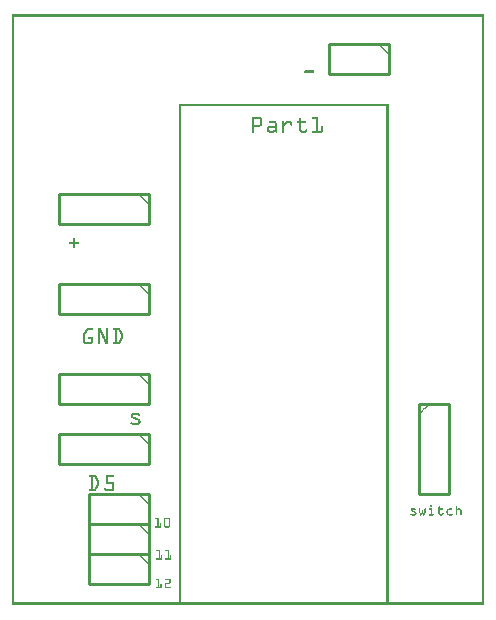
<source format=gto>
G04 MADE WITH FRITZING*
G04 WWW.FRITZING.ORG*
G04 DOUBLE SIDED*
G04 HOLES PLATED*
G04 CONTOUR ON CENTER OF CONTOUR VECTOR*
%ASAXBY*%
%FSLAX23Y23*%
%MOIN*%
%OFA0B0*%
%SFA1.0B1.0*%
%ADD10C,0.010000*%
%ADD11R,0.001000X0.001000*%
%LNSILK1*%
G90*
G70*
G54D10*
X1357Y669D02*
X1357Y369D01*
D02*
X1357Y369D02*
X1457Y369D01*
D02*
X1457Y369D02*
X1457Y669D01*
D02*
X1457Y669D02*
X1357Y669D01*
D02*
X457Y569D02*
X157Y569D01*
D02*
X157Y569D02*
X157Y469D01*
D02*
X157Y469D02*
X457Y469D01*
D02*
X457Y469D02*
X457Y569D01*
D02*
X457Y769D02*
X157Y769D01*
D02*
X157Y769D02*
X157Y669D01*
D02*
X157Y669D02*
X457Y669D01*
D02*
X457Y669D02*
X457Y769D01*
D02*
X457Y1069D02*
X157Y1069D01*
D02*
X157Y1069D02*
X157Y969D01*
D02*
X157Y969D02*
X457Y969D01*
D02*
X457Y969D02*
X457Y1069D01*
D02*
X457Y1369D02*
X157Y1369D01*
D02*
X157Y1369D02*
X157Y1269D01*
D02*
X157Y1269D02*
X457Y1269D01*
D02*
X457Y1269D02*
X457Y1369D01*
D02*
X457Y369D02*
X257Y369D01*
D02*
X257Y369D02*
X257Y269D01*
D02*
X257Y269D02*
X457Y269D01*
D02*
X457Y269D02*
X457Y369D01*
D02*
X1257Y1869D02*
X1057Y1869D01*
D02*
X1057Y1869D02*
X1057Y1769D01*
D02*
X1057Y1769D02*
X1257Y1769D01*
D02*
X1257Y1769D02*
X1257Y1869D01*
D02*
X457Y269D02*
X257Y269D01*
D02*
X257Y269D02*
X257Y169D01*
D02*
X257Y169D02*
X457Y169D01*
D02*
X457Y169D02*
X457Y269D01*
D02*
X457Y169D02*
X257Y169D01*
D02*
X257Y169D02*
X257Y69D01*
D02*
X257Y69D02*
X457Y69D01*
D02*
X457Y69D02*
X457Y169D01*
G54D11*
X0Y1969D02*
X1573Y1969D01*
X0Y1968D02*
X1573Y1968D01*
X0Y1967D02*
X1573Y1967D01*
X0Y1966D02*
X1573Y1966D01*
X0Y1965D02*
X1573Y1965D01*
X0Y1964D02*
X1573Y1964D01*
X0Y1963D02*
X1573Y1963D01*
X0Y1962D02*
X1573Y1962D01*
X0Y1961D02*
X7Y1961D01*
X1566Y1961D02*
X1573Y1961D01*
X0Y1960D02*
X7Y1960D01*
X1566Y1960D02*
X1573Y1960D01*
X0Y1959D02*
X7Y1959D01*
X1566Y1959D02*
X1573Y1959D01*
X0Y1958D02*
X7Y1958D01*
X1566Y1958D02*
X1573Y1958D01*
X0Y1957D02*
X7Y1957D01*
X1566Y1957D02*
X1573Y1957D01*
X0Y1956D02*
X7Y1956D01*
X1566Y1956D02*
X1573Y1956D01*
X0Y1955D02*
X7Y1955D01*
X1566Y1955D02*
X1573Y1955D01*
X0Y1954D02*
X7Y1954D01*
X1566Y1954D02*
X1573Y1954D01*
X0Y1953D02*
X7Y1953D01*
X1566Y1953D02*
X1573Y1953D01*
X0Y1952D02*
X7Y1952D01*
X1566Y1952D02*
X1573Y1952D01*
X0Y1951D02*
X7Y1951D01*
X1566Y1951D02*
X1573Y1951D01*
X0Y1950D02*
X7Y1950D01*
X1566Y1950D02*
X1573Y1950D01*
X0Y1949D02*
X7Y1949D01*
X1566Y1949D02*
X1573Y1949D01*
X0Y1948D02*
X7Y1948D01*
X1566Y1948D02*
X1573Y1948D01*
X0Y1947D02*
X7Y1947D01*
X1566Y1947D02*
X1573Y1947D01*
X0Y1946D02*
X7Y1946D01*
X1566Y1946D02*
X1573Y1946D01*
X0Y1945D02*
X7Y1945D01*
X1566Y1945D02*
X1573Y1945D01*
X0Y1944D02*
X7Y1944D01*
X1566Y1944D02*
X1573Y1944D01*
X0Y1943D02*
X7Y1943D01*
X1566Y1943D02*
X1573Y1943D01*
X0Y1942D02*
X7Y1942D01*
X1566Y1942D02*
X1573Y1942D01*
X0Y1941D02*
X7Y1941D01*
X1566Y1941D02*
X1573Y1941D01*
X0Y1940D02*
X7Y1940D01*
X1566Y1940D02*
X1573Y1940D01*
X0Y1939D02*
X7Y1939D01*
X1566Y1939D02*
X1573Y1939D01*
X0Y1938D02*
X7Y1938D01*
X1566Y1938D02*
X1573Y1938D01*
X0Y1937D02*
X7Y1937D01*
X1566Y1937D02*
X1573Y1937D01*
X0Y1936D02*
X7Y1936D01*
X1566Y1936D02*
X1573Y1936D01*
X0Y1935D02*
X7Y1935D01*
X1566Y1935D02*
X1573Y1935D01*
X0Y1934D02*
X7Y1934D01*
X1566Y1934D02*
X1573Y1934D01*
X0Y1933D02*
X7Y1933D01*
X1566Y1933D02*
X1573Y1933D01*
X0Y1932D02*
X7Y1932D01*
X1566Y1932D02*
X1573Y1932D01*
X0Y1931D02*
X7Y1931D01*
X1566Y1931D02*
X1573Y1931D01*
X0Y1930D02*
X7Y1930D01*
X1566Y1930D02*
X1573Y1930D01*
X0Y1929D02*
X7Y1929D01*
X1566Y1929D02*
X1573Y1929D01*
X0Y1928D02*
X7Y1928D01*
X1566Y1928D02*
X1573Y1928D01*
X0Y1927D02*
X7Y1927D01*
X1566Y1927D02*
X1573Y1927D01*
X0Y1926D02*
X7Y1926D01*
X1566Y1926D02*
X1573Y1926D01*
X0Y1925D02*
X7Y1925D01*
X1566Y1925D02*
X1573Y1925D01*
X0Y1924D02*
X7Y1924D01*
X1566Y1924D02*
X1573Y1924D01*
X0Y1923D02*
X7Y1923D01*
X1566Y1923D02*
X1573Y1923D01*
X0Y1922D02*
X7Y1922D01*
X1566Y1922D02*
X1573Y1922D01*
X0Y1921D02*
X7Y1921D01*
X1566Y1921D02*
X1573Y1921D01*
X0Y1920D02*
X7Y1920D01*
X1566Y1920D02*
X1573Y1920D01*
X0Y1919D02*
X7Y1919D01*
X1566Y1919D02*
X1573Y1919D01*
X0Y1918D02*
X7Y1918D01*
X1566Y1918D02*
X1573Y1918D01*
X0Y1917D02*
X7Y1917D01*
X1566Y1917D02*
X1573Y1917D01*
X0Y1916D02*
X7Y1916D01*
X1566Y1916D02*
X1573Y1916D01*
X0Y1915D02*
X7Y1915D01*
X1566Y1915D02*
X1573Y1915D01*
X0Y1914D02*
X7Y1914D01*
X1566Y1914D02*
X1573Y1914D01*
X0Y1913D02*
X7Y1913D01*
X1566Y1913D02*
X1573Y1913D01*
X0Y1912D02*
X7Y1912D01*
X1566Y1912D02*
X1573Y1912D01*
X0Y1911D02*
X7Y1911D01*
X1566Y1911D02*
X1573Y1911D01*
X0Y1910D02*
X7Y1910D01*
X1566Y1910D02*
X1573Y1910D01*
X0Y1909D02*
X7Y1909D01*
X1566Y1909D02*
X1573Y1909D01*
X0Y1908D02*
X7Y1908D01*
X1566Y1908D02*
X1573Y1908D01*
X0Y1907D02*
X7Y1907D01*
X1566Y1907D02*
X1573Y1907D01*
X0Y1906D02*
X7Y1906D01*
X1566Y1906D02*
X1573Y1906D01*
X0Y1905D02*
X7Y1905D01*
X1566Y1905D02*
X1573Y1905D01*
X0Y1904D02*
X7Y1904D01*
X1566Y1904D02*
X1573Y1904D01*
X0Y1903D02*
X7Y1903D01*
X1566Y1903D02*
X1573Y1903D01*
X0Y1902D02*
X7Y1902D01*
X1566Y1902D02*
X1573Y1902D01*
X0Y1901D02*
X7Y1901D01*
X1566Y1901D02*
X1573Y1901D01*
X0Y1900D02*
X7Y1900D01*
X1566Y1900D02*
X1573Y1900D01*
X0Y1899D02*
X7Y1899D01*
X1566Y1899D02*
X1573Y1899D01*
X0Y1898D02*
X7Y1898D01*
X1566Y1898D02*
X1573Y1898D01*
X0Y1897D02*
X7Y1897D01*
X1566Y1897D02*
X1573Y1897D01*
X0Y1896D02*
X7Y1896D01*
X1566Y1896D02*
X1573Y1896D01*
X0Y1895D02*
X7Y1895D01*
X1566Y1895D02*
X1573Y1895D01*
X0Y1894D02*
X7Y1894D01*
X1566Y1894D02*
X1573Y1894D01*
X0Y1893D02*
X7Y1893D01*
X1566Y1893D02*
X1573Y1893D01*
X0Y1892D02*
X7Y1892D01*
X1566Y1892D02*
X1573Y1892D01*
X0Y1891D02*
X7Y1891D01*
X1566Y1891D02*
X1573Y1891D01*
X0Y1890D02*
X7Y1890D01*
X1566Y1890D02*
X1573Y1890D01*
X0Y1889D02*
X7Y1889D01*
X1566Y1889D02*
X1573Y1889D01*
X0Y1888D02*
X7Y1888D01*
X1566Y1888D02*
X1573Y1888D01*
X0Y1887D02*
X7Y1887D01*
X1566Y1887D02*
X1573Y1887D01*
X0Y1886D02*
X7Y1886D01*
X1566Y1886D02*
X1573Y1886D01*
X0Y1885D02*
X7Y1885D01*
X1566Y1885D02*
X1573Y1885D01*
X0Y1884D02*
X7Y1884D01*
X1566Y1884D02*
X1573Y1884D01*
X0Y1883D02*
X7Y1883D01*
X1566Y1883D02*
X1573Y1883D01*
X0Y1882D02*
X7Y1882D01*
X1566Y1882D02*
X1573Y1882D01*
X0Y1881D02*
X7Y1881D01*
X1566Y1881D02*
X1573Y1881D01*
X0Y1880D02*
X7Y1880D01*
X1566Y1880D02*
X1573Y1880D01*
X0Y1879D02*
X7Y1879D01*
X1566Y1879D02*
X1573Y1879D01*
X0Y1878D02*
X7Y1878D01*
X1566Y1878D02*
X1573Y1878D01*
X0Y1877D02*
X7Y1877D01*
X1566Y1877D02*
X1573Y1877D01*
X0Y1876D02*
X7Y1876D01*
X1566Y1876D02*
X1573Y1876D01*
X0Y1875D02*
X7Y1875D01*
X1566Y1875D02*
X1573Y1875D01*
X0Y1874D02*
X7Y1874D01*
X1566Y1874D02*
X1573Y1874D01*
X0Y1873D02*
X7Y1873D01*
X1566Y1873D02*
X1573Y1873D01*
X0Y1872D02*
X7Y1872D01*
X1566Y1872D02*
X1573Y1872D01*
X0Y1871D02*
X7Y1871D01*
X1222Y1871D02*
X1223Y1871D01*
X1566Y1871D02*
X1573Y1871D01*
X0Y1870D02*
X7Y1870D01*
X1221Y1870D02*
X1224Y1870D01*
X1566Y1870D02*
X1573Y1870D01*
X0Y1869D02*
X7Y1869D01*
X1220Y1869D02*
X1225Y1869D01*
X1566Y1869D02*
X1573Y1869D01*
X0Y1868D02*
X7Y1868D01*
X1220Y1868D02*
X1226Y1868D01*
X1566Y1868D02*
X1573Y1868D01*
X0Y1867D02*
X7Y1867D01*
X1221Y1867D02*
X1227Y1867D01*
X1566Y1867D02*
X1573Y1867D01*
X0Y1866D02*
X7Y1866D01*
X1222Y1866D02*
X1228Y1866D01*
X1566Y1866D02*
X1573Y1866D01*
X0Y1865D02*
X7Y1865D01*
X1223Y1865D02*
X1229Y1865D01*
X1566Y1865D02*
X1573Y1865D01*
X0Y1864D02*
X7Y1864D01*
X1224Y1864D02*
X1230Y1864D01*
X1566Y1864D02*
X1573Y1864D01*
X0Y1863D02*
X7Y1863D01*
X1225Y1863D02*
X1231Y1863D01*
X1566Y1863D02*
X1573Y1863D01*
X0Y1862D02*
X7Y1862D01*
X1226Y1862D02*
X1232Y1862D01*
X1566Y1862D02*
X1573Y1862D01*
X0Y1861D02*
X7Y1861D01*
X1227Y1861D02*
X1233Y1861D01*
X1566Y1861D02*
X1573Y1861D01*
X0Y1860D02*
X7Y1860D01*
X1228Y1860D02*
X1234Y1860D01*
X1566Y1860D02*
X1573Y1860D01*
X0Y1859D02*
X7Y1859D01*
X1229Y1859D02*
X1235Y1859D01*
X1566Y1859D02*
X1573Y1859D01*
X0Y1858D02*
X7Y1858D01*
X1230Y1858D02*
X1236Y1858D01*
X1566Y1858D02*
X1573Y1858D01*
X0Y1857D02*
X7Y1857D01*
X1231Y1857D02*
X1237Y1857D01*
X1566Y1857D02*
X1573Y1857D01*
X0Y1856D02*
X7Y1856D01*
X1232Y1856D02*
X1238Y1856D01*
X1566Y1856D02*
X1573Y1856D01*
X0Y1855D02*
X7Y1855D01*
X1233Y1855D02*
X1239Y1855D01*
X1566Y1855D02*
X1573Y1855D01*
X0Y1854D02*
X7Y1854D01*
X1235Y1854D02*
X1240Y1854D01*
X1566Y1854D02*
X1573Y1854D01*
X0Y1853D02*
X7Y1853D01*
X1236Y1853D02*
X1241Y1853D01*
X1566Y1853D02*
X1573Y1853D01*
X0Y1852D02*
X7Y1852D01*
X1237Y1852D02*
X1242Y1852D01*
X1566Y1852D02*
X1573Y1852D01*
X0Y1851D02*
X7Y1851D01*
X1238Y1851D02*
X1243Y1851D01*
X1566Y1851D02*
X1573Y1851D01*
X0Y1850D02*
X7Y1850D01*
X1239Y1850D02*
X1244Y1850D01*
X1566Y1850D02*
X1573Y1850D01*
X0Y1849D02*
X7Y1849D01*
X1240Y1849D02*
X1245Y1849D01*
X1566Y1849D02*
X1573Y1849D01*
X0Y1848D02*
X7Y1848D01*
X1241Y1848D02*
X1246Y1848D01*
X1566Y1848D02*
X1573Y1848D01*
X0Y1847D02*
X7Y1847D01*
X1241Y1847D02*
X1247Y1847D01*
X1566Y1847D02*
X1573Y1847D01*
X0Y1846D02*
X7Y1846D01*
X1242Y1846D02*
X1248Y1846D01*
X1566Y1846D02*
X1573Y1846D01*
X0Y1845D02*
X7Y1845D01*
X1243Y1845D02*
X1249Y1845D01*
X1566Y1845D02*
X1573Y1845D01*
X0Y1844D02*
X7Y1844D01*
X1244Y1844D02*
X1250Y1844D01*
X1566Y1844D02*
X1573Y1844D01*
X0Y1843D02*
X7Y1843D01*
X1245Y1843D02*
X1251Y1843D01*
X1566Y1843D02*
X1573Y1843D01*
X0Y1842D02*
X7Y1842D01*
X1246Y1842D02*
X1252Y1842D01*
X1566Y1842D02*
X1573Y1842D01*
X0Y1841D02*
X7Y1841D01*
X1247Y1841D02*
X1253Y1841D01*
X1566Y1841D02*
X1573Y1841D01*
X0Y1840D02*
X7Y1840D01*
X1248Y1840D02*
X1254Y1840D01*
X1566Y1840D02*
X1573Y1840D01*
X0Y1839D02*
X7Y1839D01*
X1249Y1839D02*
X1255Y1839D01*
X1566Y1839D02*
X1573Y1839D01*
X0Y1838D02*
X7Y1838D01*
X1250Y1838D02*
X1256Y1838D01*
X1566Y1838D02*
X1573Y1838D01*
X0Y1837D02*
X7Y1837D01*
X1251Y1837D02*
X1257Y1837D01*
X1566Y1837D02*
X1573Y1837D01*
X0Y1836D02*
X7Y1836D01*
X1252Y1836D02*
X1256Y1836D01*
X1566Y1836D02*
X1573Y1836D01*
X0Y1835D02*
X7Y1835D01*
X1253Y1835D02*
X1255Y1835D01*
X1566Y1835D02*
X1573Y1835D01*
X0Y1834D02*
X7Y1834D01*
X1254Y1834D02*
X1254Y1834D01*
X1566Y1834D02*
X1573Y1834D01*
X0Y1833D02*
X7Y1833D01*
X1566Y1833D02*
X1573Y1833D01*
X0Y1832D02*
X7Y1832D01*
X1566Y1832D02*
X1573Y1832D01*
X0Y1831D02*
X7Y1831D01*
X1566Y1831D02*
X1573Y1831D01*
X0Y1830D02*
X7Y1830D01*
X1566Y1830D02*
X1573Y1830D01*
X0Y1829D02*
X7Y1829D01*
X1566Y1829D02*
X1573Y1829D01*
X0Y1828D02*
X7Y1828D01*
X1566Y1828D02*
X1573Y1828D01*
X0Y1827D02*
X7Y1827D01*
X1566Y1827D02*
X1573Y1827D01*
X0Y1826D02*
X7Y1826D01*
X1566Y1826D02*
X1573Y1826D01*
X0Y1825D02*
X7Y1825D01*
X1566Y1825D02*
X1573Y1825D01*
X0Y1824D02*
X7Y1824D01*
X1566Y1824D02*
X1573Y1824D01*
X0Y1823D02*
X7Y1823D01*
X1566Y1823D02*
X1573Y1823D01*
X0Y1822D02*
X7Y1822D01*
X1566Y1822D02*
X1573Y1822D01*
X0Y1821D02*
X7Y1821D01*
X1566Y1821D02*
X1573Y1821D01*
X0Y1820D02*
X7Y1820D01*
X1566Y1820D02*
X1573Y1820D01*
X0Y1819D02*
X7Y1819D01*
X1566Y1819D02*
X1573Y1819D01*
X0Y1818D02*
X7Y1818D01*
X1566Y1818D02*
X1573Y1818D01*
X0Y1817D02*
X7Y1817D01*
X1566Y1817D02*
X1573Y1817D01*
X0Y1816D02*
X7Y1816D01*
X1566Y1816D02*
X1573Y1816D01*
X0Y1815D02*
X7Y1815D01*
X1566Y1815D02*
X1573Y1815D01*
X0Y1814D02*
X7Y1814D01*
X1566Y1814D02*
X1573Y1814D01*
X0Y1813D02*
X7Y1813D01*
X1566Y1813D02*
X1573Y1813D01*
X0Y1812D02*
X7Y1812D01*
X1566Y1812D02*
X1573Y1812D01*
X0Y1811D02*
X7Y1811D01*
X1566Y1811D02*
X1573Y1811D01*
X0Y1810D02*
X7Y1810D01*
X1566Y1810D02*
X1573Y1810D01*
X0Y1809D02*
X7Y1809D01*
X1566Y1809D02*
X1573Y1809D01*
X0Y1808D02*
X7Y1808D01*
X1566Y1808D02*
X1573Y1808D01*
X0Y1807D02*
X7Y1807D01*
X1566Y1807D02*
X1573Y1807D01*
X0Y1806D02*
X7Y1806D01*
X1566Y1806D02*
X1573Y1806D01*
X0Y1805D02*
X7Y1805D01*
X1566Y1805D02*
X1573Y1805D01*
X0Y1804D02*
X7Y1804D01*
X1566Y1804D02*
X1573Y1804D01*
X0Y1803D02*
X7Y1803D01*
X1566Y1803D02*
X1573Y1803D01*
X0Y1802D02*
X7Y1802D01*
X1566Y1802D02*
X1573Y1802D01*
X0Y1801D02*
X7Y1801D01*
X1566Y1801D02*
X1573Y1801D01*
X0Y1800D02*
X7Y1800D01*
X1566Y1800D02*
X1573Y1800D01*
X0Y1799D02*
X7Y1799D01*
X1566Y1799D02*
X1573Y1799D01*
X0Y1798D02*
X7Y1798D01*
X1566Y1798D02*
X1573Y1798D01*
X0Y1797D02*
X7Y1797D01*
X1566Y1797D02*
X1573Y1797D01*
X0Y1796D02*
X7Y1796D01*
X1566Y1796D02*
X1573Y1796D01*
X0Y1795D02*
X7Y1795D01*
X1566Y1795D02*
X1573Y1795D01*
X0Y1794D02*
X7Y1794D01*
X1566Y1794D02*
X1573Y1794D01*
X0Y1793D02*
X7Y1793D01*
X1566Y1793D02*
X1573Y1793D01*
X0Y1792D02*
X7Y1792D01*
X1566Y1792D02*
X1573Y1792D01*
X0Y1791D02*
X7Y1791D01*
X1566Y1791D02*
X1573Y1791D01*
X0Y1790D02*
X7Y1790D01*
X1566Y1790D02*
X1573Y1790D01*
X0Y1789D02*
X7Y1789D01*
X1566Y1789D02*
X1573Y1789D01*
X0Y1788D02*
X7Y1788D01*
X1566Y1788D02*
X1573Y1788D01*
X0Y1787D02*
X7Y1787D01*
X1566Y1787D02*
X1573Y1787D01*
X0Y1786D02*
X7Y1786D01*
X1566Y1786D02*
X1573Y1786D01*
X0Y1785D02*
X7Y1785D01*
X1566Y1785D02*
X1573Y1785D01*
X0Y1784D02*
X7Y1784D01*
X1566Y1784D02*
X1573Y1784D01*
X0Y1783D02*
X7Y1783D01*
X1566Y1783D02*
X1573Y1783D01*
X0Y1782D02*
X7Y1782D01*
X976Y1782D02*
X1006Y1782D01*
X1566Y1782D02*
X1573Y1782D01*
X0Y1781D02*
X7Y1781D01*
X975Y1781D02*
X1007Y1781D01*
X1566Y1781D02*
X1573Y1781D01*
X0Y1780D02*
X7Y1780D01*
X974Y1780D02*
X1007Y1780D01*
X1566Y1780D02*
X1573Y1780D01*
X0Y1779D02*
X7Y1779D01*
X974Y1779D02*
X1007Y1779D01*
X1566Y1779D02*
X1573Y1779D01*
X0Y1778D02*
X7Y1778D01*
X974Y1778D02*
X1007Y1778D01*
X1566Y1778D02*
X1573Y1778D01*
X0Y1777D02*
X7Y1777D01*
X974Y1777D02*
X1007Y1777D01*
X1566Y1777D02*
X1573Y1777D01*
X0Y1776D02*
X7Y1776D01*
X974Y1776D02*
X1007Y1776D01*
X1566Y1776D02*
X1573Y1776D01*
X0Y1775D02*
X7Y1775D01*
X974Y1775D02*
X1007Y1775D01*
X1566Y1775D02*
X1573Y1775D01*
X0Y1774D02*
X7Y1774D01*
X975Y1774D02*
X1007Y1774D01*
X1566Y1774D02*
X1573Y1774D01*
X0Y1773D02*
X7Y1773D01*
X976Y1773D02*
X1005Y1773D01*
X1566Y1773D02*
X1573Y1773D01*
X0Y1772D02*
X7Y1772D01*
X1566Y1772D02*
X1573Y1772D01*
X0Y1771D02*
X7Y1771D01*
X1566Y1771D02*
X1573Y1771D01*
X0Y1770D02*
X7Y1770D01*
X1566Y1770D02*
X1573Y1770D01*
X0Y1769D02*
X7Y1769D01*
X1566Y1769D02*
X1573Y1769D01*
X0Y1768D02*
X7Y1768D01*
X1566Y1768D02*
X1573Y1768D01*
X0Y1767D02*
X7Y1767D01*
X1566Y1767D02*
X1573Y1767D01*
X0Y1766D02*
X7Y1766D01*
X1566Y1766D02*
X1573Y1766D01*
X0Y1765D02*
X7Y1765D01*
X1566Y1765D02*
X1573Y1765D01*
X0Y1764D02*
X7Y1764D01*
X1566Y1764D02*
X1573Y1764D01*
X0Y1763D02*
X7Y1763D01*
X1566Y1763D02*
X1573Y1763D01*
X0Y1762D02*
X7Y1762D01*
X1566Y1762D02*
X1573Y1762D01*
X0Y1761D02*
X7Y1761D01*
X1566Y1761D02*
X1573Y1761D01*
X0Y1760D02*
X7Y1760D01*
X1566Y1760D02*
X1573Y1760D01*
X0Y1759D02*
X7Y1759D01*
X1566Y1759D02*
X1573Y1759D01*
X0Y1758D02*
X7Y1758D01*
X1566Y1758D02*
X1573Y1758D01*
X0Y1757D02*
X7Y1757D01*
X1566Y1757D02*
X1573Y1757D01*
X0Y1756D02*
X7Y1756D01*
X1566Y1756D02*
X1573Y1756D01*
X0Y1755D02*
X7Y1755D01*
X1566Y1755D02*
X1573Y1755D01*
X0Y1754D02*
X7Y1754D01*
X1566Y1754D02*
X1573Y1754D01*
X0Y1753D02*
X7Y1753D01*
X1566Y1753D02*
X1573Y1753D01*
X0Y1752D02*
X7Y1752D01*
X1566Y1752D02*
X1573Y1752D01*
X0Y1751D02*
X7Y1751D01*
X1566Y1751D02*
X1573Y1751D01*
X0Y1750D02*
X7Y1750D01*
X1566Y1750D02*
X1573Y1750D01*
X0Y1749D02*
X7Y1749D01*
X1566Y1749D02*
X1573Y1749D01*
X0Y1748D02*
X7Y1748D01*
X1566Y1748D02*
X1573Y1748D01*
X0Y1747D02*
X7Y1747D01*
X1566Y1747D02*
X1573Y1747D01*
X0Y1746D02*
X7Y1746D01*
X1566Y1746D02*
X1573Y1746D01*
X0Y1745D02*
X7Y1745D01*
X1566Y1745D02*
X1573Y1745D01*
X0Y1744D02*
X7Y1744D01*
X1566Y1744D02*
X1573Y1744D01*
X0Y1743D02*
X7Y1743D01*
X1566Y1743D02*
X1573Y1743D01*
X0Y1742D02*
X7Y1742D01*
X1566Y1742D02*
X1573Y1742D01*
X0Y1741D02*
X7Y1741D01*
X1566Y1741D02*
X1573Y1741D01*
X0Y1740D02*
X7Y1740D01*
X1566Y1740D02*
X1573Y1740D01*
X0Y1739D02*
X7Y1739D01*
X1566Y1739D02*
X1573Y1739D01*
X0Y1738D02*
X7Y1738D01*
X1566Y1738D02*
X1573Y1738D01*
X0Y1737D02*
X7Y1737D01*
X1566Y1737D02*
X1573Y1737D01*
X0Y1736D02*
X7Y1736D01*
X1566Y1736D02*
X1573Y1736D01*
X0Y1735D02*
X7Y1735D01*
X1566Y1735D02*
X1573Y1735D01*
X0Y1734D02*
X7Y1734D01*
X1566Y1734D02*
X1573Y1734D01*
X0Y1733D02*
X7Y1733D01*
X1566Y1733D02*
X1573Y1733D01*
X0Y1732D02*
X7Y1732D01*
X1566Y1732D02*
X1573Y1732D01*
X0Y1731D02*
X7Y1731D01*
X1566Y1731D02*
X1573Y1731D01*
X0Y1730D02*
X7Y1730D01*
X1566Y1730D02*
X1573Y1730D01*
X0Y1729D02*
X7Y1729D01*
X1566Y1729D02*
X1573Y1729D01*
X0Y1728D02*
X7Y1728D01*
X1566Y1728D02*
X1573Y1728D01*
X0Y1727D02*
X7Y1727D01*
X1566Y1727D02*
X1573Y1727D01*
X0Y1726D02*
X7Y1726D01*
X1566Y1726D02*
X1573Y1726D01*
X0Y1725D02*
X7Y1725D01*
X1566Y1725D02*
X1573Y1725D01*
X0Y1724D02*
X7Y1724D01*
X1566Y1724D02*
X1573Y1724D01*
X0Y1723D02*
X7Y1723D01*
X1566Y1723D02*
X1573Y1723D01*
X0Y1722D02*
X7Y1722D01*
X1566Y1722D02*
X1573Y1722D01*
X0Y1721D02*
X7Y1721D01*
X1566Y1721D02*
X1573Y1721D01*
X0Y1720D02*
X7Y1720D01*
X1566Y1720D02*
X1573Y1720D01*
X0Y1719D02*
X7Y1719D01*
X1566Y1719D02*
X1573Y1719D01*
X0Y1718D02*
X7Y1718D01*
X1566Y1718D02*
X1573Y1718D01*
X0Y1717D02*
X7Y1717D01*
X1566Y1717D02*
X1573Y1717D01*
X0Y1716D02*
X7Y1716D01*
X1566Y1716D02*
X1573Y1716D01*
X0Y1715D02*
X7Y1715D01*
X1566Y1715D02*
X1573Y1715D01*
X0Y1714D02*
X7Y1714D01*
X1566Y1714D02*
X1573Y1714D01*
X0Y1713D02*
X7Y1713D01*
X1566Y1713D02*
X1573Y1713D01*
X0Y1712D02*
X7Y1712D01*
X1566Y1712D02*
X1573Y1712D01*
X0Y1711D02*
X7Y1711D01*
X1566Y1711D02*
X1573Y1711D01*
X0Y1710D02*
X7Y1710D01*
X1566Y1710D02*
X1573Y1710D01*
X0Y1709D02*
X7Y1709D01*
X1566Y1709D02*
X1573Y1709D01*
X0Y1708D02*
X7Y1708D01*
X1566Y1708D02*
X1573Y1708D01*
X0Y1707D02*
X7Y1707D01*
X1566Y1707D02*
X1573Y1707D01*
X0Y1706D02*
X7Y1706D01*
X1566Y1706D02*
X1573Y1706D01*
X0Y1705D02*
X7Y1705D01*
X1566Y1705D02*
X1573Y1705D01*
X0Y1704D02*
X7Y1704D01*
X1566Y1704D02*
X1573Y1704D01*
X0Y1703D02*
X7Y1703D01*
X1566Y1703D02*
X1573Y1703D01*
X0Y1702D02*
X7Y1702D01*
X1566Y1702D02*
X1573Y1702D01*
X0Y1701D02*
X7Y1701D01*
X1566Y1701D02*
X1573Y1701D01*
X0Y1700D02*
X7Y1700D01*
X1566Y1700D02*
X1573Y1700D01*
X0Y1699D02*
X7Y1699D01*
X1566Y1699D02*
X1573Y1699D01*
X0Y1698D02*
X7Y1698D01*
X1566Y1698D02*
X1573Y1698D01*
X0Y1697D02*
X7Y1697D01*
X1566Y1697D02*
X1573Y1697D01*
X0Y1696D02*
X7Y1696D01*
X1566Y1696D02*
X1573Y1696D01*
X0Y1695D02*
X7Y1695D01*
X1566Y1695D02*
X1573Y1695D01*
X0Y1694D02*
X7Y1694D01*
X1566Y1694D02*
X1573Y1694D01*
X0Y1693D02*
X7Y1693D01*
X1566Y1693D02*
X1573Y1693D01*
X0Y1692D02*
X7Y1692D01*
X1566Y1692D02*
X1573Y1692D01*
X0Y1691D02*
X7Y1691D01*
X1566Y1691D02*
X1573Y1691D01*
X0Y1690D02*
X7Y1690D01*
X1566Y1690D02*
X1573Y1690D01*
X0Y1689D02*
X7Y1689D01*
X1566Y1689D02*
X1573Y1689D01*
X0Y1688D02*
X7Y1688D01*
X1566Y1688D02*
X1573Y1688D01*
X0Y1687D02*
X7Y1687D01*
X1566Y1687D02*
X1573Y1687D01*
X0Y1686D02*
X7Y1686D01*
X1566Y1686D02*
X1573Y1686D01*
X0Y1685D02*
X7Y1685D01*
X1566Y1685D02*
X1573Y1685D01*
X0Y1684D02*
X7Y1684D01*
X1566Y1684D02*
X1573Y1684D01*
X0Y1683D02*
X7Y1683D01*
X1566Y1683D02*
X1573Y1683D01*
X0Y1682D02*
X7Y1682D01*
X1566Y1682D02*
X1573Y1682D01*
X0Y1681D02*
X7Y1681D01*
X1566Y1681D02*
X1573Y1681D01*
X0Y1680D02*
X7Y1680D01*
X1566Y1680D02*
X1573Y1680D01*
X0Y1679D02*
X7Y1679D01*
X1566Y1679D02*
X1573Y1679D01*
X0Y1678D02*
X7Y1678D01*
X1566Y1678D02*
X1573Y1678D01*
X0Y1677D02*
X7Y1677D01*
X1566Y1677D02*
X1573Y1677D01*
X0Y1676D02*
X7Y1676D01*
X1566Y1676D02*
X1573Y1676D01*
X0Y1675D02*
X7Y1675D01*
X1566Y1675D02*
X1573Y1675D01*
X0Y1674D02*
X7Y1674D01*
X1566Y1674D02*
X1573Y1674D01*
X0Y1673D02*
X7Y1673D01*
X1566Y1673D02*
X1573Y1673D01*
X0Y1672D02*
X7Y1672D01*
X1566Y1672D02*
X1573Y1672D01*
X0Y1671D02*
X7Y1671D01*
X1566Y1671D02*
X1573Y1671D01*
X0Y1670D02*
X7Y1670D01*
X557Y1670D02*
X1255Y1670D01*
X1566Y1670D02*
X1573Y1670D01*
X0Y1669D02*
X7Y1669D01*
X557Y1669D02*
X1255Y1669D01*
X1566Y1669D02*
X1573Y1669D01*
X0Y1668D02*
X7Y1668D01*
X557Y1668D02*
X1255Y1668D01*
X1566Y1668D02*
X1573Y1668D01*
X0Y1667D02*
X7Y1667D01*
X557Y1667D02*
X1255Y1667D01*
X1566Y1667D02*
X1573Y1667D01*
X0Y1666D02*
X7Y1666D01*
X557Y1666D02*
X1255Y1666D01*
X1566Y1666D02*
X1573Y1666D01*
X0Y1665D02*
X7Y1665D01*
X557Y1665D02*
X1255Y1665D01*
X1566Y1665D02*
X1573Y1665D01*
X0Y1664D02*
X7Y1664D01*
X557Y1664D02*
X1255Y1664D01*
X1566Y1664D02*
X1573Y1664D01*
X0Y1663D02*
X7Y1663D01*
X557Y1663D02*
X1255Y1663D01*
X1566Y1663D02*
X1573Y1663D01*
X0Y1662D02*
X7Y1662D01*
X557Y1662D02*
X564Y1662D01*
X1248Y1662D02*
X1255Y1662D01*
X1566Y1662D02*
X1573Y1662D01*
X0Y1661D02*
X7Y1661D01*
X557Y1661D02*
X564Y1661D01*
X1248Y1661D02*
X1255Y1661D01*
X1566Y1661D02*
X1573Y1661D01*
X0Y1660D02*
X7Y1660D01*
X557Y1660D02*
X564Y1660D01*
X1248Y1660D02*
X1255Y1660D01*
X1566Y1660D02*
X1573Y1660D01*
X0Y1659D02*
X7Y1659D01*
X557Y1659D02*
X564Y1659D01*
X1248Y1659D02*
X1255Y1659D01*
X1566Y1659D02*
X1573Y1659D01*
X0Y1658D02*
X7Y1658D01*
X557Y1658D02*
X564Y1658D01*
X1248Y1658D02*
X1255Y1658D01*
X1566Y1658D02*
X1573Y1658D01*
X0Y1657D02*
X7Y1657D01*
X557Y1657D02*
X564Y1657D01*
X1248Y1657D02*
X1255Y1657D01*
X1566Y1657D02*
X1573Y1657D01*
X0Y1656D02*
X7Y1656D01*
X557Y1656D02*
X564Y1656D01*
X1248Y1656D02*
X1255Y1656D01*
X1566Y1656D02*
X1573Y1656D01*
X0Y1655D02*
X7Y1655D01*
X557Y1655D02*
X564Y1655D01*
X1248Y1655D02*
X1255Y1655D01*
X1566Y1655D02*
X1573Y1655D01*
X0Y1654D02*
X7Y1654D01*
X557Y1654D02*
X564Y1654D01*
X1248Y1654D02*
X1255Y1654D01*
X1566Y1654D02*
X1573Y1654D01*
X0Y1653D02*
X7Y1653D01*
X557Y1653D02*
X564Y1653D01*
X1248Y1653D02*
X1255Y1653D01*
X1566Y1653D02*
X1573Y1653D01*
X0Y1652D02*
X7Y1652D01*
X557Y1652D02*
X564Y1652D01*
X1248Y1652D02*
X1255Y1652D01*
X1566Y1652D02*
X1573Y1652D01*
X0Y1651D02*
X7Y1651D01*
X557Y1651D02*
X564Y1651D01*
X1248Y1651D02*
X1255Y1651D01*
X1566Y1651D02*
X1573Y1651D01*
X0Y1650D02*
X7Y1650D01*
X557Y1650D02*
X564Y1650D01*
X1248Y1650D02*
X1255Y1650D01*
X1566Y1650D02*
X1573Y1650D01*
X0Y1649D02*
X7Y1649D01*
X557Y1649D02*
X564Y1649D01*
X1248Y1649D02*
X1255Y1649D01*
X1566Y1649D02*
X1573Y1649D01*
X0Y1648D02*
X7Y1648D01*
X557Y1648D02*
X564Y1648D01*
X1248Y1648D02*
X1255Y1648D01*
X1566Y1648D02*
X1573Y1648D01*
X0Y1647D02*
X7Y1647D01*
X557Y1647D02*
X564Y1647D01*
X1248Y1647D02*
X1255Y1647D01*
X1566Y1647D02*
X1573Y1647D01*
X0Y1646D02*
X7Y1646D01*
X557Y1646D02*
X564Y1646D01*
X1248Y1646D02*
X1255Y1646D01*
X1566Y1646D02*
X1573Y1646D01*
X0Y1645D02*
X7Y1645D01*
X557Y1645D02*
X564Y1645D01*
X1248Y1645D02*
X1255Y1645D01*
X1566Y1645D02*
X1573Y1645D01*
X0Y1644D02*
X7Y1644D01*
X557Y1644D02*
X564Y1644D01*
X1248Y1644D02*
X1255Y1644D01*
X1566Y1644D02*
X1573Y1644D01*
X0Y1643D02*
X7Y1643D01*
X557Y1643D02*
X564Y1643D01*
X1248Y1643D02*
X1255Y1643D01*
X1566Y1643D02*
X1573Y1643D01*
X0Y1642D02*
X7Y1642D01*
X557Y1642D02*
X564Y1642D01*
X1248Y1642D02*
X1255Y1642D01*
X1566Y1642D02*
X1573Y1642D01*
X0Y1641D02*
X7Y1641D01*
X557Y1641D02*
X564Y1641D01*
X1248Y1641D02*
X1255Y1641D01*
X1566Y1641D02*
X1573Y1641D01*
X0Y1640D02*
X7Y1640D01*
X557Y1640D02*
X564Y1640D01*
X1248Y1640D02*
X1255Y1640D01*
X1566Y1640D02*
X1573Y1640D01*
X0Y1639D02*
X7Y1639D01*
X557Y1639D02*
X564Y1639D01*
X1248Y1639D02*
X1255Y1639D01*
X1566Y1639D02*
X1573Y1639D01*
X0Y1638D02*
X7Y1638D01*
X557Y1638D02*
X564Y1638D01*
X1248Y1638D02*
X1255Y1638D01*
X1566Y1638D02*
X1573Y1638D01*
X0Y1637D02*
X7Y1637D01*
X557Y1637D02*
X564Y1637D01*
X1248Y1637D02*
X1255Y1637D01*
X1566Y1637D02*
X1573Y1637D01*
X0Y1636D02*
X7Y1636D01*
X557Y1636D02*
X564Y1636D01*
X1248Y1636D02*
X1255Y1636D01*
X1566Y1636D02*
X1573Y1636D01*
X0Y1635D02*
X7Y1635D01*
X557Y1635D02*
X564Y1635D01*
X1248Y1635D02*
X1255Y1635D01*
X1566Y1635D02*
X1573Y1635D01*
X0Y1634D02*
X7Y1634D01*
X557Y1634D02*
X564Y1634D01*
X1248Y1634D02*
X1255Y1634D01*
X1566Y1634D02*
X1573Y1634D01*
X0Y1633D02*
X7Y1633D01*
X557Y1633D02*
X564Y1633D01*
X1248Y1633D02*
X1255Y1633D01*
X1566Y1633D02*
X1573Y1633D01*
X0Y1632D02*
X7Y1632D01*
X557Y1632D02*
X564Y1632D01*
X1248Y1632D02*
X1255Y1632D01*
X1566Y1632D02*
X1573Y1632D01*
X0Y1631D02*
X7Y1631D01*
X557Y1631D02*
X564Y1631D01*
X1248Y1631D02*
X1255Y1631D01*
X1566Y1631D02*
X1573Y1631D01*
X0Y1630D02*
X7Y1630D01*
X557Y1630D02*
X564Y1630D01*
X1248Y1630D02*
X1255Y1630D01*
X1566Y1630D02*
X1573Y1630D01*
X0Y1629D02*
X7Y1629D01*
X557Y1629D02*
X564Y1629D01*
X1248Y1629D02*
X1255Y1629D01*
X1566Y1629D02*
X1573Y1629D01*
X0Y1628D02*
X7Y1628D01*
X557Y1628D02*
X564Y1628D01*
X801Y1628D02*
X824Y1628D01*
X1004Y1628D02*
X1020Y1628D01*
X1248Y1628D02*
X1255Y1628D01*
X1566Y1628D02*
X1573Y1628D01*
X0Y1627D02*
X7Y1627D01*
X557Y1627D02*
X564Y1627D01*
X800Y1627D02*
X828Y1627D01*
X1002Y1627D02*
X1021Y1627D01*
X1248Y1627D02*
X1255Y1627D01*
X1566Y1627D02*
X1573Y1627D01*
X0Y1626D02*
X7Y1626D01*
X557Y1626D02*
X564Y1626D01*
X800Y1626D02*
X830Y1626D01*
X1001Y1626D02*
X1021Y1626D01*
X1248Y1626D02*
X1255Y1626D01*
X1566Y1626D02*
X1573Y1626D01*
X0Y1625D02*
X7Y1625D01*
X557Y1625D02*
X564Y1625D01*
X800Y1625D02*
X831Y1625D01*
X960Y1625D02*
X961Y1625D01*
X1001Y1625D02*
X1021Y1625D01*
X1248Y1625D02*
X1255Y1625D01*
X1566Y1625D02*
X1573Y1625D01*
X0Y1624D02*
X7Y1624D01*
X557Y1624D02*
X564Y1624D01*
X800Y1624D02*
X832Y1624D01*
X959Y1624D02*
X963Y1624D01*
X1001Y1624D02*
X1021Y1624D01*
X1248Y1624D02*
X1255Y1624D01*
X1566Y1624D02*
X1573Y1624D01*
X0Y1623D02*
X7Y1623D01*
X557Y1623D02*
X564Y1623D01*
X800Y1623D02*
X832Y1623D01*
X958Y1623D02*
X963Y1623D01*
X1002Y1623D02*
X1021Y1623D01*
X1248Y1623D02*
X1255Y1623D01*
X1566Y1623D02*
X1573Y1623D01*
X0Y1622D02*
X7Y1622D01*
X557Y1622D02*
X564Y1622D01*
X800Y1622D02*
X833Y1622D01*
X958Y1622D02*
X964Y1622D01*
X1002Y1622D02*
X1021Y1622D01*
X1248Y1622D02*
X1255Y1622D01*
X1566Y1622D02*
X1573Y1622D01*
X0Y1621D02*
X7Y1621D01*
X557Y1621D02*
X564Y1621D01*
X800Y1621D02*
X807Y1621D01*
X825Y1621D02*
X833Y1621D01*
X958Y1621D02*
X964Y1621D01*
X1014Y1621D02*
X1021Y1621D01*
X1248Y1621D02*
X1255Y1621D01*
X1566Y1621D02*
X1573Y1621D01*
X0Y1620D02*
X7Y1620D01*
X557Y1620D02*
X564Y1620D01*
X800Y1620D02*
X806Y1620D01*
X827Y1620D02*
X834Y1620D01*
X958Y1620D02*
X964Y1620D01*
X1015Y1620D02*
X1021Y1620D01*
X1248Y1620D02*
X1255Y1620D01*
X1566Y1620D02*
X1573Y1620D01*
X0Y1619D02*
X7Y1619D01*
X557Y1619D02*
X564Y1619D01*
X800Y1619D02*
X806Y1619D01*
X828Y1619D02*
X834Y1619D01*
X958Y1619D02*
X964Y1619D01*
X1015Y1619D02*
X1021Y1619D01*
X1248Y1619D02*
X1255Y1619D01*
X1566Y1619D02*
X1573Y1619D01*
X0Y1618D02*
X7Y1618D01*
X557Y1618D02*
X564Y1618D01*
X800Y1618D02*
X806Y1618D01*
X828Y1618D02*
X834Y1618D01*
X958Y1618D02*
X964Y1618D01*
X1015Y1618D02*
X1021Y1618D01*
X1248Y1618D02*
X1255Y1618D01*
X1566Y1618D02*
X1573Y1618D01*
X0Y1617D02*
X7Y1617D01*
X557Y1617D02*
X564Y1617D01*
X800Y1617D02*
X806Y1617D01*
X828Y1617D02*
X834Y1617D01*
X958Y1617D02*
X964Y1617D01*
X1015Y1617D02*
X1021Y1617D01*
X1248Y1617D02*
X1255Y1617D01*
X1566Y1617D02*
X1573Y1617D01*
X0Y1616D02*
X7Y1616D01*
X557Y1616D02*
X564Y1616D01*
X800Y1616D02*
X806Y1616D01*
X828Y1616D02*
X834Y1616D01*
X958Y1616D02*
X964Y1616D01*
X1015Y1616D02*
X1021Y1616D01*
X1248Y1616D02*
X1255Y1616D01*
X1566Y1616D02*
X1573Y1616D01*
X0Y1615D02*
X7Y1615D01*
X557Y1615D02*
X564Y1615D01*
X800Y1615D02*
X806Y1615D01*
X828Y1615D02*
X834Y1615D01*
X958Y1615D02*
X964Y1615D01*
X1015Y1615D02*
X1021Y1615D01*
X1248Y1615D02*
X1255Y1615D01*
X1566Y1615D02*
X1573Y1615D01*
X0Y1614D02*
X7Y1614D01*
X557Y1614D02*
X564Y1614D01*
X800Y1614D02*
X806Y1614D01*
X828Y1614D02*
X834Y1614D01*
X958Y1614D02*
X964Y1614D01*
X1015Y1614D02*
X1021Y1614D01*
X1248Y1614D02*
X1255Y1614D01*
X1566Y1614D02*
X1573Y1614D01*
X0Y1613D02*
X7Y1613D01*
X557Y1613D02*
X564Y1613D01*
X800Y1613D02*
X806Y1613D01*
X828Y1613D02*
X834Y1613D01*
X859Y1613D02*
X875Y1613D01*
X903Y1613D02*
X905Y1613D01*
X916Y1613D02*
X926Y1613D01*
X953Y1613D02*
X979Y1613D01*
X1015Y1613D02*
X1021Y1613D01*
X1248Y1613D02*
X1255Y1613D01*
X1566Y1613D02*
X1573Y1613D01*
X0Y1612D02*
X7Y1612D01*
X557Y1612D02*
X564Y1612D01*
X800Y1612D02*
X806Y1612D01*
X828Y1612D02*
X834Y1612D01*
X858Y1612D02*
X878Y1612D01*
X902Y1612D02*
X906Y1612D01*
X915Y1612D02*
X929Y1612D01*
X952Y1612D02*
X980Y1612D01*
X1015Y1612D02*
X1021Y1612D01*
X1248Y1612D02*
X1255Y1612D01*
X1566Y1612D02*
X1573Y1612D01*
X0Y1611D02*
X7Y1611D01*
X557Y1611D02*
X564Y1611D01*
X800Y1611D02*
X806Y1611D01*
X828Y1611D02*
X834Y1611D01*
X858Y1611D02*
X879Y1611D01*
X901Y1611D02*
X907Y1611D01*
X914Y1611D02*
X930Y1611D01*
X951Y1611D02*
X981Y1611D01*
X1015Y1611D02*
X1021Y1611D01*
X1248Y1611D02*
X1255Y1611D01*
X1566Y1611D02*
X1573Y1611D01*
X0Y1610D02*
X7Y1610D01*
X557Y1610D02*
X564Y1610D01*
X800Y1610D02*
X806Y1610D01*
X828Y1610D02*
X834Y1610D01*
X857Y1610D02*
X880Y1610D01*
X901Y1610D02*
X907Y1610D01*
X913Y1610D02*
X931Y1610D01*
X951Y1610D02*
X981Y1610D01*
X1015Y1610D02*
X1021Y1610D01*
X1248Y1610D02*
X1255Y1610D01*
X1566Y1610D02*
X1573Y1610D01*
X0Y1609D02*
X7Y1609D01*
X557Y1609D02*
X564Y1609D01*
X800Y1609D02*
X806Y1609D01*
X828Y1609D02*
X834Y1609D01*
X858Y1609D02*
X881Y1609D01*
X901Y1609D02*
X907Y1609D01*
X912Y1609D02*
X932Y1609D01*
X951Y1609D02*
X981Y1609D01*
X1015Y1609D02*
X1021Y1609D01*
X1248Y1609D02*
X1255Y1609D01*
X1566Y1609D02*
X1573Y1609D01*
X0Y1608D02*
X7Y1608D01*
X557Y1608D02*
X564Y1608D01*
X800Y1608D02*
X806Y1608D01*
X828Y1608D02*
X834Y1608D01*
X858Y1608D02*
X882Y1608D01*
X901Y1608D02*
X907Y1608D01*
X910Y1608D02*
X933Y1608D01*
X951Y1608D02*
X980Y1608D01*
X1015Y1608D02*
X1021Y1608D01*
X1248Y1608D02*
X1255Y1608D01*
X1566Y1608D02*
X1573Y1608D01*
X0Y1607D02*
X7Y1607D01*
X557Y1607D02*
X564Y1607D01*
X800Y1607D02*
X806Y1607D01*
X828Y1607D02*
X834Y1607D01*
X859Y1607D02*
X882Y1607D01*
X901Y1607D02*
X907Y1607D01*
X909Y1607D02*
X933Y1607D01*
X952Y1607D02*
X979Y1607D01*
X1015Y1607D02*
X1021Y1607D01*
X1248Y1607D02*
X1255Y1607D01*
X1566Y1607D02*
X1573Y1607D01*
X0Y1606D02*
X7Y1606D01*
X557Y1606D02*
X564Y1606D01*
X800Y1606D02*
X806Y1606D01*
X828Y1606D02*
X834Y1606D01*
X875Y1606D02*
X883Y1606D01*
X901Y1606D02*
X918Y1606D01*
X926Y1606D02*
X934Y1606D01*
X958Y1606D02*
X964Y1606D01*
X1015Y1606D02*
X1021Y1606D01*
X1248Y1606D02*
X1255Y1606D01*
X1566Y1606D02*
X1573Y1606D01*
X0Y1605D02*
X7Y1605D01*
X557Y1605D02*
X564Y1605D01*
X800Y1605D02*
X806Y1605D01*
X828Y1605D02*
X834Y1605D01*
X876Y1605D02*
X883Y1605D01*
X901Y1605D02*
X917Y1605D01*
X928Y1605D02*
X934Y1605D01*
X958Y1605D02*
X964Y1605D01*
X1015Y1605D02*
X1021Y1605D01*
X1248Y1605D02*
X1255Y1605D01*
X1566Y1605D02*
X1573Y1605D01*
X0Y1604D02*
X7Y1604D01*
X557Y1604D02*
X564Y1604D01*
X800Y1604D02*
X806Y1604D01*
X828Y1604D02*
X834Y1604D01*
X877Y1604D02*
X883Y1604D01*
X901Y1604D02*
X916Y1604D01*
X928Y1604D02*
X934Y1604D01*
X958Y1604D02*
X964Y1604D01*
X1015Y1604D02*
X1021Y1604D01*
X1248Y1604D02*
X1255Y1604D01*
X1566Y1604D02*
X1573Y1604D01*
X0Y1603D02*
X7Y1603D01*
X557Y1603D02*
X564Y1603D01*
X800Y1603D02*
X806Y1603D01*
X827Y1603D02*
X834Y1603D01*
X877Y1603D02*
X883Y1603D01*
X901Y1603D02*
X914Y1603D01*
X928Y1603D02*
X934Y1603D01*
X958Y1603D02*
X964Y1603D01*
X1015Y1603D02*
X1021Y1603D01*
X1248Y1603D02*
X1255Y1603D01*
X1566Y1603D02*
X1573Y1603D01*
X0Y1602D02*
X7Y1602D01*
X557Y1602D02*
X564Y1602D01*
X800Y1602D02*
X806Y1602D01*
X826Y1602D02*
X833Y1602D01*
X877Y1602D02*
X883Y1602D01*
X901Y1602D02*
X913Y1602D01*
X928Y1602D02*
X934Y1602D01*
X958Y1602D02*
X964Y1602D01*
X1015Y1602D02*
X1021Y1602D01*
X1248Y1602D02*
X1255Y1602D01*
X1566Y1602D02*
X1573Y1602D01*
X0Y1601D02*
X7Y1601D01*
X557Y1601D02*
X564Y1601D01*
X800Y1601D02*
X833Y1601D01*
X877Y1601D02*
X883Y1601D01*
X901Y1601D02*
X912Y1601D01*
X928Y1601D02*
X934Y1601D01*
X958Y1601D02*
X964Y1601D01*
X1015Y1601D02*
X1021Y1601D01*
X1248Y1601D02*
X1255Y1601D01*
X1566Y1601D02*
X1573Y1601D01*
X0Y1600D02*
X7Y1600D01*
X557Y1600D02*
X564Y1600D01*
X800Y1600D02*
X833Y1600D01*
X877Y1600D02*
X883Y1600D01*
X901Y1600D02*
X911Y1600D01*
X928Y1600D02*
X934Y1600D01*
X958Y1600D02*
X964Y1600D01*
X1015Y1600D02*
X1021Y1600D01*
X1248Y1600D02*
X1255Y1600D01*
X1566Y1600D02*
X1573Y1600D01*
X0Y1599D02*
X7Y1599D01*
X557Y1599D02*
X564Y1599D01*
X800Y1599D02*
X832Y1599D01*
X877Y1599D02*
X883Y1599D01*
X901Y1599D02*
X910Y1599D01*
X929Y1599D02*
X934Y1599D01*
X958Y1599D02*
X964Y1599D01*
X1015Y1599D02*
X1021Y1599D01*
X1248Y1599D02*
X1255Y1599D01*
X1566Y1599D02*
X1573Y1599D01*
X0Y1598D02*
X7Y1598D01*
X557Y1598D02*
X564Y1598D01*
X800Y1598D02*
X831Y1598D01*
X857Y1598D02*
X883Y1598D01*
X901Y1598D02*
X909Y1598D01*
X930Y1598D02*
X932Y1598D01*
X958Y1598D02*
X964Y1598D01*
X1015Y1598D02*
X1021Y1598D01*
X1030Y1598D02*
X1033Y1598D01*
X1248Y1598D02*
X1255Y1598D01*
X1566Y1598D02*
X1573Y1598D01*
X0Y1597D02*
X7Y1597D01*
X557Y1597D02*
X564Y1597D01*
X800Y1597D02*
X830Y1597D01*
X855Y1597D02*
X883Y1597D01*
X901Y1597D02*
X907Y1597D01*
X958Y1597D02*
X964Y1597D01*
X1015Y1597D02*
X1021Y1597D01*
X1029Y1597D02*
X1034Y1597D01*
X1248Y1597D02*
X1255Y1597D01*
X1566Y1597D02*
X1573Y1597D01*
X0Y1596D02*
X7Y1596D01*
X557Y1596D02*
X564Y1596D01*
X800Y1596D02*
X829Y1596D01*
X854Y1596D02*
X883Y1596D01*
X901Y1596D02*
X907Y1596D01*
X958Y1596D02*
X964Y1596D01*
X1015Y1596D02*
X1021Y1596D01*
X1029Y1596D02*
X1035Y1596D01*
X1248Y1596D02*
X1255Y1596D01*
X1566Y1596D02*
X1573Y1596D01*
X0Y1595D02*
X7Y1595D01*
X557Y1595D02*
X564Y1595D01*
X800Y1595D02*
X826Y1595D01*
X853Y1595D02*
X884Y1595D01*
X901Y1595D02*
X907Y1595D01*
X958Y1595D02*
X964Y1595D01*
X1015Y1595D02*
X1021Y1595D01*
X1029Y1595D02*
X1035Y1595D01*
X1248Y1595D02*
X1255Y1595D01*
X1566Y1595D02*
X1573Y1595D01*
X0Y1594D02*
X7Y1594D01*
X557Y1594D02*
X564Y1594D01*
X800Y1594D02*
X806Y1594D01*
X852Y1594D02*
X884Y1594D01*
X901Y1594D02*
X907Y1594D01*
X958Y1594D02*
X964Y1594D01*
X1015Y1594D02*
X1021Y1594D01*
X1029Y1594D02*
X1035Y1594D01*
X1248Y1594D02*
X1255Y1594D01*
X1566Y1594D02*
X1573Y1594D01*
X0Y1593D02*
X7Y1593D01*
X557Y1593D02*
X564Y1593D01*
X800Y1593D02*
X806Y1593D01*
X852Y1593D02*
X884Y1593D01*
X901Y1593D02*
X907Y1593D01*
X958Y1593D02*
X964Y1593D01*
X1015Y1593D02*
X1021Y1593D01*
X1029Y1593D02*
X1035Y1593D01*
X1248Y1593D02*
X1255Y1593D01*
X1566Y1593D02*
X1573Y1593D01*
X0Y1592D02*
X7Y1592D01*
X557Y1592D02*
X564Y1592D01*
X800Y1592D02*
X806Y1592D01*
X851Y1592D02*
X884Y1592D01*
X901Y1592D02*
X907Y1592D01*
X958Y1592D02*
X964Y1592D01*
X1015Y1592D02*
X1021Y1592D01*
X1029Y1592D02*
X1035Y1592D01*
X1248Y1592D02*
X1255Y1592D01*
X1566Y1592D02*
X1573Y1592D01*
X0Y1591D02*
X7Y1591D01*
X557Y1591D02*
X564Y1591D01*
X800Y1591D02*
X806Y1591D01*
X851Y1591D02*
X858Y1591D01*
X876Y1591D02*
X884Y1591D01*
X901Y1591D02*
X907Y1591D01*
X958Y1591D02*
X964Y1591D01*
X1015Y1591D02*
X1021Y1591D01*
X1029Y1591D02*
X1035Y1591D01*
X1248Y1591D02*
X1255Y1591D01*
X1566Y1591D02*
X1573Y1591D01*
X0Y1590D02*
X7Y1590D01*
X557Y1590D02*
X564Y1590D01*
X800Y1590D02*
X806Y1590D01*
X851Y1590D02*
X857Y1590D01*
X877Y1590D02*
X884Y1590D01*
X901Y1590D02*
X907Y1590D01*
X958Y1590D02*
X964Y1590D01*
X1015Y1590D02*
X1021Y1590D01*
X1029Y1590D02*
X1035Y1590D01*
X1248Y1590D02*
X1255Y1590D01*
X1566Y1590D02*
X1573Y1590D01*
X0Y1589D02*
X7Y1589D01*
X557Y1589D02*
X564Y1589D01*
X800Y1589D02*
X806Y1589D01*
X851Y1589D02*
X857Y1589D01*
X878Y1589D02*
X884Y1589D01*
X901Y1589D02*
X907Y1589D01*
X958Y1589D02*
X964Y1589D01*
X1015Y1589D02*
X1021Y1589D01*
X1029Y1589D02*
X1035Y1589D01*
X1248Y1589D02*
X1255Y1589D01*
X1566Y1589D02*
X1573Y1589D01*
X0Y1588D02*
X7Y1588D01*
X557Y1588D02*
X564Y1588D01*
X800Y1588D02*
X806Y1588D01*
X851Y1588D02*
X857Y1588D01*
X878Y1588D02*
X884Y1588D01*
X901Y1588D02*
X907Y1588D01*
X958Y1588D02*
X964Y1588D01*
X1015Y1588D02*
X1021Y1588D01*
X1029Y1588D02*
X1035Y1588D01*
X1248Y1588D02*
X1255Y1588D01*
X1566Y1588D02*
X1573Y1588D01*
X0Y1587D02*
X7Y1587D01*
X557Y1587D02*
X564Y1587D01*
X800Y1587D02*
X806Y1587D01*
X851Y1587D02*
X857Y1587D01*
X878Y1587D02*
X884Y1587D01*
X901Y1587D02*
X907Y1587D01*
X958Y1587D02*
X964Y1587D01*
X1015Y1587D02*
X1021Y1587D01*
X1029Y1587D02*
X1035Y1587D01*
X1248Y1587D02*
X1255Y1587D01*
X1566Y1587D02*
X1573Y1587D01*
X0Y1586D02*
X7Y1586D01*
X557Y1586D02*
X564Y1586D01*
X800Y1586D02*
X806Y1586D01*
X851Y1586D02*
X857Y1586D01*
X878Y1586D02*
X884Y1586D01*
X901Y1586D02*
X907Y1586D01*
X958Y1586D02*
X964Y1586D01*
X980Y1586D02*
X983Y1586D01*
X1015Y1586D02*
X1021Y1586D01*
X1029Y1586D02*
X1035Y1586D01*
X1248Y1586D02*
X1255Y1586D01*
X1566Y1586D02*
X1573Y1586D01*
X0Y1585D02*
X7Y1585D01*
X557Y1585D02*
X564Y1585D01*
X800Y1585D02*
X806Y1585D01*
X851Y1585D02*
X857Y1585D01*
X877Y1585D02*
X884Y1585D01*
X901Y1585D02*
X907Y1585D01*
X958Y1585D02*
X964Y1585D01*
X979Y1585D02*
X984Y1585D01*
X1015Y1585D02*
X1021Y1585D01*
X1029Y1585D02*
X1035Y1585D01*
X1248Y1585D02*
X1255Y1585D01*
X1566Y1585D02*
X1573Y1585D01*
X0Y1584D02*
X7Y1584D01*
X557Y1584D02*
X564Y1584D01*
X800Y1584D02*
X806Y1584D01*
X851Y1584D02*
X857Y1584D01*
X875Y1584D02*
X884Y1584D01*
X901Y1584D02*
X907Y1584D01*
X958Y1584D02*
X964Y1584D01*
X979Y1584D02*
X984Y1584D01*
X1015Y1584D02*
X1021Y1584D01*
X1029Y1584D02*
X1035Y1584D01*
X1248Y1584D02*
X1255Y1584D01*
X1566Y1584D02*
X1573Y1584D01*
X0Y1583D02*
X7Y1583D01*
X557Y1583D02*
X564Y1583D01*
X800Y1583D02*
X806Y1583D01*
X851Y1583D02*
X857Y1583D01*
X874Y1583D02*
X884Y1583D01*
X901Y1583D02*
X907Y1583D01*
X958Y1583D02*
X964Y1583D01*
X978Y1583D02*
X984Y1583D01*
X1015Y1583D02*
X1021Y1583D01*
X1029Y1583D02*
X1035Y1583D01*
X1248Y1583D02*
X1255Y1583D01*
X1566Y1583D02*
X1573Y1583D01*
X0Y1582D02*
X7Y1582D01*
X557Y1582D02*
X564Y1582D01*
X800Y1582D02*
X806Y1582D01*
X851Y1582D02*
X858Y1582D01*
X872Y1582D02*
X884Y1582D01*
X901Y1582D02*
X907Y1582D01*
X958Y1582D02*
X965Y1582D01*
X977Y1582D02*
X984Y1582D01*
X1015Y1582D02*
X1021Y1582D01*
X1029Y1582D02*
X1035Y1582D01*
X1248Y1582D02*
X1255Y1582D01*
X1566Y1582D02*
X1573Y1582D01*
X0Y1581D02*
X7Y1581D01*
X557Y1581D02*
X564Y1581D01*
X800Y1581D02*
X806Y1581D01*
X851Y1581D02*
X860Y1581D01*
X870Y1581D02*
X884Y1581D01*
X901Y1581D02*
X907Y1581D01*
X958Y1581D02*
X967Y1581D01*
X975Y1581D02*
X984Y1581D01*
X1014Y1581D02*
X1021Y1581D01*
X1028Y1581D02*
X1035Y1581D01*
X1248Y1581D02*
X1255Y1581D01*
X1566Y1581D02*
X1573Y1581D01*
X0Y1580D02*
X7Y1580D01*
X557Y1580D02*
X564Y1580D01*
X800Y1580D02*
X806Y1580D01*
X852Y1580D02*
X884Y1580D01*
X901Y1580D02*
X907Y1580D01*
X959Y1580D02*
X984Y1580D01*
X1002Y1580D02*
X1035Y1580D01*
X1248Y1580D02*
X1255Y1580D01*
X1566Y1580D02*
X1573Y1580D01*
X0Y1579D02*
X7Y1579D01*
X557Y1579D02*
X564Y1579D01*
X800Y1579D02*
X806Y1579D01*
X852Y1579D02*
X884Y1579D01*
X901Y1579D02*
X907Y1579D01*
X959Y1579D02*
X983Y1579D01*
X1002Y1579D02*
X1035Y1579D01*
X1248Y1579D02*
X1255Y1579D01*
X1566Y1579D02*
X1573Y1579D01*
X0Y1578D02*
X7Y1578D01*
X557Y1578D02*
X564Y1578D01*
X800Y1578D02*
X806Y1578D01*
X853Y1578D02*
X884Y1578D01*
X901Y1578D02*
X907Y1578D01*
X960Y1578D02*
X982Y1578D01*
X1001Y1578D02*
X1035Y1578D01*
X1248Y1578D02*
X1255Y1578D01*
X1566Y1578D02*
X1573Y1578D01*
X0Y1577D02*
X7Y1577D01*
X557Y1577D02*
X564Y1577D01*
X800Y1577D02*
X806Y1577D01*
X854Y1577D02*
X876Y1577D01*
X878Y1577D02*
X884Y1577D01*
X901Y1577D02*
X907Y1577D01*
X961Y1577D02*
X981Y1577D01*
X1001Y1577D02*
X1035Y1577D01*
X1248Y1577D02*
X1255Y1577D01*
X1566Y1577D02*
X1573Y1577D01*
X0Y1576D02*
X7Y1576D01*
X557Y1576D02*
X564Y1576D01*
X801Y1576D02*
X806Y1576D01*
X855Y1576D02*
X875Y1576D01*
X878Y1576D02*
X884Y1576D01*
X901Y1576D02*
X906Y1576D01*
X962Y1576D02*
X980Y1576D01*
X1001Y1576D02*
X1034Y1576D01*
X1248Y1576D02*
X1255Y1576D01*
X1566Y1576D02*
X1573Y1576D01*
X0Y1575D02*
X7Y1575D01*
X557Y1575D02*
X564Y1575D01*
X801Y1575D02*
X805Y1575D01*
X856Y1575D02*
X873Y1575D01*
X879Y1575D02*
X883Y1575D01*
X902Y1575D02*
X906Y1575D01*
X964Y1575D02*
X979Y1575D01*
X1002Y1575D02*
X1034Y1575D01*
X1248Y1575D02*
X1255Y1575D01*
X1566Y1575D02*
X1573Y1575D01*
X0Y1574D02*
X7Y1574D01*
X557Y1574D02*
X564Y1574D01*
X803Y1574D02*
X803Y1574D01*
X860Y1574D02*
X871Y1574D01*
X881Y1574D02*
X881Y1574D01*
X904Y1574D02*
X904Y1574D01*
X967Y1574D02*
X975Y1574D01*
X1004Y1574D02*
X1032Y1574D01*
X1248Y1574D02*
X1255Y1574D01*
X1566Y1574D02*
X1573Y1574D01*
X0Y1573D02*
X7Y1573D01*
X557Y1573D02*
X564Y1573D01*
X1248Y1573D02*
X1255Y1573D01*
X1566Y1573D02*
X1573Y1573D01*
X0Y1572D02*
X7Y1572D01*
X557Y1572D02*
X564Y1572D01*
X1248Y1572D02*
X1255Y1572D01*
X1566Y1572D02*
X1573Y1572D01*
X0Y1571D02*
X7Y1571D01*
X557Y1571D02*
X564Y1571D01*
X1248Y1571D02*
X1255Y1571D01*
X1566Y1571D02*
X1573Y1571D01*
X0Y1570D02*
X7Y1570D01*
X557Y1570D02*
X564Y1570D01*
X1248Y1570D02*
X1255Y1570D01*
X1566Y1570D02*
X1573Y1570D01*
X0Y1569D02*
X7Y1569D01*
X557Y1569D02*
X564Y1569D01*
X1248Y1569D02*
X1255Y1569D01*
X1566Y1569D02*
X1573Y1569D01*
X0Y1568D02*
X7Y1568D01*
X557Y1568D02*
X564Y1568D01*
X1248Y1568D02*
X1255Y1568D01*
X1566Y1568D02*
X1573Y1568D01*
X0Y1567D02*
X7Y1567D01*
X557Y1567D02*
X564Y1567D01*
X1248Y1567D02*
X1255Y1567D01*
X1566Y1567D02*
X1573Y1567D01*
X0Y1566D02*
X7Y1566D01*
X557Y1566D02*
X564Y1566D01*
X1248Y1566D02*
X1255Y1566D01*
X1566Y1566D02*
X1573Y1566D01*
X0Y1565D02*
X7Y1565D01*
X557Y1565D02*
X564Y1565D01*
X1248Y1565D02*
X1255Y1565D01*
X1566Y1565D02*
X1573Y1565D01*
X0Y1564D02*
X7Y1564D01*
X557Y1564D02*
X564Y1564D01*
X1248Y1564D02*
X1255Y1564D01*
X1566Y1564D02*
X1573Y1564D01*
X0Y1563D02*
X7Y1563D01*
X557Y1563D02*
X564Y1563D01*
X1248Y1563D02*
X1255Y1563D01*
X1566Y1563D02*
X1573Y1563D01*
X0Y1562D02*
X7Y1562D01*
X557Y1562D02*
X564Y1562D01*
X1248Y1562D02*
X1255Y1562D01*
X1566Y1562D02*
X1573Y1562D01*
X0Y1561D02*
X7Y1561D01*
X557Y1561D02*
X564Y1561D01*
X1248Y1561D02*
X1255Y1561D01*
X1566Y1561D02*
X1573Y1561D01*
X0Y1560D02*
X7Y1560D01*
X557Y1560D02*
X564Y1560D01*
X1248Y1560D02*
X1255Y1560D01*
X1566Y1560D02*
X1573Y1560D01*
X0Y1559D02*
X7Y1559D01*
X557Y1559D02*
X564Y1559D01*
X1248Y1559D02*
X1255Y1559D01*
X1566Y1559D02*
X1573Y1559D01*
X0Y1558D02*
X7Y1558D01*
X557Y1558D02*
X564Y1558D01*
X1248Y1558D02*
X1255Y1558D01*
X1566Y1558D02*
X1573Y1558D01*
X0Y1557D02*
X7Y1557D01*
X557Y1557D02*
X564Y1557D01*
X1248Y1557D02*
X1255Y1557D01*
X1566Y1557D02*
X1573Y1557D01*
X0Y1556D02*
X7Y1556D01*
X557Y1556D02*
X564Y1556D01*
X1248Y1556D02*
X1255Y1556D01*
X1566Y1556D02*
X1573Y1556D01*
X0Y1555D02*
X7Y1555D01*
X557Y1555D02*
X564Y1555D01*
X1248Y1555D02*
X1255Y1555D01*
X1566Y1555D02*
X1573Y1555D01*
X0Y1554D02*
X7Y1554D01*
X557Y1554D02*
X564Y1554D01*
X1248Y1554D02*
X1255Y1554D01*
X1566Y1554D02*
X1573Y1554D01*
X0Y1553D02*
X7Y1553D01*
X557Y1553D02*
X564Y1553D01*
X1248Y1553D02*
X1255Y1553D01*
X1566Y1553D02*
X1573Y1553D01*
X0Y1552D02*
X7Y1552D01*
X557Y1552D02*
X564Y1552D01*
X1248Y1552D02*
X1255Y1552D01*
X1566Y1552D02*
X1573Y1552D01*
X0Y1551D02*
X7Y1551D01*
X557Y1551D02*
X564Y1551D01*
X1248Y1551D02*
X1255Y1551D01*
X1566Y1551D02*
X1573Y1551D01*
X0Y1550D02*
X7Y1550D01*
X557Y1550D02*
X564Y1550D01*
X1248Y1550D02*
X1255Y1550D01*
X1566Y1550D02*
X1573Y1550D01*
X0Y1549D02*
X7Y1549D01*
X557Y1549D02*
X564Y1549D01*
X1248Y1549D02*
X1255Y1549D01*
X1566Y1549D02*
X1573Y1549D01*
X0Y1548D02*
X7Y1548D01*
X557Y1548D02*
X564Y1548D01*
X1248Y1548D02*
X1255Y1548D01*
X1566Y1548D02*
X1573Y1548D01*
X0Y1547D02*
X7Y1547D01*
X557Y1547D02*
X564Y1547D01*
X1248Y1547D02*
X1255Y1547D01*
X1566Y1547D02*
X1573Y1547D01*
X0Y1546D02*
X7Y1546D01*
X557Y1546D02*
X564Y1546D01*
X1248Y1546D02*
X1255Y1546D01*
X1566Y1546D02*
X1573Y1546D01*
X0Y1545D02*
X7Y1545D01*
X557Y1545D02*
X564Y1545D01*
X1248Y1545D02*
X1255Y1545D01*
X1566Y1545D02*
X1573Y1545D01*
X0Y1544D02*
X7Y1544D01*
X557Y1544D02*
X564Y1544D01*
X1248Y1544D02*
X1255Y1544D01*
X1566Y1544D02*
X1573Y1544D01*
X0Y1543D02*
X7Y1543D01*
X557Y1543D02*
X564Y1543D01*
X1248Y1543D02*
X1255Y1543D01*
X1566Y1543D02*
X1573Y1543D01*
X0Y1542D02*
X7Y1542D01*
X557Y1542D02*
X564Y1542D01*
X1248Y1542D02*
X1255Y1542D01*
X1566Y1542D02*
X1573Y1542D01*
X0Y1541D02*
X7Y1541D01*
X557Y1541D02*
X564Y1541D01*
X1248Y1541D02*
X1255Y1541D01*
X1566Y1541D02*
X1573Y1541D01*
X0Y1540D02*
X7Y1540D01*
X557Y1540D02*
X564Y1540D01*
X1248Y1540D02*
X1255Y1540D01*
X1566Y1540D02*
X1573Y1540D01*
X0Y1539D02*
X7Y1539D01*
X557Y1539D02*
X564Y1539D01*
X1248Y1539D02*
X1255Y1539D01*
X1566Y1539D02*
X1573Y1539D01*
X0Y1538D02*
X7Y1538D01*
X557Y1538D02*
X564Y1538D01*
X1248Y1538D02*
X1255Y1538D01*
X1566Y1538D02*
X1573Y1538D01*
X0Y1537D02*
X7Y1537D01*
X557Y1537D02*
X564Y1537D01*
X1248Y1537D02*
X1255Y1537D01*
X1566Y1537D02*
X1573Y1537D01*
X0Y1536D02*
X7Y1536D01*
X557Y1536D02*
X564Y1536D01*
X1248Y1536D02*
X1255Y1536D01*
X1566Y1536D02*
X1573Y1536D01*
X0Y1535D02*
X7Y1535D01*
X557Y1535D02*
X564Y1535D01*
X1248Y1535D02*
X1255Y1535D01*
X1566Y1535D02*
X1573Y1535D01*
X0Y1534D02*
X7Y1534D01*
X557Y1534D02*
X564Y1534D01*
X1248Y1534D02*
X1255Y1534D01*
X1566Y1534D02*
X1573Y1534D01*
X0Y1533D02*
X7Y1533D01*
X557Y1533D02*
X564Y1533D01*
X1248Y1533D02*
X1255Y1533D01*
X1566Y1533D02*
X1573Y1533D01*
X0Y1532D02*
X7Y1532D01*
X557Y1532D02*
X564Y1532D01*
X1248Y1532D02*
X1255Y1532D01*
X1566Y1532D02*
X1573Y1532D01*
X0Y1531D02*
X7Y1531D01*
X557Y1531D02*
X564Y1531D01*
X1248Y1531D02*
X1255Y1531D01*
X1566Y1531D02*
X1573Y1531D01*
X0Y1530D02*
X7Y1530D01*
X557Y1530D02*
X564Y1530D01*
X1248Y1530D02*
X1255Y1530D01*
X1566Y1530D02*
X1573Y1530D01*
X0Y1529D02*
X7Y1529D01*
X557Y1529D02*
X564Y1529D01*
X1248Y1529D02*
X1255Y1529D01*
X1566Y1529D02*
X1573Y1529D01*
X0Y1528D02*
X7Y1528D01*
X557Y1528D02*
X564Y1528D01*
X1248Y1528D02*
X1255Y1528D01*
X1566Y1528D02*
X1573Y1528D01*
X0Y1527D02*
X7Y1527D01*
X557Y1527D02*
X564Y1527D01*
X1248Y1527D02*
X1255Y1527D01*
X1566Y1527D02*
X1573Y1527D01*
X0Y1526D02*
X7Y1526D01*
X557Y1526D02*
X564Y1526D01*
X1248Y1526D02*
X1255Y1526D01*
X1566Y1526D02*
X1573Y1526D01*
X0Y1525D02*
X7Y1525D01*
X557Y1525D02*
X564Y1525D01*
X1248Y1525D02*
X1255Y1525D01*
X1566Y1525D02*
X1573Y1525D01*
X0Y1524D02*
X7Y1524D01*
X557Y1524D02*
X564Y1524D01*
X1248Y1524D02*
X1255Y1524D01*
X1566Y1524D02*
X1573Y1524D01*
X0Y1523D02*
X7Y1523D01*
X557Y1523D02*
X564Y1523D01*
X1248Y1523D02*
X1255Y1523D01*
X1566Y1523D02*
X1573Y1523D01*
X0Y1522D02*
X7Y1522D01*
X557Y1522D02*
X564Y1522D01*
X1248Y1522D02*
X1255Y1522D01*
X1566Y1522D02*
X1573Y1522D01*
X0Y1521D02*
X7Y1521D01*
X557Y1521D02*
X564Y1521D01*
X1248Y1521D02*
X1255Y1521D01*
X1566Y1521D02*
X1573Y1521D01*
X0Y1520D02*
X7Y1520D01*
X557Y1520D02*
X564Y1520D01*
X1248Y1520D02*
X1255Y1520D01*
X1566Y1520D02*
X1573Y1520D01*
X0Y1519D02*
X7Y1519D01*
X557Y1519D02*
X564Y1519D01*
X1248Y1519D02*
X1255Y1519D01*
X1566Y1519D02*
X1573Y1519D01*
X0Y1518D02*
X7Y1518D01*
X557Y1518D02*
X564Y1518D01*
X1248Y1518D02*
X1255Y1518D01*
X1566Y1518D02*
X1573Y1518D01*
X0Y1517D02*
X7Y1517D01*
X557Y1517D02*
X564Y1517D01*
X1248Y1517D02*
X1255Y1517D01*
X1566Y1517D02*
X1573Y1517D01*
X0Y1516D02*
X7Y1516D01*
X557Y1516D02*
X564Y1516D01*
X1248Y1516D02*
X1255Y1516D01*
X1566Y1516D02*
X1573Y1516D01*
X0Y1515D02*
X7Y1515D01*
X557Y1515D02*
X564Y1515D01*
X1248Y1515D02*
X1255Y1515D01*
X1566Y1515D02*
X1573Y1515D01*
X0Y1514D02*
X7Y1514D01*
X557Y1514D02*
X564Y1514D01*
X1248Y1514D02*
X1255Y1514D01*
X1566Y1514D02*
X1573Y1514D01*
X0Y1513D02*
X7Y1513D01*
X557Y1513D02*
X564Y1513D01*
X1248Y1513D02*
X1255Y1513D01*
X1566Y1513D02*
X1573Y1513D01*
X0Y1512D02*
X7Y1512D01*
X557Y1512D02*
X564Y1512D01*
X1248Y1512D02*
X1255Y1512D01*
X1566Y1512D02*
X1573Y1512D01*
X0Y1511D02*
X7Y1511D01*
X557Y1511D02*
X564Y1511D01*
X1248Y1511D02*
X1255Y1511D01*
X1566Y1511D02*
X1573Y1511D01*
X0Y1510D02*
X7Y1510D01*
X557Y1510D02*
X564Y1510D01*
X1248Y1510D02*
X1255Y1510D01*
X1566Y1510D02*
X1573Y1510D01*
X0Y1509D02*
X7Y1509D01*
X557Y1509D02*
X564Y1509D01*
X1248Y1509D02*
X1255Y1509D01*
X1566Y1509D02*
X1573Y1509D01*
X0Y1508D02*
X7Y1508D01*
X557Y1508D02*
X564Y1508D01*
X1248Y1508D02*
X1255Y1508D01*
X1566Y1508D02*
X1573Y1508D01*
X0Y1507D02*
X7Y1507D01*
X557Y1507D02*
X564Y1507D01*
X1248Y1507D02*
X1255Y1507D01*
X1566Y1507D02*
X1573Y1507D01*
X0Y1506D02*
X7Y1506D01*
X557Y1506D02*
X564Y1506D01*
X1248Y1506D02*
X1255Y1506D01*
X1566Y1506D02*
X1573Y1506D01*
X0Y1505D02*
X7Y1505D01*
X557Y1505D02*
X564Y1505D01*
X1248Y1505D02*
X1255Y1505D01*
X1566Y1505D02*
X1573Y1505D01*
X0Y1504D02*
X7Y1504D01*
X557Y1504D02*
X564Y1504D01*
X1248Y1504D02*
X1255Y1504D01*
X1566Y1504D02*
X1573Y1504D01*
X0Y1503D02*
X7Y1503D01*
X557Y1503D02*
X564Y1503D01*
X1248Y1503D02*
X1255Y1503D01*
X1566Y1503D02*
X1573Y1503D01*
X0Y1502D02*
X7Y1502D01*
X557Y1502D02*
X564Y1502D01*
X1248Y1502D02*
X1255Y1502D01*
X1566Y1502D02*
X1573Y1502D01*
X0Y1501D02*
X7Y1501D01*
X557Y1501D02*
X564Y1501D01*
X1248Y1501D02*
X1255Y1501D01*
X1566Y1501D02*
X1573Y1501D01*
X0Y1500D02*
X7Y1500D01*
X557Y1500D02*
X564Y1500D01*
X1248Y1500D02*
X1255Y1500D01*
X1566Y1500D02*
X1573Y1500D01*
X0Y1499D02*
X7Y1499D01*
X557Y1499D02*
X564Y1499D01*
X1248Y1499D02*
X1255Y1499D01*
X1566Y1499D02*
X1573Y1499D01*
X0Y1498D02*
X7Y1498D01*
X557Y1498D02*
X564Y1498D01*
X1248Y1498D02*
X1255Y1498D01*
X1566Y1498D02*
X1573Y1498D01*
X0Y1497D02*
X7Y1497D01*
X557Y1497D02*
X564Y1497D01*
X1248Y1497D02*
X1255Y1497D01*
X1566Y1497D02*
X1573Y1497D01*
X0Y1496D02*
X7Y1496D01*
X557Y1496D02*
X564Y1496D01*
X1248Y1496D02*
X1255Y1496D01*
X1566Y1496D02*
X1573Y1496D01*
X0Y1495D02*
X7Y1495D01*
X557Y1495D02*
X564Y1495D01*
X1248Y1495D02*
X1255Y1495D01*
X1566Y1495D02*
X1573Y1495D01*
X0Y1494D02*
X7Y1494D01*
X557Y1494D02*
X564Y1494D01*
X1248Y1494D02*
X1255Y1494D01*
X1566Y1494D02*
X1573Y1494D01*
X0Y1493D02*
X7Y1493D01*
X557Y1493D02*
X564Y1493D01*
X1248Y1493D02*
X1255Y1493D01*
X1566Y1493D02*
X1573Y1493D01*
X0Y1492D02*
X7Y1492D01*
X557Y1492D02*
X564Y1492D01*
X1248Y1492D02*
X1255Y1492D01*
X1566Y1492D02*
X1573Y1492D01*
X0Y1491D02*
X7Y1491D01*
X557Y1491D02*
X564Y1491D01*
X1248Y1491D02*
X1255Y1491D01*
X1566Y1491D02*
X1573Y1491D01*
X0Y1490D02*
X7Y1490D01*
X557Y1490D02*
X564Y1490D01*
X1248Y1490D02*
X1255Y1490D01*
X1566Y1490D02*
X1573Y1490D01*
X0Y1489D02*
X7Y1489D01*
X557Y1489D02*
X564Y1489D01*
X1248Y1489D02*
X1255Y1489D01*
X1566Y1489D02*
X1573Y1489D01*
X0Y1488D02*
X7Y1488D01*
X557Y1488D02*
X564Y1488D01*
X1248Y1488D02*
X1255Y1488D01*
X1566Y1488D02*
X1573Y1488D01*
X0Y1487D02*
X7Y1487D01*
X557Y1487D02*
X564Y1487D01*
X1248Y1487D02*
X1255Y1487D01*
X1566Y1487D02*
X1573Y1487D01*
X0Y1486D02*
X7Y1486D01*
X557Y1486D02*
X564Y1486D01*
X1248Y1486D02*
X1255Y1486D01*
X1566Y1486D02*
X1573Y1486D01*
X0Y1485D02*
X7Y1485D01*
X557Y1485D02*
X564Y1485D01*
X1248Y1485D02*
X1255Y1485D01*
X1566Y1485D02*
X1573Y1485D01*
X0Y1484D02*
X7Y1484D01*
X557Y1484D02*
X564Y1484D01*
X1248Y1484D02*
X1255Y1484D01*
X1566Y1484D02*
X1573Y1484D01*
X0Y1483D02*
X7Y1483D01*
X557Y1483D02*
X564Y1483D01*
X1248Y1483D02*
X1255Y1483D01*
X1566Y1483D02*
X1573Y1483D01*
X0Y1482D02*
X7Y1482D01*
X557Y1482D02*
X564Y1482D01*
X1248Y1482D02*
X1255Y1482D01*
X1566Y1482D02*
X1573Y1482D01*
X0Y1481D02*
X7Y1481D01*
X557Y1481D02*
X564Y1481D01*
X1248Y1481D02*
X1255Y1481D01*
X1566Y1481D02*
X1573Y1481D01*
X0Y1480D02*
X7Y1480D01*
X557Y1480D02*
X564Y1480D01*
X1248Y1480D02*
X1255Y1480D01*
X1566Y1480D02*
X1573Y1480D01*
X0Y1479D02*
X7Y1479D01*
X557Y1479D02*
X564Y1479D01*
X1248Y1479D02*
X1255Y1479D01*
X1566Y1479D02*
X1573Y1479D01*
X0Y1478D02*
X7Y1478D01*
X557Y1478D02*
X564Y1478D01*
X1248Y1478D02*
X1255Y1478D01*
X1566Y1478D02*
X1573Y1478D01*
X0Y1477D02*
X7Y1477D01*
X557Y1477D02*
X564Y1477D01*
X1248Y1477D02*
X1255Y1477D01*
X1566Y1477D02*
X1573Y1477D01*
X0Y1476D02*
X7Y1476D01*
X557Y1476D02*
X564Y1476D01*
X1248Y1476D02*
X1255Y1476D01*
X1566Y1476D02*
X1573Y1476D01*
X0Y1475D02*
X7Y1475D01*
X557Y1475D02*
X564Y1475D01*
X1248Y1475D02*
X1255Y1475D01*
X1566Y1475D02*
X1573Y1475D01*
X0Y1474D02*
X7Y1474D01*
X557Y1474D02*
X564Y1474D01*
X1248Y1474D02*
X1255Y1474D01*
X1566Y1474D02*
X1573Y1474D01*
X0Y1473D02*
X7Y1473D01*
X557Y1473D02*
X564Y1473D01*
X1248Y1473D02*
X1255Y1473D01*
X1566Y1473D02*
X1573Y1473D01*
X0Y1472D02*
X7Y1472D01*
X557Y1472D02*
X564Y1472D01*
X1248Y1472D02*
X1255Y1472D01*
X1566Y1472D02*
X1573Y1472D01*
X0Y1471D02*
X7Y1471D01*
X557Y1471D02*
X564Y1471D01*
X1248Y1471D02*
X1255Y1471D01*
X1566Y1471D02*
X1573Y1471D01*
X0Y1470D02*
X7Y1470D01*
X557Y1470D02*
X564Y1470D01*
X1248Y1470D02*
X1255Y1470D01*
X1566Y1470D02*
X1573Y1470D01*
X0Y1469D02*
X7Y1469D01*
X557Y1469D02*
X564Y1469D01*
X1248Y1469D02*
X1255Y1469D01*
X1566Y1469D02*
X1573Y1469D01*
X0Y1468D02*
X7Y1468D01*
X557Y1468D02*
X564Y1468D01*
X1248Y1468D02*
X1255Y1468D01*
X1566Y1468D02*
X1573Y1468D01*
X0Y1467D02*
X7Y1467D01*
X557Y1467D02*
X564Y1467D01*
X1248Y1467D02*
X1255Y1467D01*
X1566Y1467D02*
X1573Y1467D01*
X0Y1466D02*
X7Y1466D01*
X557Y1466D02*
X564Y1466D01*
X1248Y1466D02*
X1255Y1466D01*
X1566Y1466D02*
X1573Y1466D01*
X0Y1465D02*
X7Y1465D01*
X557Y1465D02*
X564Y1465D01*
X1248Y1465D02*
X1255Y1465D01*
X1566Y1465D02*
X1573Y1465D01*
X0Y1464D02*
X7Y1464D01*
X557Y1464D02*
X564Y1464D01*
X1248Y1464D02*
X1255Y1464D01*
X1566Y1464D02*
X1573Y1464D01*
X0Y1463D02*
X7Y1463D01*
X557Y1463D02*
X564Y1463D01*
X1248Y1463D02*
X1255Y1463D01*
X1566Y1463D02*
X1573Y1463D01*
X0Y1462D02*
X7Y1462D01*
X557Y1462D02*
X564Y1462D01*
X1248Y1462D02*
X1255Y1462D01*
X1566Y1462D02*
X1573Y1462D01*
X0Y1461D02*
X7Y1461D01*
X557Y1461D02*
X564Y1461D01*
X1248Y1461D02*
X1255Y1461D01*
X1566Y1461D02*
X1573Y1461D01*
X0Y1460D02*
X7Y1460D01*
X557Y1460D02*
X564Y1460D01*
X1248Y1460D02*
X1255Y1460D01*
X1566Y1460D02*
X1573Y1460D01*
X0Y1459D02*
X7Y1459D01*
X557Y1459D02*
X564Y1459D01*
X1248Y1459D02*
X1255Y1459D01*
X1566Y1459D02*
X1573Y1459D01*
X0Y1458D02*
X7Y1458D01*
X557Y1458D02*
X564Y1458D01*
X1248Y1458D02*
X1255Y1458D01*
X1566Y1458D02*
X1573Y1458D01*
X0Y1457D02*
X7Y1457D01*
X557Y1457D02*
X564Y1457D01*
X1248Y1457D02*
X1255Y1457D01*
X1566Y1457D02*
X1573Y1457D01*
X0Y1456D02*
X7Y1456D01*
X557Y1456D02*
X564Y1456D01*
X1248Y1456D02*
X1255Y1456D01*
X1566Y1456D02*
X1573Y1456D01*
X0Y1455D02*
X7Y1455D01*
X557Y1455D02*
X564Y1455D01*
X1248Y1455D02*
X1255Y1455D01*
X1566Y1455D02*
X1573Y1455D01*
X0Y1454D02*
X7Y1454D01*
X557Y1454D02*
X564Y1454D01*
X1248Y1454D02*
X1255Y1454D01*
X1566Y1454D02*
X1573Y1454D01*
X0Y1453D02*
X7Y1453D01*
X557Y1453D02*
X564Y1453D01*
X1248Y1453D02*
X1255Y1453D01*
X1566Y1453D02*
X1573Y1453D01*
X0Y1452D02*
X7Y1452D01*
X557Y1452D02*
X564Y1452D01*
X1248Y1452D02*
X1255Y1452D01*
X1566Y1452D02*
X1573Y1452D01*
X0Y1451D02*
X7Y1451D01*
X557Y1451D02*
X564Y1451D01*
X1248Y1451D02*
X1255Y1451D01*
X1566Y1451D02*
X1573Y1451D01*
X0Y1450D02*
X7Y1450D01*
X557Y1450D02*
X564Y1450D01*
X1248Y1450D02*
X1255Y1450D01*
X1566Y1450D02*
X1573Y1450D01*
X0Y1449D02*
X7Y1449D01*
X557Y1449D02*
X564Y1449D01*
X1248Y1449D02*
X1255Y1449D01*
X1566Y1449D02*
X1573Y1449D01*
X0Y1448D02*
X7Y1448D01*
X557Y1448D02*
X564Y1448D01*
X1248Y1448D02*
X1255Y1448D01*
X1566Y1448D02*
X1573Y1448D01*
X0Y1447D02*
X7Y1447D01*
X557Y1447D02*
X564Y1447D01*
X1248Y1447D02*
X1255Y1447D01*
X1566Y1447D02*
X1573Y1447D01*
X0Y1446D02*
X7Y1446D01*
X557Y1446D02*
X564Y1446D01*
X1248Y1446D02*
X1255Y1446D01*
X1566Y1446D02*
X1573Y1446D01*
X0Y1445D02*
X7Y1445D01*
X557Y1445D02*
X564Y1445D01*
X1248Y1445D02*
X1255Y1445D01*
X1566Y1445D02*
X1573Y1445D01*
X0Y1444D02*
X7Y1444D01*
X557Y1444D02*
X564Y1444D01*
X1248Y1444D02*
X1255Y1444D01*
X1566Y1444D02*
X1573Y1444D01*
X0Y1443D02*
X7Y1443D01*
X557Y1443D02*
X564Y1443D01*
X1248Y1443D02*
X1255Y1443D01*
X1566Y1443D02*
X1573Y1443D01*
X0Y1442D02*
X7Y1442D01*
X557Y1442D02*
X564Y1442D01*
X1248Y1442D02*
X1255Y1442D01*
X1566Y1442D02*
X1573Y1442D01*
X0Y1441D02*
X7Y1441D01*
X557Y1441D02*
X564Y1441D01*
X1248Y1441D02*
X1255Y1441D01*
X1566Y1441D02*
X1573Y1441D01*
X0Y1440D02*
X7Y1440D01*
X557Y1440D02*
X564Y1440D01*
X1248Y1440D02*
X1255Y1440D01*
X1566Y1440D02*
X1573Y1440D01*
X0Y1439D02*
X7Y1439D01*
X557Y1439D02*
X564Y1439D01*
X1248Y1439D02*
X1255Y1439D01*
X1566Y1439D02*
X1573Y1439D01*
X0Y1438D02*
X7Y1438D01*
X557Y1438D02*
X564Y1438D01*
X1248Y1438D02*
X1255Y1438D01*
X1566Y1438D02*
X1573Y1438D01*
X0Y1437D02*
X7Y1437D01*
X557Y1437D02*
X564Y1437D01*
X1248Y1437D02*
X1255Y1437D01*
X1566Y1437D02*
X1573Y1437D01*
X0Y1436D02*
X7Y1436D01*
X557Y1436D02*
X564Y1436D01*
X1248Y1436D02*
X1255Y1436D01*
X1566Y1436D02*
X1573Y1436D01*
X0Y1435D02*
X7Y1435D01*
X557Y1435D02*
X564Y1435D01*
X1248Y1435D02*
X1255Y1435D01*
X1566Y1435D02*
X1573Y1435D01*
X0Y1434D02*
X7Y1434D01*
X557Y1434D02*
X564Y1434D01*
X1248Y1434D02*
X1255Y1434D01*
X1566Y1434D02*
X1573Y1434D01*
X0Y1433D02*
X7Y1433D01*
X557Y1433D02*
X564Y1433D01*
X1248Y1433D02*
X1255Y1433D01*
X1566Y1433D02*
X1573Y1433D01*
X0Y1432D02*
X7Y1432D01*
X557Y1432D02*
X564Y1432D01*
X1248Y1432D02*
X1255Y1432D01*
X1566Y1432D02*
X1573Y1432D01*
X0Y1431D02*
X7Y1431D01*
X557Y1431D02*
X564Y1431D01*
X1248Y1431D02*
X1255Y1431D01*
X1566Y1431D02*
X1573Y1431D01*
X0Y1430D02*
X7Y1430D01*
X557Y1430D02*
X564Y1430D01*
X1248Y1430D02*
X1255Y1430D01*
X1566Y1430D02*
X1573Y1430D01*
X0Y1429D02*
X7Y1429D01*
X557Y1429D02*
X564Y1429D01*
X1248Y1429D02*
X1255Y1429D01*
X1566Y1429D02*
X1573Y1429D01*
X0Y1428D02*
X7Y1428D01*
X557Y1428D02*
X564Y1428D01*
X1248Y1428D02*
X1255Y1428D01*
X1566Y1428D02*
X1573Y1428D01*
X0Y1427D02*
X7Y1427D01*
X557Y1427D02*
X564Y1427D01*
X1248Y1427D02*
X1255Y1427D01*
X1566Y1427D02*
X1573Y1427D01*
X0Y1426D02*
X7Y1426D01*
X557Y1426D02*
X564Y1426D01*
X1248Y1426D02*
X1255Y1426D01*
X1566Y1426D02*
X1573Y1426D01*
X0Y1425D02*
X7Y1425D01*
X557Y1425D02*
X564Y1425D01*
X1248Y1425D02*
X1255Y1425D01*
X1566Y1425D02*
X1573Y1425D01*
X0Y1424D02*
X7Y1424D01*
X557Y1424D02*
X564Y1424D01*
X1248Y1424D02*
X1255Y1424D01*
X1566Y1424D02*
X1573Y1424D01*
X0Y1423D02*
X7Y1423D01*
X557Y1423D02*
X564Y1423D01*
X1248Y1423D02*
X1255Y1423D01*
X1566Y1423D02*
X1573Y1423D01*
X0Y1422D02*
X7Y1422D01*
X557Y1422D02*
X564Y1422D01*
X1248Y1422D02*
X1255Y1422D01*
X1566Y1422D02*
X1573Y1422D01*
X0Y1421D02*
X7Y1421D01*
X557Y1421D02*
X564Y1421D01*
X1248Y1421D02*
X1255Y1421D01*
X1566Y1421D02*
X1573Y1421D01*
X0Y1420D02*
X7Y1420D01*
X557Y1420D02*
X564Y1420D01*
X1248Y1420D02*
X1255Y1420D01*
X1566Y1420D02*
X1573Y1420D01*
X0Y1419D02*
X7Y1419D01*
X557Y1419D02*
X564Y1419D01*
X1248Y1419D02*
X1255Y1419D01*
X1566Y1419D02*
X1573Y1419D01*
X0Y1418D02*
X7Y1418D01*
X557Y1418D02*
X564Y1418D01*
X1248Y1418D02*
X1255Y1418D01*
X1566Y1418D02*
X1573Y1418D01*
X0Y1417D02*
X7Y1417D01*
X557Y1417D02*
X564Y1417D01*
X1248Y1417D02*
X1255Y1417D01*
X1566Y1417D02*
X1573Y1417D01*
X0Y1416D02*
X7Y1416D01*
X557Y1416D02*
X564Y1416D01*
X1248Y1416D02*
X1255Y1416D01*
X1566Y1416D02*
X1573Y1416D01*
X0Y1415D02*
X7Y1415D01*
X557Y1415D02*
X564Y1415D01*
X1248Y1415D02*
X1255Y1415D01*
X1566Y1415D02*
X1573Y1415D01*
X0Y1414D02*
X7Y1414D01*
X557Y1414D02*
X564Y1414D01*
X1248Y1414D02*
X1255Y1414D01*
X1566Y1414D02*
X1573Y1414D01*
X0Y1413D02*
X7Y1413D01*
X557Y1413D02*
X564Y1413D01*
X1248Y1413D02*
X1255Y1413D01*
X1566Y1413D02*
X1573Y1413D01*
X0Y1412D02*
X7Y1412D01*
X557Y1412D02*
X564Y1412D01*
X1248Y1412D02*
X1255Y1412D01*
X1566Y1412D02*
X1573Y1412D01*
X0Y1411D02*
X7Y1411D01*
X557Y1411D02*
X564Y1411D01*
X1248Y1411D02*
X1255Y1411D01*
X1566Y1411D02*
X1573Y1411D01*
X0Y1410D02*
X7Y1410D01*
X557Y1410D02*
X564Y1410D01*
X1248Y1410D02*
X1255Y1410D01*
X1566Y1410D02*
X1573Y1410D01*
X0Y1409D02*
X7Y1409D01*
X557Y1409D02*
X564Y1409D01*
X1248Y1409D02*
X1255Y1409D01*
X1566Y1409D02*
X1573Y1409D01*
X0Y1408D02*
X7Y1408D01*
X557Y1408D02*
X564Y1408D01*
X1248Y1408D02*
X1255Y1408D01*
X1566Y1408D02*
X1573Y1408D01*
X0Y1407D02*
X7Y1407D01*
X557Y1407D02*
X564Y1407D01*
X1248Y1407D02*
X1255Y1407D01*
X1566Y1407D02*
X1573Y1407D01*
X0Y1406D02*
X7Y1406D01*
X557Y1406D02*
X564Y1406D01*
X1248Y1406D02*
X1255Y1406D01*
X1566Y1406D02*
X1573Y1406D01*
X0Y1405D02*
X7Y1405D01*
X557Y1405D02*
X564Y1405D01*
X1248Y1405D02*
X1255Y1405D01*
X1566Y1405D02*
X1573Y1405D01*
X0Y1404D02*
X7Y1404D01*
X557Y1404D02*
X564Y1404D01*
X1248Y1404D02*
X1255Y1404D01*
X1566Y1404D02*
X1573Y1404D01*
X0Y1403D02*
X7Y1403D01*
X557Y1403D02*
X564Y1403D01*
X1248Y1403D02*
X1255Y1403D01*
X1566Y1403D02*
X1573Y1403D01*
X0Y1402D02*
X7Y1402D01*
X557Y1402D02*
X564Y1402D01*
X1248Y1402D02*
X1255Y1402D01*
X1566Y1402D02*
X1573Y1402D01*
X0Y1401D02*
X7Y1401D01*
X557Y1401D02*
X564Y1401D01*
X1248Y1401D02*
X1255Y1401D01*
X1566Y1401D02*
X1573Y1401D01*
X0Y1400D02*
X7Y1400D01*
X557Y1400D02*
X564Y1400D01*
X1248Y1400D02*
X1255Y1400D01*
X1566Y1400D02*
X1573Y1400D01*
X0Y1399D02*
X7Y1399D01*
X557Y1399D02*
X564Y1399D01*
X1248Y1399D02*
X1255Y1399D01*
X1566Y1399D02*
X1573Y1399D01*
X0Y1398D02*
X7Y1398D01*
X557Y1398D02*
X564Y1398D01*
X1248Y1398D02*
X1255Y1398D01*
X1566Y1398D02*
X1573Y1398D01*
X0Y1397D02*
X7Y1397D01*
X557Y1397D02*
X564Y1397D01*
X1248Y1397D02*
X1255Y1397D01*
X1566Y1397D02*
X1573Y1397D01*
X0Y1396D02*
X7Y1396D01*
X557Y1396D02*
X564Y1396D01*
X1248Y1396D02*
X1255Y1396D01*
X1566Y1396D02*
X1573Y1396D01*
X0Y1395D02*
X7Y1395D01*
X557Y1395D02*
X564Y1395D01*
X1248Y1395D02*
X1255Y1395D01*
X1566Y1395D02*
X1573Y1395D01*
X0Y1394D02*
X7Y1394D01*
X557Y1394D02*
X564Y1394D01*
X1248Y1394D02*
X1255Y1394D01*
X1566Y1394D02*
X1573Y1394D01*
X0Y1393D02*
X7Y1393D01*
X557Y1393D02*
X564Y1393D01*
X1248Y1393D02*
X1255Y1393D01*
X1566Y1393D02*
X1573Y1393D01*
X0Y1392D02*
X7Y1392D01*
X557Y1392D02*
X564Y1392D01*
X1248Y1392D02*
X1255Y1392D01*
X1566Y1392D02*
X1573Y1392D01*
X0Y1391D02*
X7Y1391D01*
X557Y1391D02*
X564Y1391D01*
X1248Y1391D02*
X1255Y1391D01*
X1566Y1391D02*
X1573Y1391D01*
X0Y1390D02*
X7Y1390D01*
X557Y1390D02*
X564Y1390D01*
X1248Y1390D02*
X1255Y1390D01*
X1566Y1390D02*
X1573Y1390D01*
X0Y1389D02*
X7Y1389D01*
X557Y1389D02*
X564Y1389D01*
X1248Y1389D02*
X1255Y1389D01*
X1566Y1389D02*
X1573Y1389D01*
X0Y1388D02*
X7Y1388D01*
X557Y1388D02*
X564Y1388D01*
X1248Y1388D02*
X1255Y1388D01*
X1566Y1388D02*
X1573Y1388D01*
X0Y1387D02*
X7Y1387D01*
X557Y1387D02*
X564Y1387D01*
X1248Y1387D02*
X1255Y1387D01*
X1566Y1387D02*
X1573Y1387D01*
X0Y1386D02*
X7Y1386D01*
X557Y1386D02*
X564Y1386D01*
X1248Y1386D02*
X1255Y1386D01*
X1566Y1386D02*
X1573Y1386D01*
X0Y1385D02*
X7Y1385D01*
X557Y1385D02*
X564Y1385D01*
X1248Y1385D02*
X1255Y1385D01*
X1566Y1385D02*
X1573Y1385D01*
X0Y1384D02*
X7Y1384D01*
X557Y1384D02*
X564Y1384D01*
X1248Y1384D02*
X1255Y1384D01*
X1566Y1384D02*
X1573Y1384D01*
X0Y1383D02*
X7Y1383D01*
X557Y1383D02*
X564Y1383D01*
X1248Y1383D02*
X1255Y1383D01*
X1566Y1383D02*
X1573Y1383D01*
X0Y1382D02*
X7Y1382D01*
X557Y1382D02*
X564Y1382D01*
X1248Y1382D02*
X1255Y1382D01*
X1566Y1382D02*
X1573Y1382D01*
X0Y1381D02*
X7Y1381D01*
X557Y1381D02*
X564Y1381D01*
X1248Y1381D02*
X1255Y1381D01*
X1566Y1381D02*
X1573Y1381D01*
X0Y1380D02*
X7Y1380D01*
X557Y1380D02*
X564Y1380D01*
X1248Y1380D02*
X1255Y1380D01*
X1566Y1380D02*
X1573Y1380D01*
X0Y1379D02*
X7Y1379D01*
X557Y1379D02*
X564Y1379D01*
X1248Y1379D02*
X1255Y1379D01*
X1566Y1379D02*
X1573Y1379D01*
X0Y1378D02*
X7Y1378D01*
X557Y1378D02*
X564Y1378D01*
X1248Y1378D02*
X1255Y1378D01*
X1566Y1378D02*
X1573Y1378D01*
X0Y1377D02*
X7Y1377D01*
X557Y1377D02*
X564Y1377D01*
X1248Y1377D02*
X1255Y1377D01*
X1566Y1377D02*
X1573Y1377D01*
X0Y1376D02*
X7Y1376D01*
X557Y1376D02*
X564Y1376D01*
X1248Y1376D02*
X1255Y1376D01*
X1566Y1376D02*
X1573Y1376D01*
X0Y1375D02*
X7Y1375D01*
X557Y1375D02*
X564Y1375D01*
X1248Y1375D02*
X1255Y1375D01*
X1566Y1375D02*
X1573Y1375D01*
X0Y1374D02*
X7Y1374D01*
X557Y1374D02*
X564Y1374D01*
X1248Y1374D02*
X1255Y1374D01*
X1566Y1374D02*
X1573Y1374D01*
X0Y1373D02*
X7Y1373D01*
X557Y1373D02*
X564Y1373D01*
X1248Y1373D02*
X1255Y1373D01*
X1566Y1373D02*
X1573Y1373D01*
X0Y1372D02*
X7Y1372D01*
X423Y1372D02*
X423Y1372D01*
X557Y1372D02*
X564Y1372D01*
X1248Y1372D02*
X1255Y1372D01*
X1566Y1372D02*
X1573Y1372D01*
X0Y1371D02*
X7Y1371D01*
X422Y1371D02*
X424Y1371D01*
X557Y1371D02*
X564Y1371D01*
X1248Y1371D02*
X1255Y1371D01*
X1566Y1371D02*
X1573Y1371D01*
X0Y1370D02*
X7Y1370D01*
X421Y1370D02*
X425Y1370D01*
X557Y1370D02*
X564Y1370D01*
X1248Y1370D02*
X1255Y1370D01*
X1566Y1370D02*
X1573Y1370D01*
X0Y1369D02*
X7Y1369D01*
X420Y1369D02*
X426Y1369D01*
X557Y1369D02*
X564Y1369D01*
X1248Y1369D02*
X1255Y1369D01*
X1566Y1369D02*
X1573Y1369D01*
X0Y1368D02*
X7Y1368D01*
X421Y1368D02*
X427Y1368D01*
X557Y1368D02*
X564Y1368D01*
X1248Y1368D02*
X1255Y1368D01*
X1566Y1368D02*
X1573Y1368D01*
X0Y1367D02*
X7Y1367D01*
X422Y1367D02*
X428Y1367D01*
X557Y1367D02*
X564Y1367D01*
X1248Y1367D02*
X1255Y1367D01*
X1566Y1367D02*
X1573Y1367D01*
X0Y1366D02*
X7Y1366D01*
X423Y1366D02*
X429Y1366D01*
X557Y1366D02*
X564Y1366D01*
X1248Y1366D02*
X1255Y1366D01*
X1566Y1366D02*
X1573Y1366D01*
X0Y1365D02*
X7Y1365D01*
X424Y1365D02*
X430Y1365D01*
X557Y1365D02*
X564Y1365D01*
X1248Y1365D02*
X1255Y1365D01*
X1566Y1365D02*
X1573Y1365D01*
X0Y1364D02*
X7Y1364D01*
X425Y1364D02*
X431Y1364D01*
X557Y1364D02*
X564Y1364D01*
X1248Y1364D02*
X1255Y1364D01*
X1566Y1364D02*
X1573Y1364D01*
X0Y1363D02*
X7Y1363D01*
X426Y1363D02*
X432Y1363D01*
X557Y1363D02*
X564Y1363D01*
X1248Y1363D02*
X1255Y1363D01*
X1566Y1363D02*
X1573Y1363D01*
X0Y1362D02*
X7Y1362D01*
X427Y1362D02*
X433Y1362D01*
X557Y1362D02*
X564Y1362D01*
X1248Y1362D02*
X1255Y1362D01*
X1566Y1362D02*
X1573Y1362D01*
X0Y1361D02*
X7Y1361D01*
X428Y1361D02*
X434Y1361D01*
X557Y1361D02*
X564Y1361D01*
X1248Y1361D02*
X1255Y1361D01*
X1566Y1361D02*
X1573Y1361D01*
X0Y1360D02*
X7Y1360D01*
X429Y1360D02*
X435Y1360D01*
X557Y1360D02*
X564Y1360D01*
X1248Y1360D02*
X1255Y1360D01*
X1566Y1360D02*
X1573Y1360D01*
X0Y1359D02*
X7Y1359D01*
X430Y1359D02*
X436Y1359D01*
X557Y1359D02*
X564Y1359D01*
X1248Y1359D02*
X1255Y1359D01*
X1566Y1359D02*
X1573Y1359D01*
X0Y1358D02*
X7Y1358D01*
X431Y1358D02*
X437Y1358D01*
X557Y1358D02*
X564Y1358D01*
X1248Y1358D02*
X1255Y1358D01*
X1566Y1358D02*
X1573Y1358D01*
X0Y1357D02*
X7Y1357D01*
X432Y1357D02*
X438Y1357D01*
X557Y1357D02*
X564Y1357D01*
X1248Y1357D02*
X1255Y1357D01*
X1566Y1357D02*
X1573Y1357D01*
X0Y1356D02*
X7Y1356D01*
X433Y1356D02*
X439Y1356D01*
X557Y1356D02*
X564Y1356D01*
X1248Y1356D02*
X1255Y1356D01*
X1566Y1356D02*
X1573Y1356D01*
X0Y1355D02*
X7Y1355D01*
X434Y1355D02*
X440Y1355D01*
X557Y1355D02*
X564Y1355D01*
X1248Y1355D02*
X1255Y1355D01*
X1566Y1355D02*
X1573Y1355D01*
X0Y1354D02*
X7Y1354D01*
X435Y1354D02*
X441Y1354D01*
X557Y1354D02*
X564Y1354D01*
X1248Y1354D02*
X1255Y1354D01*
X1566Y1354D02*
X1573Y1354D01*
X0Y1353D02*
X7Y1353D01*
X436Y1353D02*
X442Y1353D01*
X557Y1353D02*
X564Y1353D01*
X1248Y1353D02*
X1255Y1353D01*
X1566Y1353D02*
X1573Y1353D01*
X0Y1352D02*
X7Y1352D01*
X438Y1352D02*
X443Y1352D01*
X557Y1352D02*
X564Y1352D01*
X1248Y1352D02*
X1255Y1352D01*
X1566Y1352D02*
X1573Y1352D01*
X0Y1351D02*
X7Y1351D01*
X438Y1351D02*
X444Y1351D01*
X557Y1351D02*
X564Y1351D01*
X1248Y1351D02*
X1255Y1351D01*
X1566Y1351D02*
X1573Y1351D01*
X0Y1350D02*
X7Y1350D01*
X439Y1350D02*
X445Y1350D01*
X557Y1350D02*
X564Y1350D01*
X1248Y1350D02*
X1255Y1350D01*
X1566Y1350D02*
X1573Y1350D01*
X0Y1349D02*
X7Y1349D01*
X440Y1349D02*
X446Y1349D01*
X557Y1349D02*
X564Y1349D01*
X1248Y1349D02*
X1255Y1349D01*
X1566Y1349D02*
X1573Y1349D01*
X0Y1348D02*
X7Y1348D01*
X441Y1348D02*
X447Y1348D01*
X557Y1348D02*
X564Y1348D01*
X1248Y1348D02*
X1255Y1348D01*
X1566Y1348D02*
X1573Y1348D01*
X0Y1347D02*
X7Y1347D01*
X442Y1347D02*
X448Y1347D01*
X557Y1347D02*
X564Y1347D01*
X1248Y1347D02*
X1255Y1347D01*
X1566Y1347D02*
X1573Y1347D01*
X0Y1346D02*
X7Y1346D01*
X443Y1346D02*
X449Y1346D01*
X557Y1346D02*
X564Y1346D01*
X1248Y1346D02*
X1255Y1346D01*
X1566Y1346D02*
X1573Y1346D01*
X0Y1345D02*
X7Y1345D01*
X444Y1345D02*
X450Y1345D01*
X557Y1345D02*
X564Y1345D01*
X1248Y1345D02*
X1255Y1345D01*
X1566Y1345D02*
X1573Y1345D01*
X0Y1344D02*
X7Y1344D01*
X445Y1344D02*
X451Y1344D01*
X557Y1344D02*
X564Y1344D01*
X1248Y1344D02*
X1255Y1344D01*
X1566Y1344D02*
X1573Y1344D01*
X0Y1343D02*
X7Y1343D01*
X446Y1343D02*
X452Y1343D01*
X557Y1343D02*
X564Y1343D01*
X1248Y1343D02*
X1255Y1343D01*
X1566Y1343D02*
X1573Y1343D01*
X0Y1342D02*
X7Y1342D01*
X447Y1342D02*
X453Y1342D01*
X557Y1342D02*
X564Y1342D01*
X1248Y1342D02*
X1255Y1342D01*
X1566Y1342D02*
X1573Y1342D01*
X0Y1341D02*
X7Y1341D01*
X448Y1341D02*
X454Y1341D01*
X557Y1341D02*
X564Y1341D01*
X1248Y1341D02*
X1255Y1341D01*
X1566Y1341D02*
X1573Y1341D01*
X0Y1340D02*
X7Y1340D01*
X449Y1340D02*
X455Y1340D01*
X557Y1340D02*
X564Y1340D01*
X1248Y1340D02*
X1255Y1340D01*
X1566Y1340D02*
X1573Y1340D01*
X0Y1339D02*
X7Y1339D01*
X450Y1339D02*
X456Y1339D01*
X557Y1339D02*
X564Y1339D01*
X1248Y1339D02*
X1255Y1339D01*
X1566Y1339D02*
X1573Y1339D01*
X0Y1338D02*
X7Y1338D01*
X451Y1338D02*
X457Y1338D01*
X557Y1338D02*
X564Y1338D01*
X1248Y1338D02*
X1255Y1338D01*
X1566Y1338D02*
X1573Y1338D01*
X0Y1337D02*
X7Y1337D01*
X452Y1337D02*
X457Y1337D01*
X557Y1337D02*
X564Y1337D01*
X1248Y1337D02*
X1255Y1337D01*
X1566Y1337D02*
X1573Y1337D01*
X0Y1336D02*
X7Y1336D01*
X453Y1336D02*
X456Y1336D01*
X557Y1336D02*
X564Y1336D01*
X1248Y1336D02*
X1255Y1336D01*
X1566Y1336D02*
X1573Y1336D01*
X0Y1335D02*
X7Y1335D01*
X454Y1335D02*
X455Y1335D01*
X557Y1335D02*
X564Y1335D01*
X1248Y1335D02*
X1255Y1335D01*
X1566Y1335D02*
X1573Y1335D01*
X0Y1334D02*
X7Y1334D01*
X557Y1334D02*
X564Y1334D01*
X1248Y1334D02*
X1255Y1334D01*
X1566Y1334D02*
X1573Y1334D01*
X0Y1333D02*
X7Y1333D01*
X557Y1333D02*
X564Y1333D01*
X1248Y1333D02*
X1255Y1333D01*
X1566Y1333D02*
X1573Y1333D01*
X0Y1332D02*
X7Y1332D01*
X557Y1332D02*
X564Y1332D01*
X1248Y1332D02*
X1255Y1332D01*
X1566Y1332D02*
X1573Y1332D01*
X0Y1331D02*
X7Y1331D01*
X557Y1331D02*
X564Y1331D01*
X1248Y1331D02*
X1255Y1331D01*
X1566Y1331D02*
X1573Y1331D01*
X0Y1330D02*
X7Y1330D01*
X557Y1330D02*
X564Y1330D01*
X1248Y1330D02*
X1255Y1330D01*
X1566Y1330D02*
X1573Y1330D01*
X0Y1329D02*
X7Y1329D01*
X557Y1329D02*
X564Y1329D01*
X1248Y1329D02*
X1255Y1329D01*
X1566Y1329D02*
X1573Y1329D01*
X0Y1328D02*
X7Y1328D01*
X557Y1328D02*
X564Y1328D01*
X1248Y1328D02*
X1255Y1328D01*
X1566Y1328D02*
X1573Y1328D01*
X0Y1327D02*
X7Y1327D01*
X557Y1327D02*
X564Y1327D01*
X1248Y1327D02*
X1255Y1327D01*
X1566Y1327D02*
X1573Y1327D01*
X0Y1326D02*
X7Y1326D01*
X557Y1326D02*
X564Y1326D01*
X1248Y1326D02*
X1255Y1326D01*
X1566Y1326D02*
X1573Y1326D01*
X0Y1325D02*
X7Y1325D01*
X557Y1325D02*
X564Y1325D01*
X1248Y1325D02*
X1255Y1325D01*
X1566Y1325D02*
X1573Y1325D01*
X0Y1324D02*
X7Y1324D01*
X557Y1324D02*
X564Y1324D01*
X1248Y1324D02*
X1255Y1324D01*
X1566Y1324D02*
X1573Y1324D01*
X0Y1323D02*
X7Y1323D01*
X557Y1323D02*
X564Y1323D01*
X1248Y1323D02*
X1255Y1323D01*
X1566Y1323D02*
X1573Y1323D01*
X0Y1322D02*
X7Y1322D01*
X557Y1322D02*
X564Y1322D01*
X1248Y1322D02*
X1255Y1322D01*
X1566Y1322D02*
X1573Y1322D01*
X0Y1321D02*
X7Y1321D01*
X557Y1321D02*
X564Y1321D01*
X1248Y1321D02*
X1255Y1321D01*
X1566Y1321D02*
X1573Y1321D01*
X0Y1320D02*
X7Y1320D01*
X557Y1320D02*
X564Y1320D01*
X1248Y1320D02*
X1255Y1320D01*
X1566Y1320D02*
X1573Y1320D01*
X0Y1319D02*
X7Y1319D01*
X557Y1319D02*
X564Y1319D01*
X1248Y1319D02*
X1255Y1319D01*
X1566Y1319D02*
X1573Y1319D01*
X0Y1318D02*
X7Y1318D01*
X557Y1318D02*
X564Y1318D01*
X1248Y1318D02*
X1255Y1318D01*
X1566Y1318D02*
X1573Y1318D01*
X0Y1317D02*
X7Y1317D01*
X557Y1317D02*
X564Y1317D01*
X1248Y1317D02*
X1255Y1317D01*
X1566Y1317D02*
X1573Y1317D01*
X0Y1316D02*
X7Y1316D01*
X557Y1316D02*
X564Y1316D01*
X1248Y1316D02*
X1255Y1316D01*
X1566Y1316D02*
X1573Y1316D01*
X0Y1315D02*
X7Y1315D01*
X557Y1315D02*
X564Y1315D01*
X1248Y1315D02*
X1255Y1315D01*
X1566Y1315D02*
X1573Y1315D01*
X0Y1314D02*
X7Y1314D01*
X557Y1314D02*
X564Y1314D01*
X1248Y1314D02*
X1255Y1314D01*
X1566Y1314D02*
X1573Y1314D01*
X0Y1313D02*
X7Y1313D01*
X557Y1313D02*
X564Y1313D01*
X1248Y1313D02*
X1255Y1313D01*
X1566Y1313D02*
X1573Y1313D01*
X0Y1312D02*
X7Y1312D01*
X557Y1312D02*
X564Y1312D01*
X1248Y1312D02*
X1255Y1312D01*
X1566Y1312D02*
X1573Y1312D01*
X0Y1311D02*
X7Y1311D01*
X557Y1311D02*
X564Y1311D01*
X1248Y1311D02*
X1255Y1311D01*
X1566Y1311D02*
X1573Y1311D01*
X0Y1310D02*
X7Y1310D01*
X557Y1310D02*
X564Y1310D01*
X1248Y1310D02*
X1255Y1310D01*
X1566Y1310D02*
X1573Y1310D01*
X0Y1309D02*
X7Y1309D01*
X557Y1309D02*
X564Y1309D01*
X1248Y1309D02*
X1255Y1309D01*
X1566Y1309D02*
X1573Y1309D01*
X0Y1308D02*
X7Y1308D01*
X557Y1308D02*
X564Y1308D01*
X1248Y1308D02*
X1255Y1308D01*
X1566Y1308D02*
X1573Y1308D01*
X0Y1307D02*
X7Y1307D01*
X557Y1307D02*
X564Y1307D01*
X1248Y1307D02*
X1255Y1307D01*
X1566Y1307D02*
X1573Y1307D01*
X0Y1306D02*
X7Y1306D01*
X557Y1306D02*
X564Y1306D01*
X1248Y1306D02*
X1255Y1306D01*
X1566Y1306D02*
X1573Y1306D01*
X0Y1305D02*
X7Y1305D01*
X557Y1305D02*
X564Y1305D01*
X1248Y1305D02*
X1255Y1305D01*
X1566Y1305D02*
X1573Y1305D01*
X0Y1304D02*
X7Y1304D01*
X557Y1304D02*
X564Y1304D01*
X1248Y1304D02*
X1255Y1304D01*
X1566Y1304D02*
X1573Y1304D01*
X0Y1303D02*
X7Y1303D01*
X557Y1303D02*
X564Y1303D01*
X1248Y1303D02*
X1255Y1303D01*
X1566Y1303D02*
X1573Y1303D01*
X0Y1302D02*
X7Y1302D01*
X557Y1302D02*
X564Y1302D01*
X1248Y1302D02*
X1255Y1302D01*
X1566Y1302D02*
X1573Y1302D01*
X0Y1301D02*
X7Y1301D01*
X557Y1301D02*
X564Y1301D01*
X1248Y1301D02*
X1255Y1301D01*
X1566Y1301D02*
X1573Y1301D01*
X0Y1300D02*
X7Y1300D01*
X557Y1300D02*
X564Y1300D01*
X1248Y1300D02*
X1255Y1300D01*
X1566Y1300D02*
X1573Y1300D01*
X0Y1299D02*
X7Y1299D01*
X557Y1299D02*
X564Y1299D01*
X1248Y1299D02*
X1255Y1299D01*
X1566Y1299D02*
X1573Y1299D01*
X0Y1298D02*
X7Y1298D01*
X557Y1298D02*
X564Y1298D01*
X1248Y1298D02*
X1255Y1298D01*
X1566Y1298D02*
X1573Y1298D01*
X0Y1297D02*
X7Y1297D01*
X557Y1297D02*
X564Y1297D01*
X1248Y1297D02*
X1255Y1297D01*
X1566Y1297D02*
X1573Y1297D01*
X0Y1296D02*
X7Y1296D01*
X557Y1296D02*
X564Y1296D01*
X1248Y1296D02*
X1255Y1296D01*
X1566Y1296D02*
X1573Y1296D01*
X0Y1295D02*
X7Y1295D01*
X557Y1295D02*
X564Y1295D01*
X1248Y1295D02*
X1255Y1295D01*
X1566Y1295D02*
X1573Y1295D01*
X0Y1294D02*
X7Y1294D01*
X557Y1294D02*
X564Y1294D01*
X1248Y1294D02*
X1255Y1294D01*
X1566Y1294D02*
X1573Y1294D01*
X0Y1293D02*
X7Y1293D01*
X557Y1293D02*
X564Y1293D01*
X1248Y1293D02*
X1255Y1293D01*
X1566Y1293D02*
X1573Y1293D01*
X0Y1292D02*
X7Y1292D01*
X557Y1292D02*
X564Y1292D01*
X1248Y1292D02*
X1255Y1292D01*
X1566Y1292D02*
X1573Y1292D01*
X0Y1291D02*
X7Y1291D01*
X557Y1291D02*
X564Y1291D01*
X1248Y1291D02*
X1255Y1291D01*
X1566Y1291D02*
X1573Y1291D01*
X0Y1290D02*
X7Y1290D01*
X557Y1290D02*
X564Y1290D01*
X1248Y1290D02*
X1255Y1290D01*
X1566Y1290D02*
X1573Y1290D01*
X0Y1289D02*
X7Y1289D01*
X557Y1289D02*
X564Y1289D01*
X1248Y1289D02*
X1255Y1289D01*
X1566Y1289D02*
X1573Y1289D01*
X0Y1288D02*
X7Y1288D01*
X557Y1288D02*
X564Y1288D01*
X1248Y1288D02*
X1255Y1288D01*
X1566Y1288D02*
X1573Y1288D01*
X0Y1287D02*
X7Y1287D01*
X557Y1287D02*
X564Y1287D01*
X1248Y1287D02*
X1255Y1287D01*
X1566Y1287D02*
X1573Y1287D01*
X0Y1286D02*
X7Y1286D01*
X557Y1286D02*
X564Y1286D01*
X1248Y1286D02*
X1255Y1286D01*
X1566Y1286D02*
X1573Y1286D01*
X0Y1285D02*
X7Y1285D01*
X557Y1285D02*
X564Y1285D01*
X1248Y1285D02*
X1255Y1285D01*
X1566Y1285D02*
X1573Y1285D01*
X0Y1284D02*
X7Y1284D01*
X557Y1284D02*
X564Y1284D01*
X1248Y1284D02*
X1255Y1284D01*
X1566Y1284D02*
X1573Y1284D01*
X0Y1283D02*
X7Y1283D01*
X557Y1283D02*
X564Y1283D01*
X1248Y1283D02*
X1255Y1283D01*
X1566Y1283D02*
X1573Y1283D01*
X0Y1282D02*
X7Y1282D01*
X557Y1282D02*
X564Y1282D01*
X1248Y1282D02*
X1255Y1282D01*
X1566Y1282D02*
X1573Y1282D01*
X0Y1281D02*
X7Y1281D01*
X557Y1281D02*
X564Y1281D01*
X1248Y1281D02*
X1255Y1281D01*
X1566Y1281D02*
X1573Y1281D01*
X0Y1280D02*
X7Y1280D01*
X557Y1280D02*
X564Y1280D01*
X1248Y1280D02*
X1255Y1280D01*
X1566Y1280D02*
X1573Y1280D01*
X0Y1279D02*
X7Y1279D01*
X557Y1279D02*
X564Y1279D01*
X1248Y1279D02*
X1255Y1279D01*
X1566Y1279D02*
X1573Y1279D01*
X0Y1278D02*
X7Y1278D01*
X557Y1278D02*
X564Y1278D01*
X1248Y1278D02*
X1255Y1278D01*
X1566Y1278D02*
X1573Y1278D01*
X0Y1277D02*
X7Y1277D01*
X557Y1277D02*
X564Y1277D01*
X1248Y1277D02*
X1255Y1277D01*
X1566Y1277D02*
X1573Y1277D01*
X0Y1276D02*
X7Y1276D01*
X557Y1276D02*
X564Y1276D01*
X1248Y1276D02*
X1255Y1276D01*
X1566Y1276D02*
X1573Y1276D01*
X0Y1275D02*
X7Y1275D01*
X557Y1275D02*
X564Y1275D01*
X1248Y1275D02*
X1255Y1275D01*
X1566Y1275D02*
X1573Y1275D01*
X0Y1274D02*
X7Y1274D01*
X557Y1274D02*
X564Y1274D01*
X1248Y1274D02*
X1255Y1274D01*
X1566Y1274D02*
X1573Y1274D01*
X0Y1273D02*
X7Y1273D01*
X557Y1273D02*
X564Y1273D01*
X1248Y1273D02*
X1255Y1273D01*
X1566Y1273D02*
X1573Y1273D01*
X0Y1272D02*
X7Y1272D01*
X557Y1272D02*
X564Y1272D01*
X1248Y1272D02*
X1255Y1272D01*
X1566Y1272D02*
X1573Y1272D01*
X0Y1271D02*
X7Y1271D01*
X557Y1271D02*
X564Y1271D01*
X1248Y1271D02*
X1255Y1271D01*
X1566Y1271D02*
X1573Y1271D01*
X0Y1270D02*
X7Y1270D01*
X557Y1270D02*
X564Y1270D01*
X1248Y1270D02*
X1255Y1270D01*
X1566Y1270D02*
X1573Y1270D01*
X0Y1269D02*
X7Y1269D01*
X557Y1269D02*
X564Y1269D01*
X1248Y1269D02*
X1255Y1269D01*
X1566Y1269D02*
X1573Y1269D01*
X0Y1268D02*
X7Y1268D01*
X557Y1268D02*
X564Y1268D01*
X1248Y1268D02*
X1255Y1268D01*
X1566Y1268D02*
X1573Y1268D01*
X0Y1267D02*
X7Y1267D01*
X557Y1267D02*
X564Y1267D01*
X1248Y1267D02*
X1255Y1267D01*
X1566Y1267D02*
X1573Y1267D01*
X0Y1266D02*
X7Y1266D01*
X557Y1266D02*
X564Y1266D01*
X1248Y1266D02*
X1255Y1266D01*
X1566Y1266D02*
X1573Y1266D01*
X0Y1265D02*
X7Y1265D01*
X557Y1265D02*
X564Y1265D01*
X1248Y1265D02*
X1255Y1265D01*
X1566Y1265D02*
X1573Y1265D01*
X0Y1264D02*
X7Y1264D01*
X557Y1264D02*
X564Y1264D01*
X1248Y1264D02*
X1255Y1264D01*
X1566Y1264D02*
X1573Y1264D01*
X0Y1263D02*
X7Y1263D01*
X557Y1263D02*
X564Y1263D01*
X1248Y1263D02*
X1255Y1263D01*
X1566Y1263D02*
X1573Y1263D01*
X0Y1262D02*
X7Y1262D01*
X557Y1262D02*
X564Y1262D01*
X1248Y1262D02*
X1255Y1262D01*
X1566Y1262D02*
X1573Y1262D01*
X0Y1261D02*
X7Y1261D01*
X557Y1261D02*
X564Y1261D01*
X1248Y1261D02*
X1255Y1261D01*
X1566Y1261D02*
X1573Y1261D01*
X0Y1260D02*
X7Y1260D01*
X557Y1260D02*
X564Y1260D01*
X1248Y1260D02*
X1255Y1260D01*
X1566Y1260D02*
X1573Y1260D01*
X0Y1259D02*
X7Y1259D01*
X557Y1259D02*
X564Y1259D01*
X1248Y1259D02*
X1255Y1259D01*
X1566Y1259D02*
X1573Y1259D01*
X0Y1258D02*
X7Y1258D01*
X557Y1258D02*
X564Y1258D01*
X1248Y1258D02*
X1255Y1258D01*
X1566Y1258D02*
X1573Y1258D01*
X0Y1257D02*
X7Y1257D01*
X557Y1257D02*
X564Y1257D01*
X1248Y1257D02*
X1255Y1257D01*
X1566Y1257D02*
X1573Y1257D01*
X0Y1256D02*
X7Y1256D01*
X557Y1256D02*
X564Y1256D01*
X1248Y1256D02*
X1255Y1256D01*
X1566Y1256D02*
X1573Y1256D01*
X0Y1255D02*
X7Y1255D01*
X557Y1255D02*
X564Y1255D01*
X1248Y1255D02*
X1255Y1255D01*
X1566Y1255D02*
X1573Y1255D01*
X0Y1254D02*
X7Y1254D01*
X557Y1254D02*
X564Y1254D01*
X1248Y1254D02*
X1255Y1254D01*
X1566Y1254D02*
X1573Y1254D01*
X0Y1253D02*
X7Y1253D01*
X557Y1253D02*
X564Y1253D01*
X1248Y1253D02*
X1255Y1253D01*
X1566Y1253D02*
X1573Y1253D01*
X0Y1252D02*
X7Y1252D01*
X557Y1252D02*
X564Y1252D01*
X1248Y1252D02*
X1255Y1252D01*
X1566Y1252D02*
X1573Y1252D01*
X0Y1251D02*
X7Y1251D01*
X557Y1251D02*
X564Y1251D01*
X1248Y1251D02*
X1255Y1251D01*
X1566Y1251D02*
X1573Y1251D01*
X0Y1250D02*
X7Y1250D01*
X557Y1250D02*
X564Y1250D01*
X1248Y1250D02*
X1255Y1250D01*
X1566Y1250D02*
X1573Y1250D01*
X0Y1249D02*
X7Y1249D01*
X557Y1249D02*
X564Y1249D01*
X1248Y1249D02*
X1255Y1249D01*
X1566Y1249D02*
X1573Y1249D01*
X0Y1248D02*
X7Y1248D01*
X557Y1248D02*
X564Y1248D01*
X1248Y1248D02*
X1255Y1248D01*
X1566Y1248D02*
X1573Y1248D01*
X0Y1247D02*
X7Y1247D01*
X557Y1247D02*
X564Y1247D01*
X1248Y1247D02*
X1255Y1247D01*
X1566Y1247D02*
X1573Y1247D01*
X0Y1246D02*
X7Y1246D01*
X557Y1246D02*
X564Y1246D01*
X1248Y1246D02*
X1255Y1246D01*
X1566Y1246D02*
X1573Y1246D01*
X0Y1245D02*
X7Y1245D01*
X557Y1245D02*
X564Y1245D01*
X1248Y1245D02*
X1255Y1245D01*
X1566Y1245D02*
X1573Y1245D01*
X0Y1244D02*
X7Y1244D01*
X557Y1244D02*
X564Y1244D01*
X1248Y1244D02*
X1255Y1244D01*
X1566Y1244D02*
X1573Y1244D01*
X0Y1243D02*
X7Y1243D01*
X557Y1243D02*
X564Y1243D01*
X1248Y1243D02*
X1255Y1243D01*
X1566Y1243D02*
X1573Y1243D01*
X0Y1242D02*
X7Y1242D01*
X557Y1242D02*
X564Y1242D01*
X1248Y1242D02*
X1255Y1242D01*
X1566Y1242D02*
X1573Y1242D01*
X0Y1241D02*
X7Y1241D01*
X557Y1241D02*
X564Y1241D01*
X1248Y1241D02*
X1255Y1241D01*
X1566Y1241D02*
X1573Y1241D01*
X0Y1240D02*
X7Y1240D01*
X557Y1240D02*
X564Y1240D01*
X1248Y1240D02*
X1255Y1240D01*
X1566Y1240D02*
X1573Y1240D01*
X0Y1239D02*
X7Y1239D01*
X557Y1239D02*
X564Y1239D01*
X1248Y1239D02*
X1255Y1239D01*
X1566Y1239D02*
X1573Y1239D01*
X0Y1238D02*
X7Y1238D01*
X557Y1238D02*
X564Y1238D01*
X1248Y1238D02*
X1255Y1238D01*
X1566Y1238D02*
X1573Y1238D01*
X0Y1237D02*
X7Y1237D01*
X557Y1237D02*
X564Y1237D01*
X1248Y1237D02*
X1255Y1237D01*
X1566Y1237D02*
X1573Y1237D01*
X0Y1236D02*
X7Y1236D01*
X557Y1236D02*
X564Y1236D01*
X1248Y1236D02*
X1255Y1236D01*
X1566Y1236D02*
X1573Y1236D01*
X0Y1235D02*
X7Y1235D01*
X557Y1235D02*
X564Y1235D01*
X1248Y1235D02*
X1255Y1235D01*
X1566Y1235D02*
X1573Y1235D01*
X0Y1234D02*
X7Y1234D01*
X557Y1234D02*
X564Y1234D01*
X1248Y1234D02*
X1255Y1234D01*
X1566Y1234D02*
X1573Y1234D01*
X0Y1233D02*
X7Y1233D01*
X557Y1233D02*
X564Y1233D01*
X1248Y1233D02*
X1255Y1233D01*
X1566Y1233D02*
X1573Y1233D01*
X0Y1232D02*
X7Y1232D01*
X557Y1232D02*
X564Y1232D01*
X1248Y1232D02*
X1255Y1232D01*
X1566Y1232D02*
X1573Y1232D01*
X0Y1231D02*
X7Y1231D01*
X557Y1231D02*
X564Y1231D01*
X1248Y1231D02*
X1255Y1231D01*
X1566Y1231D02*
X1573Y1231D01*
X0Y1230D02*
X7Y1230D01*
X557Y1230D02*
X564Y1230D01*
X1248Y1230D02*
X1255Y1230D01*
X1566Y1230D02*
X1573Y1230D01*
X0Y1229D02*
X7Y1229D01*
X557Y1229D02*
X564Y1229D01*
X1248Y1229D02*
X1255Y1229D01*
X1566Y1229D02*
X1573Y1229D01*
X0Y1228D02*
X7Y1228D01*
X557Y1228D02*
X564Y1228D01*
X1248Y1228D02*
X1255Y1228D01*
X1566Y1228D02*
X1573Y1228D01*
X0Y1227D02*
X7Y1227D01*
X557Y1227D02*
X564Y1227D01*
X1248Y1227D02*
X1255Y1227D01*
X1566Y1227D02*
X1573Y1227D01*
X0Y1226D02*
X7Y1226D01*
X557Y1226D02*
X564Y1226D01*
X1248Y1226D02*
X1255Y1226D01*
X1566Y1226D02*
X1573Y1226D01*
X0Y1225D02*
X7Y1225D01*
X557Y1225D02*
X564Y1225D01*
X1248Y1225D02*
X1255Y1225D01*
X1566Y1225D02*
X1573Y1225D01*
X0Y1224D02*
X7Y1224D01*
X207Y1224D02*
X208Y1224D01*
X557Y1224D02*
X564Y1224D01*
X1248Y1224D02*
X1255Y1224D01*
X1566Y1224D02*
X1573Y1224D01*
X0Y1223D02*
X7Y1223D01*
X206Y1223D02*
X210Y1223D01*
X557Y1223D02*
X564Y1223D01*
X1248Y1223D02*
X1255Y1223D01*
X1566Y1223D02*
X1573Y1223D01*
X0Y1222D02*
X7Y1222D01*
X205Y1222D02*
X210Y1222D01*
X557Y1222D02*
X564Y1222D01*
X1248Y1222D02*
X1255Y1222D01*
X1566Y1222D02*
X1573Y1222D01*
X0Y1221D02*
X7Y1221D01*
X205Y1221D02*
X211Y1221D01*
X557Y1221D02*
X564Y1221D01*
X1248Y1221D02*
X1255Y1221D01*
X1566Y1221D02*
X1573Y1221D01*
X0Y1220D02*
X7Y1220D01*
X205Y1220D02*
X211Y1220D01*
X557Y1220D02*
X564Y1220D01*
X1248Y1220D02*
X1255Y1220D01*
X1566Y1220D02*
X1573Y1220D01*
X0Y1219D02*
X7Y1219D01*
X205Y1219D02*
X211Y1219D01*
X557Y1219D02*
X564Y1219D01*
X1248Y1219D02*
X1255Y1219D01*
X1566Y1219D02*
X1573Y1219D01*
X0Y1218D02*
X7Y1218D01*
X205Y1218D02*
X211Y1218D01*
X557Y1218D02*
X564Y1218D01*
X1248Y1218D02*
X1255Y1218D01*
X1566Y1218D02*
X1573Y1218D01*
X0Y1217D02*
X7Y1217D01*
X205Y1217D02*
X211Y1217D01*
X557Y1217D02*
X564Y1217D01*
X1248Y1217D02*
X1255Y1217D01*
X1566Y1217D02*
X1573Y1217D01*
X0Y1216D02*
X7Y1216D01*
X205Y1216D02*
X211Y1216D01*
X557Y1216D02*
X564Y1216D01*
X1248Y1216D02*
X1255Y1216D01*
X1566Y1216D02*
X1573Y1216D01*
X0Y1215D02*
X7Y1215D01*
X205Y1215D02*
X211Y1215D01*
X557Y1215D02*
X564Y1215D01*
X1248Y1215D02*
X1255Y1215D01*
X1566Y1215D02*
X1573Y1215D01*
X0Y1214D02*
X7Y1214D01*
X205Y1214D02*
X211Y1214D01*
X557Y1214D02*
X564Y1214D01*
X1248Y1214D02*
X1255Y1214D01*
X1566Y1214D02*
X1573Y1214D01*
X0Y1213D02*
X7Y1213D01*
X205Y1213D02*
X211Y1213D01*
X557Y1213D02*
X564Y1213D01*
X1248Y1213D02*
X1255Y1213D01*
X1566Y1213D02*
X1573Y1213D01*
X0Y1212D02*
X7Y1212D01*
X205Y1212D02*
X211Y1212D01*
X557Y1212D02*
X564Y1212D01*
X1248Y1212D02*
X1255Y1212D01*
X1566Y1212D02*
X1573Y1212D01*
X0Y1211D02*
X7Y1211D01*
X205Y1211D02*
X211Y1211D01*
X557Y1211D02*
X564Y1211D01*
X1248Y1211D02*
X1255Y1211D01*
X1566Y1211D02*
X1573Y1211D01*
X0Y1210D02*
X7Y1210D01*
X193Y1210D02*
X223Y1210D01*
X557Y1210D02*
X564Y1210D01*
X1248Y1210D02*
X1255Y1210D01*
X1566Y1210D02*
X1573Y1210D01*
X0Y1209D02*
X7Y1209D01*
X192Y1209D02*
X224Y1209D01*
X557Y1209D02*
X564Y1209D01*
X1248Y1209D02*
X1255Y1209D01*
X1566Y1209D02*
X1573Y1209D01*
X0Y1208D02*
X7Y1208D01*
X191Y1208D02*
X224Y1208D01*
X557Y1208D02*
X564Y1208D01*
X1248Y1208D02*
X1255Y1208D01*
X1566Y1208D02*
X1573Y1208D01*
X0Y1207D02*
X7Y1207D01*
X191Y1207D02*
X224Y1207D01*
X557Y1207D02*
X564Y1207D01*
X1248Y1207D02*
X1255Y1207D01*
X1566Y1207D02*
X1573Y1207D01*
X0Y1206D02*
X7Y1206D01*
X191Y1206D02*
X224Y1206D01*
X557Y1206D02*
X564Y1206D01*
X1248Y1206D02*
X1255Y1206D01*
X1566Y1206D02*
X1573Y1206D01*
X0Y1205D02*
X7Y1205D01*
X192Y1205D02*
X224Y1205D01*
X557Y1205D02*
X564Y1205D01*
X1248Y1205D02*
X1255Y1205D01*
X1566Y1205D02*
X1573Y1205D01*
X0Y1204D02*
X7Y1204D01*
X193Y1204D02*
X223Y1204D01*
X557Y1204D02*
X564Y1204D01*
X1248Y1204D02*
X1255Y1204D01*
X1566Y1204D02*
X1573Y1204D01*
X0Y1203D02*
X7Y1203D01*
X205Y1203D02*
X211Y1203D01*
X557Y1203D02*
X564Y1203D01*
X1248Y1203D02*
X1255Y1203D01*
X1566Y1203D02*
X1573Y1203D01*
X0Y1202D02*
X7Y1202D01*
X205Y1202D02*
X211Y1202D01*
X557Y1202D02*
X564Y1202D01*
X1248Y1202D02*
X1255Y1202D01*
X1566Y1202D02*
X1573Y1202D01*
X0Y1201D02*
X7Y1201D01*
X205Y1201D02*
X211Y1201D01*
X557Y1201D02*
X564Y1201D01*
X1248Y1201D02*
X1255Y1201D01*
X1566Y1201D02*
X1573Y1201D01*
X0Y1200D02*
X7Y1200D01*
X205Y1200D02*
X211Y1200D01*
X557Y1200D02*
X564Y1200D01*
X1248Y1200D02*
X1255Y1200D01*
X1566Y1200D02*
X1573Y1200D01*
X0Y1199D02*
X7Y1199D01*
X205Y1199D02*
X211Y1199D01*
X557Y1199D02*
X564Y1199D01*
X1248Y1199D02*
X1255Y1199D01*
X1566Y1199D02*
X1573Y1199D01*
X0Y1198D02*
X7Y1198D01*
X205Y1198D02*
X211Y1198D01*
X557Y1198D02*
X564Y1198D01*
X1248Y1198D02*
X1255Y1198D01*
X1566Y1198D02*
X1573Y1198D01*
X0Y1197D02*
X7Y1197D01*
X205Y1197D02*
X211Y1197D01*
X557Y1197D02*
X564Y1197D01*
X1248Y1197D02*
X1255Y1197D01*
X1566Y1197D02*
X1573Y1197D01*
X0Y1196D02*
X7Y1196D01*
X205Y1196D02*
X211Y1196D01*
X557Y1196D02*
X564Y1196D01*
X1248Y1196D02*
X1255Y1196D01*
X1566Y1196D02*
X1573Y1196D01*
X0Y1195D02*
X7Y1195D01*
X205Y1195D02*
X211Y1195D01*
X557Y1195D02*
X564Y1195D01*
X1248Y1195D02*
X1255Y1195D01*
X1566Y1195D02*
X1573Y1195D01*
X0Y1194D02*
X7Y1194D01*
X205Y1194D02*
X211Y1194D01*
X557Y1194D02*
X564Y1194D01*
X1248Y1194D02*
X1255Y1194D01*
X1566Y1194D02*
X1573Y1194D01*
X0Y1193D02*
X7Y1193D01*
X205Y1193D02*
X211Y1193D01*
X557Y1193D02*
X564Y1193D01*
X1248Y1193D02*
X1255Y1193D01*
X1566Y1193D02*
X1573Y1193D01*
X0Y1192D02*
X7Y1192D01*
X205Y1192D02*
X210Y1192D01*
X557Y1192D02*
X564Y1192D01*
X1248Y1192D02*
X1255Y1192D01*
X1566Y1192D02*
X1573Y1192D01*
X0Y1191D02*
X7Y1191D01*
X206Y1191D02*
X210Y1191D01*
X557Y1191D02*
X564Y1191D01*
X1248Y1191D02*
X1255Y1191D01*
X1566Y1191D02*
X1573Y1191D01*
X0Y1190D02*
X7Y1190D01*
X207Y1190D02*
X209Y1190D01*
X557Y1190D02*
X564Y1190D01*
X1248Y1190D02*
X1255Y1190D01*
X1566Y1190D02*
X1573Y1190D01*
X0Y1189D02*
X7Y1189D01*
X557Y1189D02*
X564Y1189D01*
X1248Y1189D02*
X1255Y1189D01*
X1566Y1189D02*
X1573Y1189D01*
X0Y1188D02*
X7Y1188D01*
X557Y1188D02*
X564Y1188D01*
X1248Y1188D02*
X1255Y1188D01*
X1566Y1188D02*
X1573Y1188D01*
X0Y1187D02*
X7Y1187D01*
X557Y1187D02*
X564Y1187D01*
X1248Y1187D02*
X1255Y1187D01*
X1566Y1187D02*
X1573Y1187D01*
X0Y1186D02*
X7Y1186D01*
X557Y1186D02*
X564Y1186D01*
X1248Y1186D02*
X1255Y1186D01*
X1566Y1186D02*
X1573Y1186D01*
X0Y1185D02*
X7Y1185D01*
X557Y1185D02*
X564Y1185D01*
X1248Y1185D02*
X1255Y1185D01*
X1566Y1185D02*
X1573Y1185D01*
X0Y1184D02*
X7Y1184D01*
X557Y1184D02*
X564Y1184D01*
X1248Y1184D02*
X1255Y1184D01*
X1566Y1184D02*
X1573Y1184D01*
X0Y1183D02*
X7Y1183D01*
X557Y1183D02*
X564Y1183D01*
X1248Y1183D02*
X1255Y1183D01*
X1566Y1183D02*
X1573Y1183D01*
X0Y1182D02*
X7Y1182D01*
X557Y1182D02*
X564Y1182D01*
X1248Y1182D02*
X1255Y1182D01*
X1566Y1182D02*
X1573Y1182D01*
X0Y1181D02*
X7Y1181D01*
X557Y1181D02*
X564Y1181D01*
X1248Y1181D02*
X1255Y1181D01*
X1566Y1181D02*
X1573Y1181D01*
X0Y1180D02*
X7Y1180D01*
X557Y1180D02*
X564Y1180D01*
X1248Y1180D02*
X1255Y1180D01*
X1566Y1180D02*
X1573Y1180D01*
X0Y1179D02*
X7Y1179D01*
X557Y1179D02*
X564Y1179D01*
X1248Y1179D02*
X1255Y1179D01*
X1566Y1179D02*
X1573Y1179D01*
X0Y1178D02*
X7Y1178D01*
X557Y1178D02*
X564Y1178D01*
X1248Y1178D02*
X1255Y1178D01*
X1566Y1178D02*
X1573Y1178D01*
X0Y1177D02*
X7Y1177D01*
X557Y1177D02*
X564Y1177D01*
X1248Y1177D02*
X1255Y1177D01*
X1566Y1177D02*
X1573Y1177D01*
X0Y1176D02*
X7Y1176D01*
X557Y1176D02*
X564Y1176D01*
X1248Y1176D02*
X1255Y1176D01*
X1566Y1176D02*
X1573Y1176D01*
X0Y1175D02*
X7Y1175D01*
X557Y1175D02*
X564Y1175D01*
X1248Y1175D02*
X1255Y1175D01*
X1566Y1175D02*
X1573Y1175D01*
X0Y1174D02*
X7Y1174D01*
X557Y1174D02*
X564Y1174D01*
X1248Y1174D02*
X1255Y1174D01*
X1566Y1174D02*
X1573Y1174D01*
X0Y1173D02*
X7Y1173D01*
X557Y1173D02*
X564Y1173D01*
X1248Y1173D02*
X1255Y1173D01*
X1566Y1173D02*
X1573Y1173D01*
X0Y1172D02*
X7Y1172D01*
X557Y1172D02*
X564Y1172D01*
X1248Y1172D02*
X1255Y1172D01*
X1566Y1172D02*
X1573Y1172D01*
X0Y1171D02*
X7Y1171D01*
X557Y1171D02*
X564Y1171D01*
X1248Y1171D02*
X1255Y1171D01*
X1566Y1171D02*
X1573Y1171D01*
X0Y1170D02*
X7Y1170D01*
X557Y1170D02*
X564Y1170D01*
X1248Y1170D02*
X1255Y1170D01*
X1566Y1170D02*
X1573Y1170D01*
X0Y1169D02*
X7Y1169D01*
X557Y1169D02*
X564Y1169D01*
X1248Y1169D02*
X1255Y1169D01*
X1566Y1169D02*
X1573Y1169D01*
X0Y1168D02*
X7Y1168D01*
X557Y1168D02*
X564Y1168D01*
X1248Y1168D02*
X1255Y1168D01*
X1566Y1168D02*
X1573Y1168D01*
X0Y1167D02*
X7Y1167D01*
X557Y1167D02*
X564Y1167D01*
X1248Y1167D02*
X1255Y1167D01*
X1566Y1167D02*
X1573Y1167D01*
X0Y1166D02*
X7Y1166D01*
X557Y1166D02*
X564Y1166D01*
X1248Y1166D02*
X1255Y1166D01*
X1566Y1166D02*
X1573Y1166D01*
X0Y1165D02*
X7Y1165D01*
X557Y1165D02*
X564Y1165D01*
X1248Y1165D02*
X1255Y1165D01*
X1566Y1165D02*
X1573Y1165D01*
X0Y1164D02*
X7Y1164D01*
X557Y1164D02*
X564Y1164D01*
X1248Y1164D02*
X1255Y1164D01*
X1566Y1164D02*
X1573Y1164D01*
X0Y1163D02*
X7Y1163D01*
X557Y1163D02*
X564Y1163D01*
X1248Y1163D02*
X1255Y1163D01*
X1566Y1163D02*
X1573Y1163D01*
X0Y1162D02*
X7Y1162D01*
X557Y1162D02*
X564Y1162D01*
X1248Y1162D02*
X1255Y1162D01*
X1566Y1162D02*
X1573Y1162D01*
X0Y1161D02*
X7Y1161D01*
X557Y1161D02*
X564Y1161D01*
X1248Y1161D02*
X1255Y1161D01*
X1566Y1161D02*
X1573Y1161D01*
X0Y1160D02*
X7Y1160D01*
X557Y1160D02*
X564Y1160D01*
X1248Y1160D02*
X1255Y1160D01*
X1566Y1160D02*
X1573Y1160D01*
X0Y1159D02*
X7Y1159D01*
X557Y1159D02*
X564Y1159D01*
X1248Y1159D02*
X1255Y1159D01*
X1566Y1159D02*
X1573Y1159D01*
X0Y1158D02*
X7Y1158D01*
X557Y1158D02*
X564Y1158D01*
X1248Y1158D02*
X1255Y1158D01*
X1566Y1158D02*
X1573Y1158D01*
X0Y1157D02*
X7Y1157D01*
X557Y1157D02*
X564Y1157D01*
X1248Y1157D02*
X1255Y1157D01*
X1566Y1157D02*
X1573Y1157D01*
X0Y1156D02*
X7Y1156D01*
X557Y1156D02*
X564Y1156D01*
X1248Y1156D02*
X1255Y1156D01*
X1566Y1156D02*
X1573Y1156D01*
X0Y1155D02*
X7Y1155D01*
X557Y1155D02*
X564Y1155D01*
X1248Y1155D02*
X1255Y1155D01*
X1566Y1155D02*
X1573Y1155D01*
X0Y1154D02*
X7Y1154D01*
X557Y1154D02*
X564Y1154D01*
X1248Y1154D02*
X1255Y1154D01*
X1566Y1154D02*
X1573Y1154D01*
X0Y1153D02*
X7Y1153D01*
X557Y1153D02*
X564Y1153D01*
X1248Y1153D02*
X1255Y1153D01*
X1566Y1153D02*
X1573Y1153D01*
X0Y1152D02*
X7Y1152D01*
X557Y1152D02*
X564Y1152D01*
X1248Y1152D02*
X1255Y1152D01*
X1566Y1152D02*
X1573Y1152D01*
X0Y1151D02*
X7Y1151D01*
X557Y1151D02*
X564Y1151D01*
X1248Y1151D02*
X1255Y1151D01*
X1566Y1151D02*
X1573Y1151D01*
X0Y1150D02*
X7Y1150D01*
X557Y1150D02*
X564Y1150D01*
X1248Y1150D02*
X1255Y1150D01*
X1566Y1150D02*
X1573Y1150D01*
X0Y1149D02*
X7Y1149D01*
X557Y1149D02*
X564Y1149D01*
X1248Y1149D02*
X1255Y1149D01*
X1566Y1149D02*
X1573Y1149D01*
X0Y1148D02*
X7Y1148D01*
X557Y1148D02*
X564Y1148D01*
X1248Y1148D02*
X1255Y1148D01*
X1566Y1148D02*
X1573Y1148D01*
X0Y1147D02*
X7Y1147D01*
X557Y1147D02*
X564Y1147D01*
X1248Y1147D02*
X1255Y1147D01*
X1566Y1147D02*
X1573Y1147D01*
X0Y1146D02*
X7Y1146D01*
X557Y1146D02*
X564Y1146D01*
X1248Y1146D02*
X1255Y1146D01*
X1566Y1146D02*
X1573Y1146D01*
X0Y1145D02*
X7Y1145D01*
X557Y1145D02*
X564Y1145D01*
X1248Y1145D02*
X1255Y1145D01*
X1566Y1145D02*
X1573Y1145D01*
X0Y1144D02*
X7Y1144D01*
X557Y1144D02*
X564Y1144D01*
X1248Y1144D02*
X1255Y1144D01*
X1566Y1144D02*
X1573Y1144D01*
X0Y1143D02*
X7Y1143D01*
X557Y1143D02*
X564Y1143D01*
X1248Y1143D02*
X1255Y1143D01*
X1566Y1143D02*
X1573Y1143D01*
X0Y1142D02*
X7Y1142D01*
X557Y1142D02*
X564Y1142D01*
X1248Y1142D02*
X1255Y1142D01*
X1566Y1142D02*
X1573Y1142D01*
X0Y1141D02*
X7Y1141D01*
X557Y1141D02*
X564Y1141D01*
X1248Y1141D02*
X1255Y1141D01*
X1566Y1141D02*
X1573Y1141D01*
X0Y1140D02*
X7Y1140D01*
X557Y1140D02*
X564Y1140D01*
X1248Y1140D02*
X1255Y1140D01*
X1566Y1140D02*
X1573Y1140D01*
X0Y1139D02*
X7Y1139D01*
X557Y1139D02*
X564Y1139D01*
X1248Y1139D02*
X1255Y1139D01*
X1566Y1139D02*
X1573Y1139D01*
X0Y1138D02*
X7Y1138D01*
X557Y1138D02*
X564Y1138D01*
X1248Y1138D02*
X1255Y1138D01*
X1566Y1138D02*
X1573Y1138D01*
X0Y1137D02*
X7Y1137D01*
X557Y1137D02*
X564Y1137D01*
X1248Y1137D02*
X1255Y1137D01*
X1566Y1137D02*
X1573Y1137D01*
X0Y1136D02*
X7Y1136D01*
X557Y1136D02*
X564Y1136D01*
X1248Y1136D02*
X1255Y1136D01*
X1566Y1136D02*
X1573Y1136D01*
X0Y1135D02*
X7Y1135D01*
X557Y1135D02*
X564Y1135D01*
X1248Y1135D02*
X1255Y1135D01*
X1566Y1135D02*
X1573Y1135D01*
X0Y1134D02*
X7Y1134D01*
X557Y1134D02*
X564Y1134D01*
X1248Y1134D02*
X1255Y1134D01*
X1566Y1134D02*
X1573Y1134D01*
X0Y1133D02*
X7Y1133D01*
X557Y1133D02*
X564Y1133D01*
X1248Y1133D02*
X1255Y1133D01*
X1566Y1133D02*
X1573Y1133D01*
X0Y1132D02*
X7Y1132D01*
X557Y1132D02*
X564Y1132D01*
X1248Y1132D02*
X1255Y1132D01*
X1566Y1132D02*
X1573Y1132D01*
X0Y1131D02*
X7Y1131D01*
X557Y1131D02*
X564Y1131D01*
X1248Y1131D02*
X1255Y1131D01*
X1566Y1131D02*
X1573Y1131D01*
X0Y1130D02*
X7Y1130D01*
X557Y1130D02*
X564Y1130D01*
X1248Y1130D02*
X1255Y1130D01*
X1566Y1130D02*
X1573Y1130D01*
X0Y1129D02*
X7Y1129D01*
X557Y1129D02*
X564Y1129D01*
X1248Y1129D02*
X1255Y1129D01*
X1566Y1129D02*
X1573Y1129D01*
X0Y1128D02*
X7Y1128D01*
X557Y1128D02*
X564Y1128D01*
X1248Y1128D02*
X1255Y1128D01*
X1566Y1128D02*
X1573Y1128D01*
X0Y1127D02*
X7Y1127D01*
X557Y1127D02*
X564Y1127D01*
X1248Y1127D02*
X1255Y1127D01*
X1566Y1127D02*
X1573Y1127D01*
X0Y1126D02*
X7Y1126D01*
X557Y1126D02*
X564Y1126D01*
X1248Y1126D02*
X1255Y1126D01*
X1566Y1126D02*
X1573Y1126D01*
X0Y1125D02*
X7Y1125D01*
X557Y1125D02*
X564Y1125D01*
X1248Y1125D02*
X1255Y1125D01*
X1566Y1125D02*
X1573Y1125D01*
X0Y1124D02*
X7Y1124D01*
X557Y1124D02*
X564Y1124D01*
X1248Y1124D02*
X1255Y1124D01*
X1566Y1124D02*
X1573Y1124D01*
X0Y1123D02*
X7Y1123D01*
X557Y1123D02*
X564Y1123D01*
X1248Y1123D02*
X1255Y1123D01*
X1566Y1123D02*
X1573Y1123D01*
X0Y1122D02*
X7Y1122D01*
X557Y1122D02*
X564Y1122D01*
X1248Y1122D02*
X1255Y1122D01*
X1566Y1122D02*
X1573Y1122D01*
X0Y1121D02*
X7Y1121D01*
X557Y1121D02*
X564Y1121D01*
X1248Y1121D02*
X1255Y1121D01*
X1566Y1121D02*
X1573Y1121D01*
X0Y1120D02*
X7Y1120D01*
X557Y1120D02*
X564Y1120D01*
X1248Y1120D02*
X1255Y1120D01*
X1566Y1120D02*
X1573Y1120D01*
X0Y1119D02*
X7Y1119D01*
X557Y1119D02*
X564Y1119D01*
X1248Y1119D02*
X1255Y1119D01*
X1566Y1119D02*
X1573Y1119D01*
X0Y1118D02*
X7Y1118D01*
X557Y1118D02*
X564Y1118D01*
X1248Y1118D02*
X1255Y1118D01*
X1566Y1118D02*
X1573Y1118D01*
X0Y1117D02*
X7Y1117D01*
X557Y1117D02*
X564Y1117D01*
X1248Y1117D02*
X1255Y1117D01*
X1566Y1117D02*
X1573Y1117D01*
X0Y1116D02*
X7Y1116D01*
X557Y1116D02*
X564Y1116D01*
X1248Y1116D02*
X1255Y1116D01*
X1566Y1116D02*
X1573Y1116D01*
X0Y1115D02*
X7Y1115D01*
X557Y1115D02*
X564Y1115D01*
X1248Y1115D02*
X1255Y1115D01*
X1566Y1115D02*
X1573Y1115D01*
X0Y1114D02*
X7Y1114D01*
X557Y1114D02*
X564Y1114D01*
X1248Y1114D02*
X1255Y1114D01*
X1566Y1114D02*
X1573Y1114D01*
X0Y1113D02*
X7Y1113D01*
X557Y1113D02*
X564Y1113D01*
X1248Y1113D02*
X1255Y1113D01*
X1566Y1113D02*
X1573Y1113D01*
X0Y1112D02*
X7Y1112D01*
X557Y1112D02*
X564Y1112D01*
X1248Y1112D02*
X1255Y1112D01*
X1566Y1112D02*
X1573Y1112D01*
X0Y1111D02*
X7Y1111D01*
X557Y1111D02*
X564Y1111D01*
X1248Y1111D02*
X1255Y1111D01*
X1566Y1111D02*
X1573Y1111D01*
X0Y1110D02*
X7Y1110D01*
X557Y1110D02*
X564Y1110D01*
X1248Y1110D02*
X1255Y1110D01*
X1566Y1110D02*
X1573Y1110D01*
X0Y1109D02*
X7Y1109D01*
X557Y1109D02*
X564Y1109D01*
X1248Y1109D02*
X1255Y1109D01*
X1566Y1109D02*
X1573Y1109D01*
X0Y1108D02*
X7Y1108D01*
X557Y1108D02*
X564Y1108D01*
X1248Y1108D02*
X1255Y1108D01*
X1566Y1108D02*
X1573Y1108D01*
X0Y1107D02*
X7Y1107D01*
X557Y1107D02*
X564Y1107D01*
X1248Y1107D02*
X1255Y1107D01*
X1566Y1107D02*
X1573Y1107D01*
X0Y1106D02*
X7Y1106D01*
X557Y1106D02*
X564Y1106D01*
X1248Y1106D02*
X1255Y1106D01*
X1566Y1106D02*
X1573Y1106D01*
X0Y1105D02*
X7Y1105D01*
X557Y1105D02*
X564Y1105D01*
X1248Y1105D02*
X1255Y1105D01*
X1566Y1105D02*
X1573Y1105D01*
X0Y1104D02*
X7Y1104D01*
X557Y1104D02*
X564Y1104D01*
X1248Y1104D02*
X1255Y1104D01*
X1566Y1104D02*
X1573Y1104D01*
X0Y1103D02*
X7Y1103D01*
X557Y1103D02*
X564Y1103D01*
X1248Y1103D02*
X1255Y1103D01*
X1566Y1103D02*
X1573Y1103D01*
X0Y1102D02*
X7Y1102D01*
X557Y1102D02*
X564Y1102D01*
X1248Y1102D02*
X1255Y1102D01*
X1566Y1102D02*
X1573Y1102D01*
X0Y1101D02*
X7Y1101D01*
X557Y1101D02*
X564Y1101D01*
X1248Y1101D02*
X1255Y1101D01*
X1566Y1101D02*
X1573Y1101D01*
X0Y1100D02*
X7Y1100D01*
X557Y1100D02*
X564Y1100D01*
X1248Y1100D02*
X1255Y1100D01*
X1566Y1100D02*
X1573Y1100D01*
X0Y1099D02*
X7Y1099D01*
X557Y1099D02*
X564Y1099D01*
X1248Y1099D02*
X1255Y1099D01*
X1566Y1099D02*
X1573Y1099D01*
X0Y1098D02*
X7Y1098D01*
X557Y1098D02*
X564Y1098D01*
X1248Y1098D02*
X1255Y1098D01*
X1566Y1098D02*
X1573Y1098D01*
X0Y1097D02*
X7Y1097D01*
X557Y1097D02*
X564Y1097D01*
X1248Y1097D02*
X1255Y1097D01*
X1566Y1097D02*
X1573Y1097D01*
X0Y1096D02*
X7Y1096D01*
X557Y1096D02*
X564Y1096D01*
X1248Y1096D02*
X1255Y1096D01*
X1566Y1096D02*
X1573Y1096D01*
X0Y1095D02*
X7Y1095D01*
X557Y1095D02*
X564Y1095D01*
X1248Y1095D02*
X1255Y1095D01*
X1566Y1095D02*
X1573Y1095D01*
X0Y1094D02*
X7Y1094D01*
X557Y1094D02*
X564Y1094D01*
X1248Y1094D02*
X1255Y1094D01*
X1566Y1094D02*
X1573Y1094D01*
X0Y1093D02*
X7Y1093D01*
X557Y1093D02*
X564Y1093D01*
X1248Y1093D02*
X1255Y1093D01*
X1566Y1093D02*
X1573Y1093D01*
X0Y1092D02*
X7Y1092D01*
X557Y1092D02*
X564Y1092D01*
X1248Y1092D02*
X1255Y1092D01*
X1566Y1092D02*
X1573Y1092D01*
X0Y1091D02*
X7Y1091D01*
X557Y1091D02*
X564Y1091D01*
X1248Y1091D02*
X1255Y1091D01*
X1566Y1091D02*
X1573Y1091D01*
X0Y1090D02*
X7Y1090D01*
X557Y1090D02*
X564Y1090D01*
X1248Y1090D02*
X1255Y1090D01*
X1566Y1090D02*
X1573Y1090D01*
X0Y1089D02*
X7Y1089D01*
X557Y1089D02*
X564Y1089D01*
X1248Y1089D02*
X1255Y1089D01*
X1566Y1089D02*
X1573Y1089D01*
X0Y1088D02*
X7Y1088D01*
X557Y1088D02*
X564Y1088D01*
X1248Y1088D02*
X1255Y1088D01*
X1566Y1088D02*
X1573Y1088D01*
X0Y1087D02*
X7Y1087D01*
X557Y1087D02*
X564Y1087D01*
X1248Y1087D02*
X1255Y1087D01*
X1566Y1087D02*
X1573Y1087D01*
X0Y1086D02*
X7Y1086D01*
X557Y1086D02*
X564Y1086D01*
X1248Y1086D02*
X1255Y1086D01*
X1566Y1086D02*
X1573Y1086D01*
X0Y1085D02*
X7Y1085D01*
X557Y1085D02*
X564Y1085D01*
X1248Y1085D02*
X1255Y1085D01*
X1566Y1085D02*
X1573Y1085D01*
X0Y1084D02*
X7Y1084D01*
X557Y1084D02*
X564Y1084D01*
X1248Y1084D02*
X1255Y1084D01*
X1566Y1084D02*
X1573Y1084D01*
X0Y1083D02*
X7Y1083D01*
X557Y1083D02*
X564Y1083D01*
X1248Y1083D02*
X1255Y1083D01*
X1566Y1083D02*
X1573Y1083D01*
X0Y1082D02*
X7Y1082D01*
X557Y1082D02*
X564Y1082D01*
X1248Y1082D02*
X1255Y1082D01*
X1566Y1082D02*
X1573Y1082D01*
X0Y1081D02*
X7Y1081D01*
X557Y1081D02*
X564Y1081D01*
X1248Y1081D02*
X1255Y1081D01*
X1566Y1081D02*
X1573Y1081D01*
X0Y1080D02*
X7Y1080D01*
X557Y1080D02*
X564Y1080D01*
X1248Y1080D02*
X1255Y1080D01*
X1566Y1080D02*
X1573Y1080D01*
X0Y1079D02*
X7Y1079D01*
X557Y1079D02*
X564Y1079D01*
X1248Y1079D02*
X1255Y1079D01*
X1566Y1079D02*
X1573Y1079D01*
X0Y1078D02*
X7Y1078D01*
X557Y1078D02*
X564Y1078D01*
X1248Y1078D02*
X1255Y1078D01*
X1566Y1078D02*
X1573Y1078D01*
X0Y1077D02*
X7Y1077D01*
X557Y1077D02*
X564Y1077D01*
X1248Y1077D02*
X1255Y1077D01*
X1566Y1077D02*
X1573Y1077D01*
X0Y1076D02*
X7Y1076D01*
X557Y1076D02*
X564Y1076D01*
X1248Y1076D02*
X1255Y1076D01*
X1566Y1076D02*
X1573Y1076D01*
X0Y1075D02*
X7Y1075D01*
X557Y1075D02*
X564Y1075D01*
X1248Y1075D02*
X1255Y1075D01*
X1566Y1075D02*
X1573Y1075D01*
X0Y1074D02*
X7Y1074D01*
X557Y1074D02*
X564Y1074D01*
X1248Y1074D02*
X1255Y1074D01*
X1566Y1074D02*
X1573Y1074D01*
X0Y1073D02*
X7Y1073D01*
X557Y1073D02*
X564Y1073D01*
X1248Y1073D02*
X1255Y1073D01*
X1566Y1073D02*
X1573Y1073D01*
X0Y1072D02*
X7Y1072D01*
X423Y1072D02*
X423Y1072D01*
X557Y1072D02*
X564Y1072D01*
X1248Y1072D02*
X1255Y1072D01*
X1566Y1072D02*
X1573Y1072D01*
X0Y1071D02*
X7Y1071D01*
X422Y1071D02*
X424Y1071D01*
X557Y1071D02*
X564Y1071D01*
X1248Y1071D02*
X1255Y1071D01*
X1566Y1071D02*
X1573Y1071D01*
X0Y1070D02*
X7Y1070D01*
X421Y1070D02*
X425Y1070D01*
X557Y1070D02*
X564Y1070D01*
X1248Y1070D02*
X1255Y1070D01*
X1566Y1070D02*
X1573Y1070D01*
X0Y1069D02*
X7Y1069D01*
X420Y1069D02*
X426Y1069D01*
X557Y1069D02*
X564Y1069D01*
X1248Y1069D02*
X1255Y1069D01*
X1566Y1069D02*
X1573Y1069D01*
X0Y1068D02*
X7Y1068D01*
X421Y1068D02*
X427Y1068D01*
X557Y1068D02*
X564Y1068D01*
X1248Y1068D02*
X1255Y1068D01*
X1566Y1068D02*
X1573Y1068D01*
X0Y1067D02*
X7Y1067D01*
X422Y1067D02*
X428Y1067D01*
X557Y1067D02*
X564Y1067D01*
X1248Y1067D02*
X1255Y1067D01*
X1566Y1067D02*
X1573Y1067D01*
X0Y1066D02*
X7Y1066D01*
X423Y1066D02*
X429Y1066D01*
X557Y1066D02*
X564Y1066D01*
X1248Y1066D02*
X1255Y1066D01*
X1566Y1066D02*
X1573Y1066D01*
X0Y1065D02*
X7Y1065D01*
X424Y1065D02*
X430Y1065D01*
X557Y1065D02*
X564Y1065D01*
X1248Y1065D02*
X1255Y1065D01*
X1566Y1065D02*
X1573Y1065D01*
X0Y1064D02*
X7Y1064D01*
X425Y1064D02*
X431Y1064D01*
X557Y1064D02*
X564Y1064D01*
X1248Y1064D02*
X1255Y1064D01*
X1566Y1064D02*
X1573Y1064D01*
X0Y1063D02*
X7Y1063D01*
X426Y1063D02*
X432Y1063D01*
X557Y1063D02*
X564Y1063D01*
X1248Y1063D02*
X1255Y1063D01*
X1566Y1063D02*
X1573Y1063D01*
X0Y1062D02*
X7Y1062D01*
X427Y1062D02*
X433Y1062D01*
X557Y1062D02*
X564Y1062D01*
X1248Y1062D02*
X1255Y1062D01*
X1566Y1062D02*
X1573Y1062D01*
X0Y1061D02*
X7Y1061D01*
X428Y1061D02*
X434Y1061D01*
X557Y1061D02*
X564Y1061D01*
X1248Y1061D02*
X1255Y1061D01*
X1566Y1061D02*
X1573Y1061D01*
X0Y1060D02*
X7Y1060D01*
X429Y1060D02*
X435Y1060D01*
X557Y1060D02*
X564Y1060D01*
X1248Y1060D02*
X1255Y1060D01*
X1566Y1060D02*
X1573Y1060D01*
X0Y1059D02*
X7Y1059D01*
X430Y1059D02*
X436Y1059D01*
X557Y1059D02*
X564Y1059D01*
X1248Y1059D02*
X1255Y1059D01*
X1566Y1059D02*
X1573Y1059D01*
X0Y1058D02*
X7Y1058D01*
X431Y1058D02*
X437Y1058D01*
X557Y1058D02*
X564Y1058D01*
X1248Y1058D02*
X1255Y1058D01*
X1566Y1058D02*
X1573Y1058D01*
X0Y1057D02*
X7Y1057D01*
X432Y1057D02*
X438Y1057D01*
X557Y1057D02*
X564Y1057D01*
X1248Y1057D02*
X1255Y1057D01*
X1566Y1057D02*
X1573Y1057D01*
X0Y1056D02*
X7Y1056D01*
X433Y1056D02*
X439Y1056D01*
X557Y1056D02*
X564Y1056D01*
X1248Y1056D02*
X1255Y1056D01*
X1566Y1056D02*
X1573Y1056D01*
X0Y1055D02*
X7Y1055D01*
X434Y1055D02*
X440Y1055D01*
X557Y1055D02*
X564Y1055D01*
X1248Y1055D02*
X1255Y1055D01*
X1566Y1055D02*
X1573Y1055D01*
X0Y1054D02*
X7Y1054D01*
X435Y1054D02*
X441Y1054D01*
X557Y1054D02*
X564Y1054D01*
X1248Y1054D02*
X1255Y1054D01*
X1566Y1054D02*
X1573Y1054D01*
X0Y1053D02*
X7Y1053D01*
X437Y1053D02*
X442Y1053D01*
X557Y1053D02*
X564Y1053D01*
X1248Y1053D02*
X1255Y1053D01*
X1566Y1053D02*
X1573Y1053D01*
X0Y1052D02*
X7Y1052D01*
X438Y1052D02*
X443Y1052D01*
X557Y1052D02*
X564Y1052D01*
X1248Y1052D02*
X1255Y1052D01*
X1566Y1052D02*
X1573Y1052D01*
X0Y1051D02*
X7Y1051D01*
X439Y1051D02*
X444Y1051D01*
X557Y1051D02*
X564Y1051D01*
X1248Y1051D02*
X1255Y1051D01*
X1566Y1051D02*
X1573Y1051D01*
X0Y1050D02*
X7Y1050D01*
X439Y1050D02*
X445Y1050D01*
X557Y1050D02*
X564Y1050D01*
X1248Y1050D02*
X1255Y1050D01*
X1566Y1050D02*
X1573Y1050D01*
X0Y1049D02*
X7Y1049D01*
X440Y1049D02*
X446Y1049D01*
X557Y1049D02*
X564Y1049D01*
X1248Y1049D02*
X1255Y1049D01*
X1566Y1049D02*
X1573Y1049D01*
X0Y1048D02*
X7Y1048D01*
X441Y1048D02*
X447Y1048D01*
X557Y1048D02*
X564Y1048D01*
X1248Y1048D02*
X1255Y1048D01*
X1566Y1048D02*
X1573Y1048D01*
X0Y1047D02*
X7Y1047D01*
X442Y1047D02*
X448Y1047D01*
X557Y1047D02*
X564Y1047D01*
X1248Y1047D02*
X1255Y1047D01*
X1566Y1047D02*
X1573Y1047D01*
X0Y1046D02*
X7Y1046D01*
X443Y1046D02*
X449Y1046D01*
X557Y1046D02*
X564Y1046D01*
X1248Y1046D02*
X1255Y1046D01*
X1566Y1046D02*
X1573Y1046D01*
X0Y1045D02*
X7Y1045D01*
X444Y1045D02*
X450Y1045D01*
X557Y1045D02*
X564Y1045D01*
X1248Y1045D02*
X1255Y1045D01*
X1566Y1045D02*
X1573Y1045D01*
X0Y1044D02*
X7Y1044D01*
X445Y1044D02*
X451Y1044D01*
X557Y1044D02*
X564Y1044D01*
X1248Y1044D02*
X1255Y1044D01*
X1566Y1044D02*
X1573Y1044D01*
X0Y1043D02*
X7Y1043D01*
X446Y1043D02*
X452Y1043D01*
X557Y1043D02*
X564Y1043D01*
X1248Y1043D02*
X1255Y1043D01*
X1566Y1043D02*
X1573Y1043D01*
X0Y1042D02*
X7Y1042D01*
X447Y1042D02*
X453Y1042D01*
X557Y1042D02*
X564Y1042D01*
X1248Y1042D02*
X1255Y1042D01*
X1566Y1042D02*
X1573Y1042D01*
X0Y1041D02*
X7Y1041D01*
X448Y1041D02*
X454Y1041D01*
X557Y1041D02*
X564Y1041D01*
X1248Y1041D02*
X1255Y1041D01*
X1566Y1041D02*
X1573Y1041D01*
X0Y1040D02*
X7Y1040D01*
X449Y1040D02*
X455Y1040D01*
X557Y1040D02*
X564Y1040D01*
X1248Y1040D02*
X1255Y1040D01*
X1566Y1040D02*
X1573Y1040D01*
X0Y1039D02*
X7Y1039D01*
X450Y1039D02*
X456Y1039D01*
X557Y1039D02*
X564Y1039D01*
X1248Y1039D02*
X1255Y1039D01*
X1566Y1039D02*
X1573Y1039D01*
X0Y1038D02*
X7Y1038D01*
X451Y1038D02*
X457Y1038D01*
X557Y1038D02*
X564Y1038D01*
X1248Y1038D02*
X1255Y1038D01*
X1566Y1038D02*
X1573Y1038D01*
X0Y1037D02*
X7Y1037D01*
X452Y1037D02*
X457Y1037D01*
X557Y1037D02*
X564Y1037D01*
X1248Y1037D02*
X1255Y1037D01*
X1566Y1037D02*
X1573Y1037D01*
X0Y1036D02*
X7Y1036D01*
X453Y1036D02*
X456Y1036D01*
X557Y1036D02*
X564Y1036D01*
X1248Y1036D02*
X1255Y1036D01*
X1566Y1036D02*
X1573Y1036D01*
X0Y1035D02*
X7Y1035D01*
X454Y1035D02*
X455Y1035D01*
X557Y1035D02*
X564Y1035D01*
X1248Y1035D02*
X1255Y1035D01*
X1566Y1035D02*
X1573Y1035D01*
X0Y1034D02*
X7Y1034D01*
X557Y1034D02*
X564Y1034D01*
X1248Y1034D02*
X1255Y1034D01*
X1566Y1034D02*
X1573Y1034D01*
X0Y1033D02*
X7Y1033D01*
X557Y1033D02*
X564Y1033D01*
X1248Y1033D02*
X1255Y1033D01*
X1566Y1033D02*
X1573Y1033D01*
X0Y1032D02*
X7Y1032D01*
X557Y1032D02*
X564Y1032D01*
X1248Y1032D02*
X1255Y1032D01*
X1566Y1032D02*
X1573Y1032D01*
X0Y1031D02*
X7Y1031D01*
X557Y1031D02*
X564Y1031D01*
X1248Y1031D02*
X1255Y1031D01*
X1566Y1031D02*
X1573Y1031D01*
X0Y1030D02*
X7Y1030D01*
X557Y1030D02*
X564Y1030D01*
X1248Y1030D02*
X1255Y1030D01*
X1566Y1030D02*
X1573Y1030D01*
X0Y1029D02*
X7Y1029D01*
X557Y1029D02*
X564Y1029D01*
X1248Y1029D02*
X1255Y1029D01*
X1566Y1029D02*
X1573Y1029D01*
X0Y1028D02*
X7Y1028D01*
X557Y1028D02*
X564Y1028D01*
X1248Y1028D02*
X1255Y1028D01*
X1566Y1028D02*
X1573Y1028D01*
X0Y1027D02*
X7Y1027D01*
X557Y1027D02*
X564Y1027D01*
X1248Y1027D02*
X1255Y1027D01*
X1566Y1027D02*
X1573Y1027D01*
X0Y1026D02*
X7Y1026D01*
X557Y1026D02*
X564Y1026D01*
X1248Y1026D02*
X1255Y1026D01*
X1566Y1026D02*
X1573Y1026D01*
X0Y1025D02*
X7Y1025D01*
X557Y1025D02*
X564Y1025D01*
X1248Y1025D02*
X1255Y1025D01*
X1566Y1025D02*
X1573Y1025D01*
X0Y1024D02*
X7Y1024D01*
X557Y1024D02*
X564Y1024D01*
X1248Y1024D02*
X1255Y1024D01*
X1566Y1024D02*
X1573Y1024D01*
X0Y1023D02*
X7Y1023D01*
X557Y1023D02*
X564Y1023D01*
X1248Y1023D02*
X1255Y1023D01*
X1566Y1023D02*
X1573Y1023D01*
X0Y1022D02*
X7Y1022D01*
X557Y1022D02*
X564Y1022D01*
X1248Y1022D02*
X1255Y1022D01*
X1566Y1022D02*
X1573Y1022D01*
X0Y1021D02*
X7Y1021D01*
X557Y1021D02*
X564Y1021D01*
X1248Y1021D02*
X1255Y1021D01*
X1566Y1021D02*
X1573Y1021D01*
X0Y1020D02*
X7Y1020D01*
X557Y1020D02*
X564Y1020D01*
X1248Y1020D02*
X1255Y1020D01*
X1566Y1020D02*
X1573Y1020D01*
X0Y1019D02*
X7Y1019D01*
X557Y1019D02*
X564Y1019D01*
X1248Y1019D02*
X1255Y1019D01*
X1566Y1019D02*
X1573Y1019D01*
X0Y1018D02*
X7Y1018D01*
X557Y1018D02*
X564Y1018D01*
X1248Y1018D02*
X1255Y1018D01*
X1566Y1018D02*
X1573Y1018D01*
X0Y1017D02*
X7Y1017D01*
X557Y1017D02*
X564Y1017D01*
X1248Y1017D02*
X1255Y1017D01*
X1566Y1017D02*
X1573Y1017D01*
X0Y1016D02*
X7Y1016D01*
X557Y1016D02*
X564Y1016D01*
X1248Y1016D02*
X1255Y1016D01*
X1566Y1016D02*
X1573Y1016D01*
X0Y1015D02*
X7Y1015D01*
X557Y1015D02*
X564Y1015D01*
X1248Y1015D02*
X1255Y1015D01*
X1566Y1015D02*
X1573Y1015D01*
X0Y1014D02*
X7Y1014D01*
X557Y1014D02*
X564Y1014D01*
X1248Y1014D02*
X1255Y1014D01*
X1566Y1014D02*
X1573Y1014D01*
X0Y1013D02*
X7Y1013D01*
X557Y1013D02*
X564Y1013D01*
X1248Y1013D02*
X1255Y1013D01*
X1566Y1013D02*
X1573Y1013D01*
X0Y1012D02*
X7Y1012D01*
X557Y1012D02*
X564Y1012D01*
X1248Y1012D02*
X1255Y1012D01*
X1566Y1012D02*
X1573Y1012D01*
X0Y1011D02*
X7Y1011D01*
X557Y1011D02*
X564Y1011D01*
X1248Y1011D02*
X1255Y1011D01*
X1566Y1011D02*
X1573Y1011D01*
X0Y1010D02*
X7Y1010D01*
X557Y1010D02*
X564Y1010D01*
X1248Y1010D02*
X1255Y1010D01*
X1566Y1010D02*
X1573Y1010D01*
X0Y1009D02*
X7Y1009D01*
X557Y1009D02*
X564Y1009D01*
X1248Y1009D02*
X1255Y1009D01*
X1566Y1009D02*
X1573Y1009D01*
X0Y1008D02*
X7Y1008D01*
X557Y1008D02*
X564Y1008D01*
X1248Y1008D02*
X1255Y1008D01*
X1566Y1008D02*
X1573Y1008D01*
X0Y1007D02*
X7Y1007D01*
X557Y1007D02*
X564Y1007D01*
X1248Y1007D02*
X1255Y1007D01*
X1566Y1007D02*
X1573Y1007D01*
X0Y1006D02*
X7Y1006D01*
X557Y1006D02*
X564Y1006D01*
X1248Y1006D02*
X1255Y1006D01*
X1566Y1006D02*
X1573Y1006D01*
X0Y1005D02*
X7Y1005D01*
X557Y1005D02*
X564Y1005D01*
X1248Y1005D02*
X1255Y1005D01*
X1566Y1005D02*
X1573Y1005D01*
X0Y1004D02*
X7Y1004D01*
X557Y1004D02*
X564Y1004D01*
X1248Y1004D02*
X1255Y1004D01*
X1566Y1004D02*
X1573Y1004D01*
X0Y1003D02*
X7Y1003D01*
X557Y1003D02*
X564Y1003D01*
X1248Y1003D02*
X1255Y1003D01*
X1566Y1003D02*
X1573Y1003D01*
X0Y1002D02*
X7Y1002D01*
X557Y1002D02*
X564Y1002D01*
X1248Y1002D02*
X1255Y1002D01*
X1566Y1002D02*
X1573Y1002D01*
X0Y1001D02*
X7Y1001D01*
X557Y1001D02*
X564Y1001D01*
X1248Y1001D02*
X1255Y1001D01*
X1566Y1001D02*
X1573Y1001D01*
X0Y1000D02*
X7Y1000D01*
X557Y1000D02*
X564Y1000D01*
X1248Y1000D02*
X1255Y1000D01*
X1566Y1000D02*
X1573Y1000D01*
X0Y999D02*
X7Y999D01*
X557Y999D02*
X564Y999D01*
X1248Y999D02*
X1255Y999D01*
X1566Y999D02*
X1573Y999D01*
X0Y998D02*
X7Y998D01*
X557Y998D02*
X564Y998D01*
X1248Y998D02*
X1255Y998D01*
X1566Y998D02*
X1573Y998D01*
X0Y997D02*
X7Y997D01*
X557Y997D02*
X564Y997D01*
X1248Y997D02*
X1255Y997D01*
X1566Y997D02*
X1573Y997D01*
X0Y996D02*
X7Y996D01*
X557Y996D02*
X564Y996D01*
X1248Y996D02*
X1255Y996D01*
X1566Y996D02*
X1573Y996D01*
X0Y995D02*
X7Y995D01*
X557Y995D02*
X564Y995D01*
X1248Y995D02*
X1255Y995D01*
X1566Y995D02*
X1573Y995D01*
X0Y994D02*
X7Y994D01*
X557Y994D02*
X564Y994D01*
X1248Y994D02*
X1255Y994D01*
X1566Y994D02*
X1573Y994D01*
X0Y993D02*
X7Y993D01*
X557Y993D02*
X564Y993D01*
X1248Y993D02*
X1255Y993D01*
X1566Y993D02*
X1573Y993D01*
X0Y992D02*
X7Y992D01*
X557Y992D02*
X564Y992D01*
X1248Y992D02*
X1255Y992D01*
X1566Y992D02*
X1573Y992D01*
X0Y991D02*
X7Y991D01*
X557Y991D02*
X564Y991D01*
X1248Y991D02*
X1255Y991D01*
X1566Y991D02*
X1573Y991D01*
X0Y990D02*
X7Y990D01*
X557Y990D02*
X564Y990D01*
X1248Y990D02*
X1255Y990D01*
X1566Y990D02*
X1573Y990D01*
X0Y989D02*
X7Y989D01*
X557Y989D02*
X564Y989D01*
X1248Y989D02*
X1255Y989D01*
X1566Y989D02*
X1573Y989D01*
X0Y988D02*
X7Y988D01*
X557Y988D02*
X564Y988D01*
X1248Y988D02*
X1255Y988D01*
X1566Y988D02*
X1573Y988D01*
X0Y987D02*
X7Y987D01*
X557Y987D02*
X564Y987D01*
X1248Y987D02*
X1255Y987D01*
X1566Y987D02*
X1573Y987D01*
X0Y986D02*
X7Y986D01*
X557Y986D02*
X564Y986D01*
X1248Y986D02*
X1255Y986D01*
X1566Y986D02*
X1573Y986D01*
X0Y985D02*
X7Y985D01*
X557Y985D02*
X564Y985D01*
X1248Y985D02*
X1255Y985D01*
X1566Y985D02*
X1573Y985D01*
X0Y984D02*
X7Y984D01*
X557Y984D02*
X564Y984D01*
X1248Y984D02*
X1255Y984D01*
X1566Y984D02*
X1573Y984D01*
X0Y983D02*
X7Y983D01*
X557Y983D02*
X564Y983D01*
X1248Y983D02*
X1255Y983D01*
X1566Y983D02*
X1573Y983D01*
X0Y982D02*
X7Y982D01*
X557Y982D02*
X564Y982D01*
X1248Y982D02*
X1255Y982D01*
X1566Y982D02*
X1573Y982D01*
X0Y981D02*
X7Y981D01*
X557Y981D02*
X564Y981D01*
X1248Y981D02*
X1255Y981D01*
X1566Y981D02*
X1573Y981D01*
X0Y980D02*
X7Y980D01*
X557Y980D02*
X564Y980D01*
X1248Y980D02*
X1255Y980D01*
X1566Y980D02*
X1573Y980D01*
X0Y979D02*
X7Y979D01*
X557Y979D02*
X564Y979D01*
X1248Y979D02*
X1255Y979D01*
X1566Y979D02*
X1573Y979D01*
X0Y978D02*
X7Y978D01*
X557Y978D02*
X564Y978D01*
X1248Y978D02*
X1255Y978D01*
X1566Y978D02*
X1573Y978D01*
X0Y977D02*
X7Y977D01*
X557Y977D02*
X564Y977D01*
X1248Y977D02*
X1255Y977D01*
X1566Y977D02*
X1573Y977D01*
X0Y976D02*
X7Y976D01*
X557Y976D02*
X564Y976D01*
X1248Y976D02*
X1255Y976D01*
X1566Y976D02*
X1573Y976D01*
X0Y975D02*
X7Y975D01*
X557Y975D02*
X564Y975D01*
X1248Y975D02*
X1255Y975D01*
X1566Y975D02*
X1573Y975D01*
X0Y974D02*
X7Y974D01*
X557Y974D02*
X564Y974D01*
X1248Y974D02*
X1255Y974D01*
X1566Y974D02*
X1573Y974D01*
X0Y973D02*
X7Y973D01*
X557Y973D02*
X564Y973D01*
X1248Y973D02*
X1255Y973D01*
X1566Y973D02*
X1573Y973D01*
X0Y972D02*
X7Y972D01*
X557Y972D02*
X564Y972D01*
X1248Y972D02*
X1255Y972D01*
X1566Y972D02*
X1573Y972D01*
X0Y971D02*
X7Y971D01*
X557Y971D02*
X564Y971D01*
X1248Y971D02*
X1255Y971D01*
X1566Y971D02*
X1573Y971D01*
X0Y970D02*
X7Y970D01*
X557Y970D02*
X564Y970D01*
X1248Y970D02*
X1255Y970D01*
X1566Y970D02*
X1573Y970D01*
X0Y969D02*
X7Y969D01*
X557Y969D02*
X564Y969D01*
X1248Y969D02*
X1255Y969D01*
X1566Y969D02*
X1573Y969D01*
X0Y968D02*
X7Y968D01*
X557Y968D02*
X564Y968D01*
X1248Y968D02*
X1255Y968D01*
X1566Y968D02*
X1573Y968D01*
X0Y967D02*
X7Y967D01*
X557Y967D02*
X564Y967D01*
X1248Y967D02*
X1255Y967D01*
X1566Y967D02*
X1573Y967D01*
X0Y966D02*
X7Y966D01*
X557Y966D02*
X564Y966D01*
X1248Y966D02*
X1255Y966D01*
X1566Y966D02*
X1573Y966D01*
X0Y965D02*
X7Y965D01*
X557Y965D02*
X564Y965D01*
X1248Y965D02*
X1255Y965D01*
X1566Y965D02*
X1573Y965D01*
X0Y964D02*
X7Y964D01*
X557Y964D02*
X564Y964D01*
X1248Y964D02*
X1255Y964D01*
X1566Y964D02*
X1573Y964D01*
X0Y963D02*
X7Y963D01*
X557Y963D02*
X564Y963D01*
X1248Y963D02*
X1255Y963D01*
X1566Y963D02*
X1573Y963D01*
X0Y962D02*
X7Y962D01*
X557Y962D02*
X564Y962D01*
X1248Y962D02*
X1255Y962D01*
X1566Y962D02*
X1573Y962D01*
X0Y961D02*
X7Y961D01*
X557Y961D02*
X564Y961D01*
X1248Y961D02*
X1255Y961D01*
X1566Y961D02*
X1573Y961D01*
X0Y960D02*
X7Y960D01*
X557Y960D02*
X564Y960D01*
X1248Y960D02*
X1255Y960D01*
X1566Y960D02*
X1573Y960D01*
X0Y959D02*
X7Y959D01*
X557Y959D02*
X564Y959D01*
X1248Y959D02*
X1255Y959D01*
X1566Y959D02*
X1573Y959D01*
X0Y958D02*
X7Y958D01*
X557Y958D02*
X564Y958D01*
X1248Y958D02*
X1255Y958D01*
X1566Y958D02*
X1573Y958D01*
X0Y957D02*
X7Y957D01*
X557Y957D02*
X564Y957D01*
X1248Y957D02*
X1255Y957D01*
X1566Y957D02*
X1573Y957D01*
X0Y956D02*
X7Y956D01*
X557Y956D02*
X564Y956D01*
X1248Y956D02*
X1255Y956D01*
X1566Y956D02*
X1573Y956D01*
X0Y955D02*
X7Y955D01*
X557Y955D02*
X564Y955D01*
X1248Y955D02*
X1255Y955D01*
X1566Y955D02*
X1573Y955D01*
X0Y954D02*
X7Y954D01*
X557Y954D02*
X564Y954D01*
X1248Y954D02*
X1255Y954D01*
X1566Y954D02*
X1573Y954D01*
X0Y953D02*
X7Y953D01*
X557Y953D02*
X564Y953D01*
X1248Y953D02*
X1255Y953D01*
X1566Y953D02*
X1573Y953D01*
X0Y952D02*
X7Y952D01*
X557Y952D02*
X564Y952D01*
X1248Y952D02*
X1255Y952D01*
X1566Y952D02*
X1573Y952D01*
X0Y951D02*
X7Y951D01*
X557Y951D02*
X564Y951D01*
X1248Y951D02*
X1255Y951D01*
X1566Y951D02*
X1573Y951D01*
X0Y950D02*
X7Y950D01*
X557Y950D02*
X564Y950D01*
X1248Y950D02*
X1255Y950D01*
X1566Y950D02*
X1573Y950D01*
X0Y949D02*
X7Y949D01*
X557Y949D02*
X564Y949D01*
X1248Y949D02*
X1255Y949D01*
X1566Y949D02*
X1573Y949D01*
X0Y948D02*
X7Y948D01*
X557Y948D02*
X564Y948D01*
X1248Y948D02*
X1255Y948D01*
X1566Y948D02*
X1573Y948D01*
X0Y947D02*
X7Y947D01*
X557Y947D02*
X564Y947D01*
X1248Y947D02*
X1255Y947D01*
X1566Y947D02*
X1573Y947D01*
X0Y946D02*
X7Y946D01*
X557Y946D02*
X564Y946D01*
X1248Y946D02*
X1255Y946D01*
X1566Y946D02*
X1573Y946D01*
X0Y945D02*
X7Y945D01*
X557Y945D02*
X564Y945D01*
X1248Y945D02*
X1255Y945D01*
X1566Y945D02*
X1573Y945D01*
X0Y944D02*
X7Y944D01*
X557Y944D02*
X564Y944D01*
X1248Y944D02*
X1255Y944D01*
X1566Y944D02*
X1573Y944D01*
X0Y943D02*
X7Y943D01*
X557Y943D02*
X564Y943D01*
X1248Y943D02*
X1255Y943D01*
X1566Y943D02*
X1573Y943D01*
X0Y942D02*
X7Y942D01*
X557Y942D02*
X564Y942D01*
X1248Y942D02*
X1255Y942D01*
X1566Y942D02*
X1573Y942D01*
X0Y941D02*
X7Y941D01*
X557Y941D02*
X564Y941D01*
X1248Y941D02*
X1255Y941D01*
X1566Y941D02*
X1573Y941D01*
X0Y940D02*
X7Y940D01*
X557Y940D02*
X564Y940D01*
X1248Y940D02*
X1255Y940D01*
X1566Y940D02*
X1573Y940D01*
X0Y939D02*
X7Y939D01*
X557Y939D02*
X564Y939D01*
X1248Y939D02*
X1255Y939D01*
X1566Y939D02*
X1573Y939D01*
X0Y938D02*
X7Y938D01*
X557Y938D02*
X564Y938D01*
X1248Y938D02*
X1255Y938D01*
X1566Y938D02*
X1573Y938D01*
X0Y937D02*
X7Y937D01*
X557Y937D02*
X564Y937D01*
X1248Y937D02*
X1255Y937D01*
X1566Y937D02*
X1573Y937D01*
X0Y936D02*
X7Y936D01*
X557Y936D02*
X564Y936D01*
X1248Y936D02*
X1255Y936D01*
X1566Y936D02*
X1573Y936D01*
X0Y935D02*
X7Y935D01*
X557Y935D02*
X564Y935D01*
X1248Y935D02*
X1255Y935D01*
X1566Y935D02*
X1573Y935D01*
X0Y934D02*
X7Y934D01*
X557Y934D02*
X564Y934D01*
X1248Y934D02*
X1255Y934D01*
X1566Y934D02*
X1573Y934D01*
X0Y933D02*
X7Y933D01*
X557Y933D02*
X564Y933D01*
X1248Y933D02*
X1255Y933D01*
X1566Y933D02*
X1573Y933D01*
X0Y932D02*
X7Y932D01*
X557Y932D02*
X564Y932D01*
X1248Y932D02*
X1255Y932D01*
X1566Y932D02*
X1573Y932D01*
X0Y931D02*
X7Y931D01*
X557Y931D02*
X564Y931D01*
X1248Y931D02*
X1255Y931D01*
X1566Y931D02*
X1573Y931D01*
X0Y930D02*
X7Y930D01*
X557Y930D02*
X564Y930D01*
X1248Y930D02*
X1255Y930D01*
X1566Y930D02*
X1573Y930D01*
X0Y929D02*
X7Y929D01*
X557Y929D02*
X564Y929D01*
X1248Y929D02*
X1255Y929D01*
X1566Y929D02*
X1573Y929D01*
X0Y928D02*
X7Y928D01*
X557Y928D02*
X564Y928D01*
X1248Y928D02*
X1255Y928D01*
X1566Y928D02*
X1573Y928D01*
X0Y927D02*
X7Y927D01*
X557Y927D02*
X564Y927D01*
X1248Y927D02*
X1255Y927D01*
X1566Y927D02*
X1573Y927D01*
X0Y926D02*
X7Y926D01*
X557Y926D02*
X564Y926D01*
X1248Y926D02*
X1255Y926D01*
X1566Y926D02*
X1573Y926D01*
X0Y925D02*
X7Y925D01*
X557Y925D02*
X564Y925D01*
X1248Y925D02*
X1255Y925D01*
X1566Y925D02*
X1573Y925D01*
X0Y924D02*
X7Y924D01*
X557Y924D02*
X564Y924D01*
X1248Y924D02*
X1255Y924D01*
X1566Y924D02*
X1573Y924D01*
X0Y923D02*
X7Y923D01*
X253Y923D02*
X269Y923D01*
X287Y923D02*
X296Y923D01*
X316Y923D02*
X319Y923D01*
X338Y923D02*
X357Y923D01*
X557Y923D02*
X564Y923D01*
X1248Y923D02*
X1255Y923D01*
X1566Y923D02*
X1573Y923D01*
X0Y922D02*
X7Y922D01*
X251Y922D02*
X270Y922D01*
X287Y922D02*
X296Y922D01*
X315Y922D02*
X320Y922D01*
X338Y922D02*
X358Y922D01*
X557Y922D02*
X564Y922D01*
X1248Y922D02*
X1255Y922D01*
X1566Y922D02*
X1573Y922D01*
X0Y921D02*
X7Y921D01*
X250Y921D02*
X270Y921D01*
X287Y921D02*
X296Y921D01*
X315Y921D02*
X320Y921D01*
X337Y921D02*
X360Y921D01*
X557Y921D02*
X564Y921D01*
X1248Y921D02*
X1255Y921D01*
X1566Y921D02*
X1573Y921D01*
X0Y920D02*
X7Y920D01*
X249Y920D02*
X270Y920D01*
X287Y920D02*
X297Y920D01*
X315Y920D02*
X321Y920D01*
X337Y920D02*
X361Y920D01*
X557Y920D02*
X564Y920D01*
X1248Y920D02*
X1255Y920D01*
X1566Y920D02*
X1573Y920D01*
X0Y919D02*
X7Y919D01*
X248Y919D02*
X270Y919D01*
X287Y919D02*
X297Y919D01*
X315Y919D02*
X321Y919D01*
X337Y919D02*
X361Y919D01*
X557Y919D02*
X564Y919D01*
X1248Y919D02*
X1255Y919D01*
X1566Y919D02*
X1573Y919D01*
X0Y918D02*
X7Y918D01*
X248Y918D02*
X269Y918D01*
X287Y918D02*
X298Y918D01*
X315Y918D02*
X321Y918D01*
X338Y918D02*
X362Y918D01*
X557Y918D02*
X564Y918D01*
X1248Y918D02*
X1255Y918D01*
X1566Y918D02*
X1573Y918D01*
X0Y917D02*
X7Y917D01*
X247Y917D02*
X267Y917D01*
X287Y917D02*
X298Y917D01*
X315Y917D02*
X321Y917D01*
X340Y917D02*
X362Y917D01*
X557Y917D02*
X564Y917D01*
X1248Y917D02*
X1255Y917D01*
X1566Y917D02*
X1573Y917D01*
X0Y916D02*
X7Y916D01*
X246Y916D02*
X254Y916D01*
X287Y916D02*
X299Y916D01*
X315Y916D02*
X321Y916D01*
X344Y916D02*
X350Y916D01*
X356Y916D02*
X363Y916D01*
X557Y916D02*
X564Y916D01*
X1248Y916D02*
X1255Y916D01*
X1566Y916D02*
X1573Y916D01*
X0Y915D02*
X7Y915D01*
X245Y915D02*
X253Y915D01*
X287Y915D02*
X299Y915D01*
X315Y915D02*
X321Y915D01*
X344Y915D02*
X350Y915D01*
X357Y915D02*
X363Y915D01*
X557Y915D02*
X564Y915D01*
X1248Y915D02*
X1255Y915D01*
X1566Y915D02*
X1573Y915D01*
X0Y914D02*
X7Y914D01*
X245Y914D02*
X253Y914D01*
X287Y914D02*
X300Y914D01*
X315Y914D02*
X321Y914D01*
X344Y914D02*
X350Y914D01*
X357Y914D02*
X364Y914D01*
X557Y914D02*
X564Y914D01*
X1248Y914D02*
X1255Y914D01*
X1566Y914D02*
X1573Y914D01*
X0Y913D02*
X7Y913D01*
X244Y913D02*
X252Y913D01*
X287Y913D02*
X300Y913D01*
X315Y913D02*
X321Y913D01*
X344Y913D02*
X350Y913D01*
X358Y913D02*
X364Y913D01*
X557Y913D02*
X564Y913D01*
X1248Y913D02*
X1255Y913D01*
X1566Y913D02*
X1573Y913D01*
X0Y912D02*
X7Y912D01*
X243Y912D02*
X251Y912D01*
X287Y912D02*
X300Y912D01*
X315Y912D02*
X321Y912D01*
X344Y912D02*
X350Y912D01*
X358Y912D02*
X365Y912D01*
X557Y912D02*
X564Y912D01*
X1248Y912D02*
X1255Y912D01*
X1566Y912D02*
X1573Y912D01*
X0Y911D02*
X7Y911D01*
X242Y911D02*
X250Y911D01*
X287Y911D02*
X301Y911D01*
X315Y911D02*
X321Y911D01*
X344Y911D02*
X350Y911D01*
X359Y911D02*
X365Y911D01*
X557Y911D02*
X564Y911D01*
X1248Y911D02*
X1255Y911D01*
X1566Y911D02*
X1573Y911D01*
X0Y910D02*
X7Y910D01*
X242Y910D02*
X249Y910D01*
X287Y910D02*
X293Y910D01*
X295Y910D02*
X301Y910D01*
X315Y910D02*
X321Y910D01*
X344Y910D02*
X350Y910D01*
X359Y910D02*
X366Y910D01*
X557Y910D02*
X564Y910D01*
X1248Y910D02*
X1255Y910D01*
X1566Y910D02*
X1573Y910D01*
X0Y909D02*
X7Y909D01*
X241Y909D02*
X249Y909D01*
X287Y909D02*
X293Y909D01*
X295Y909D02*
X302Y909D01*
X315Y909D02*
X321Y909D01*
X344Y909D02*
X350Y909D01*
X360Y909D02*
X366Y909D01*
X557Y909D02*
X564Y909D01*
X1248Y909D02*
X1255Y909D01*
X1566Y909D02*
X1573Y909D01*
X0Y908D02*
X7Y908D01*
X240Y908D02*
X248Y908D01*
X287Y908D02*
X293Y908D01*
X295Y908D02*
X302Y908D01*
X315Y908D02*
X321Y908D01*
X344Y908D02*
X350Y908D01*
X360Y908D02*
X367Y908D01*
X557Y908D02*
X564Y908D01*
X1248Y908D02*
X1255Y908D01*
X1566Y908D02*
X1573Y908D01*
X0Y907D02*
X7Y907D01*
X239Y907D02*
X247Y907D01*
X287Y907D02*
X293Y907D01*
X296Y907D02*
X303Y907D01*
X315Y907D02*
X321Y907D01*
X344Y907D02*
X350Y907D01*
X361Y907D02*
X367Y907D01*
X557Y907D02*
X564Y907D01*
X1248Y907D02*
X1255Y907D01*
X1566Y907D02*
X1573Y907D01*
X0Y906D02*
X7Y906D01*
X239Y906D02*
X246Y906D01*
X287Y906D02*
X293Y906D01*
X296Y906D02*
X303Y906D01*
X315Y906D02*
X321Y906D01*
X344Y906D02*
X350Y906D01*
X361Y906D02*
X368Y906D01*
X557Y906D02*
X564Y906D01*
X1248Y906D02*
X1255Y906D01*
X1566Y906D02*
X1573Y906D01*
X0Y905D02*
X7Y905D01*
X238Y905D02*
X245Y905D01*
X287Y905D02*
X293Y905D01*
X297Y905D02*
X303Y905D01*
X315Y905D02*
X321Y905D01*
X344Y905D02*
X350Y905D01*
X362Y905D02*
X368Y905D01*
X557Y905D02*
X564Y905D01*
X1248Y905D02*
X1255Y905D01*
X1566Y905D02*
X1573Y905D01*
X0Y904D02*
X7Y904D01*
X238Y904D02*
X245Y904D01*
X287Y904D02*
X293Y904D01*
X297Y904D02*
X304Y904D01*
X315Y904D02*
X321Y904D01*
X344Y904D02*
X350Y904D01*
X362Y904D02*
X369Y904D01*
X557Y904D02*
X564Y904D01*
X1248Y904D02*
X1255Y904D01*
X1566Y904D02*
X1573Y904D01*
X0Y903D02*
X7Y903D01*
X237Y903D02*
X244Y903D01*
X287Y903D02*
X293Y903D01*
X298Y903D02*
X304Y903D01*
X315Y903D02*
X321Y903D01*
X344Y903D02*
X350Y903D01*
X363Y903D02*
X369Y903D01*
X557Y903D02*
X564Y903D01*
X1248Y903D02*
X1255Y903D01*
X1566Y903D02*
X1573Y903D01*
X0Y902D02*
X7Y902D01*
X237Y902D02*
X244Y902D01*
X287Y902D02*
X293Y902D01*
X298Y902D02*
X305Y902D01*
X315Y902D02*
X321Y902D01*
X344Y902D02*
X350Y902D01*
X363Y902D02*
X370Y902D01*
X557Y902D02*
X564Y902D01*
X1248Y902D02*
X1255Y902D01*
X1566Y902D02*
X1573Y902D01*
X0Y901D02*
X7Y901D01*
X237Y901D02*
X243Y901D01*
X287Y901D02*
X293Y901D01*
X299Y901D02*
X305Y901D01*
X315Y901D02*
X321Y901D01*
X344Y901D02*
X350Y901D01*
X364Y901D02*
X370Y901D01*
X557Y901D02*
X564Y901D01*
X1248Y901D02*
X1255Y901D01*
X1566Y901D02*
X1573Y901D01*
X0Y900D02*
X7Y900D01*
X237Y900D02*
X243Y900D01*
X287Y900D02*
X293Y900D01*
X299Y900D02*
X306Y900D01*
X315Y900D02*
X321Y900D01*
X344Y900D02*
X350Y900D01*
X364Y900D02*
X370Y900D01*
X557Y900D02*
X564Y900D01*
X1248Y900D02*
X1255Y900D01*
X1566Y900D02*
X1573Y900D01*
X0Y899D02*
X7Y899D01*
X237Y899D02*
X243Y899D01*
X287Y899D02*
X293Y899D01*
X299Y899D02*
X306Y899D01*
X315Y899D02*
X321Y899D01*
X344Y899D02*
X350Y899D01*
X364Y899D02*
X371Y899D01*
X557Y899D02*
X564Y899D01*
X1248Y899D02*
X1255Y899D01*
X1566Y899D02*
X1573Y899D01*
X0Y898D02*
X7Y898D01*
X237Y898D02*
X243Y898D01*
X287Y898D02*
X293Y898D01*
X300Y898D02*
X307Y898D01*
X315Y898D02*
X321Y898D01*
X344Y898D02*
X350Y898D01*
X365Y898D02*
X371Y898D01*
X557Y898D02*
X564Y898D01*
X1248Y898D02*
X1255Y898D01*
X1566Y898D02*
X1573Y898D01*
X0Y897D02*
X7Y897D01*
X237Y897D02*
X243Y897D01*
X287Y897D02*
X293Y897D01*
X300Y897D02*
X307Y897D01*
X315Y897D02*
X321Y897D01*
X344Y897D02*
X350Y897D01*
X365Y897D02*
X371Y897D01*
X557Y897D02*
X564Y897D01*
X1248Y897D02*
X1255Y897D01*
X1566Y897D02*
X1573Y897D01*
X0Y896D02*
X7Y896D01*
X237Y896D02*
X243Y896D01*
X287Y896D02*
X293Y896D01*
X301Y896D02*
X307Y896D01*
X315Y896D02*
X321Y896D01*
X344Y896D02*
X350Y896D01*
X365Y896D02*
X371Y896D01*
X557Y896D02*
X564Y896D01*
X1248Y896D02*
X1255Y896D01*
X1566Y896D02*
X1573Y896D01*
X0Y895D02*
X7Y895D01*
X237Y895D02*
X243Y895D01*
X287Y895D02*
X293Y895D01*
X301Y895D02*
X308Y895D01*
X315Y895D02*
X321Y895D01*
X344Y895D02*
X350Y895D01*
X364Y895D02*
X371Y895D01*
X557Y895D02*
X564Y895D01*
X1248Y895D02*
X1255Y895D01*
X1566Y895D02*
X1573Y895D01*
X0Y894D02*
X7Y894D01*
X237Y894D02*
X243Y894D01*
X256Y894D02*
X270Y894D01*
X287Y894D02*
X293Y894D01*
X302Y894D02*
X308Y894D01*
X315Y894D02*
X321Y894D01*
X344Y894D02*
X350Y894D01*
X364Y894D02*
X370Y894D01*
X557Y894D02*
X564Y894D01*
X1248Y894D02*
X1255Y894D01*
X1566Y894D02*
X1573Y894D01*
X0Y893D02*
X7Y893D01*
X237Y893D02*
X243Y893D01*
X255Y893D02*
X270Y893D01*
X287Y893D02*
X293Y893D01*
X302Y893D02*
X309Y893D01*
X315Y893D02*
X321Y893D01*
X344Y893D02*
X350Y893D01*
X364Y893D02*
X370Y893D01*
X557Y893D02*
X564Y893D01*
X1248Y893D02*
X1255Y893D01*
X1566Y893D02*
X1573Y893D01*
X0Y892D02*
X7Y892D01*
X237Y892D02*
X243Y892D01*
X254Y892D02*
X270Y892D01*
X287Y892D02*
X293Y892D01*
X302Y892D02*
X309Y892D01*
X315Y892D02*
X321Y892D01*
X344Y892D02*
X350Y892D01*
X363Y892D02*
X370Y892D01*
X557Y892D02*
X564Y892D01*
X1248Y892D02*
X1255Y892D01*
X1566Y892D02*
X1573Y892D01*
X0Y891D02*
X7Y891D01*
X237Y891D02*
X243Y891D01*
X254Y891D02*
X270Y891D01*
X287Y891D02*
X293Y891D01*
X303Y891D02*
X310Y891D01*
X315Y891D02*
X321Y891D01*
X344Y891D02*
X350Y891D01*
X363Y891D02*
X369Y891D01*
X557Y891D02*
X564Y891D01*
X1248Y891D02*
X1255Y891D01*
X1566Y891D02*
X1573Y891D01*
X0Y890D02*
X7Y890D01*
X237Y890D02*
X243Y890D01*
X254Y890D02*
X270Y890D01*
X287Y890D02*
X293Y890D01*
X303Y890D02*
X310Y890D01*
X315Y890D02*
X321Y890D01*
X344Y890D02*
X350Y890D01*
X362Y890D02*
X369Y890D01*
X557Y890D02*
X564Y890D01*
X1248Y890D02*
X1255Y890D01*
X1566Y890D02*
X1573Y890D01*
X0Y889D02*
X7Y889D01*
X237Y889D02*
X243Y889D01*
X255Y889D02*
X270Y889D01*
X287Y889D02*
X293Y889D01*
X304Y889D02*
X311Y889D01*
X315Y889D02*
X321Y889D01*
X344Y889D02*
X350Y889D01*
X362Y889D02*
X369Y889D01*
X557Y889D02*
X564Y889D01*
X1248Y889D02*
X1255Y889D01*
X1566Y889D02*
X1573Y889D01*
X0Y888D02*
X7Y888D01*
X237Y888D02*
X243Y888D01*
X256Y888D02*
X270Y888D01*
X287Y888D02*
X293Y888D01*
X304Y888D02*
X311Y888D01*
X315Y888D02*
X321Y888D01*
X344Y888D02*
X350Y888D01*
X361Y888D02*
X368Y888D01*
X557Y888D02*
X564Y888D01*
X1248Y888D02*
X1255Y888D01*
X1566Y888D02*
X1573Y888D01*
X0Y887D02*
X7Y887D01*
X237Y887D02*
X243Y887D01*
X264Y887D02*
X270Y887D01*
X287Y887D02*
X293Y887D01*
X305Y887D02*
X311Y887D01*
X315Y887D02*
X321Y887D01*
X344Y887D02*
X350Y887D01*
X361Y887D02*
X368Y887D01*
X557Y887D02*
X564Y887D01*
X1248Y887D02*
X1255Y887D01*
X1566Y887D02*
X1573Y887D01*
X0Y886D02*
X7Y886D01*
X237Y886D02*
X243Y886D01*
X264Y886D02*
X270Y886D01*
X287Y886D02*
X293Y886D01*
X305Y886D02*
X312Y886D01*
X315Y886D02*
X321Y886D01*
X344Y886D02*
X350Y886D01*
X360Y886D02*
X367Y886D01*
X557Y886D02*
X564Y886D01*
X1248Y886D02*
X1255Y886D01*
X1566Y886D02*
X1573Y886D01*
X0Y885D02*
X7Y885D01*
X237Y885D02*
X243Y885D01*
X264Y885D02*
X270Y885D01*
X287Y885D02*
X293Y885D01*
X306Y885D02*
X312Y885D01*
X315Y885D02*
X321Y885D01*
X344Y885D02*
X350Y885D01*
X360Y885D02*
X367Y885D01*
X557Y885D02*
X564Y885D01*
X1248Y885D02*
X1255Y885D01*
X1566Y885D02*
X1573Y885D01*
X0Y884D02*
X7Y884D01*
X237Y884D02*
X243Y884D01*
X264Y884D02*
X270Y884D01*
X287Y884D02*
X293Y884D01*
X306Y884D02*
X313Y884D01*
X315Y884D02*
X321Y884D01*
X344Y884D02*
X350Y884D01*
X359Y884D02*
X366Y884D01*
X557Y884D02*
X564Y884D01*
X1248Y884D02*
X1255Y884D01*
X1566Y884D02*
X1573Y884D01*
X0Y883D02*
X7Y883D01*
X237Y883D02*
X243Y883D01*
X264Y883D02*
X270Y883D01*
X287Y883D02*
X293Y883D01*
X306Y883D02*
X321Y883D01*
X344Y883D02*
X350Y883D01*
X359Y883D02*
X366Y883D01*
X557Y883D02*
X564Y883D01*
X1248Y883D02*
X1255Y883D01*
X1566Y883D02*
X1573Y883D01*
X0Y882D02*
X7Y882D01*
X237Y882D02*
X243Y882D01*
X264Y882D02*
X270Y882D01*
X287Y882D02*
X293Y882D01*
X307Y882D02*
X321Y882D01*
X344Y882D02*
X350Y882D01*
X358Y882D02*
X365Y882D01*
X557Y882D02*
X564Y882D01*
X1248Y882D02*
X1255Y882D01*
X1566Y882D02*
X1573Y882D01*
X0Y881D02*
X7Y881D01*
X237Y881D02*
X243Y881D01*
X264Y881D02*
X270Y881D01*
X287Y881D02*
X293Y881D01*
X307Y881D02*
X321Y881D01*
X344Y881D02*
X350Y881D01*
X358Y881D02*
X365Y881D01*
X557Y881D02*
X564Y881D01*
X1248Y881D02*
X1255Y881D01*
X1566Y881D02*
X1573Y881D01*
X0Y880D02*
X7Y880D01*
X237Y880D02*
X243Y880D01*
X264Y880D02*
X270Y880D01*
X287Y880D02*
X293Y880D01*
X308Y880D02*
X321Y880D01*
X344Y880D02*
X350Y880D01*
X357Y880D02*
X364Y880D01*
X557Y880D02*
X564Y880D01*
X1248Y880D02*
X1255Y880D01*
X1566Y880D02*
X1573Y880D01*
X0Y879D02*
X7Y879D01*
X237Y879D02*
X243Y879D01*
X264Y879D02*
X270Y879D01*
X287Y879D02*
X293Y879D01*
X308Y879D02*
X321Y879D01*
X344Y879D02*
X350Y879D01*
X357Y879D02*
X364Y879D01*
X557Y879D02*
X564Y879D01*
X1248Y879D02*
X1255Y879D01*
X1566Y879D02*
X1573Y879D01*
X0Y878D02*
X7Y878D01*
X237Y878D02*
X244Y878D01*
X263Y878D02*
X270Y878D01*
X287Y878D02*
X293Y878D01*
X309Y878D02*
X321Y878D01*
X344Y878D02*
X350Y878D01*
X356Y878D02*
X363Y878D01*
X557Y878D02*
X564Y878D01*
X1248Y878D02*
X1255Y878D01*
X1566Y878D02*
X1573Y878D01*
X0Y877D02*
X7Y877D01*
X237Y877D02*
X245Y877D01*
X262Y877D02*
X270Y877D01*
X287Y877D02*
X293Y877D01*
X309Y877D02*
X321Y877D01*
X344Y877D02*
X350Y877D01*
X355Y877D02*
X363Y877D01*
X557Y877D02*
X564Y877D01*
X1248Y877D02*
X1255Y877D01*
X1566Y877D02*
X1573Y877D01*
X0Y876D02*
X7Y876D01*
X238Y876D02*
X269Y876D01*
X287Y876D02*
X293Y876D01*
X309Y876D02*
X321Y876D01*
X339Y876D02*
X362Y876D01*
X557Y876D02*
X564Y876D01*
X1248Y876D02*
X1255Y876D01*
X1566Y876D02*
X1573Y876D01*
X0Y875D02*
X7Y875D01*
X238Y875D02*
X269Y875D01*
X287Y875D02*
X293Y875D01*
X310Y875D02*
X321Y875D01*
X338Y875D02*
X362Y875D01*
X557Y875D02*
X564Y875D01*
X1248Y875D02*
X1255Y875D01*
X1566Y875D02*
X1573Y875D01*
X0Y874D02*
X7Y874D01*
X239Y874D02*
X268Y874D01*
X287Y874D02*
X293Y874D01*
X310Y874D02*
X321Y874D01*
X337Y874D02*
X361Y874D01*
X557Y874D02*
X564Y874D01*
X1248Y874D02*
X1255Y874D01*
X1566Y874D02*
X1573Y874D01*
X0Y873D02*
X7Y873D01*
X240Y873D02*
X267Y873D01*
X287Y873D02*
X293Y873D01*
X311Y873D02*
X321Y873D01*
X337Y873D02*
X360Y873D01*
X557Y873D02*
X564Y873D01*
X1248Y873D02*
X1255Y873D01*
X1566Y873D02*
X1573Y873D01*
X0Y872D02*
X7Y872D01*
X241Y872D02*
X266Y872D01*
X287Y872D02*
X293Y872D01*
X311Y872D02*
X321Y872D01*
X337Y872D02*
X359Y872D01*
X557Y872D02*
X564Y872D01*
X1248Y872D02*
X1255Y872D01*
X1566Y872D02*
X1573Y872D01*
X0Y871D02*
X7Y871D01*
X242Y871D02*
X265Y871D01*
X288Y871D02*
X292Y871D01*
X312Y871D02*
X321Y871D01*
X338Y871D02*
X357Y871D01*
X557Y871D02*
X564Y871D01*
X1248Y871D02*
X1255Y871D01*
X1566Y871D02*
X1573Y871D01*
X0Y870D02*
X7Y870D01*
X245Y870D02*
X262Y870D01*
X289Y870D02*
X291Y870D01*
X312Y870D02*
X320Y870D01*
X339Y870D02*
X354Y870D01*
X557Y870D02*
X564Y870D01*
X1248Y870D02*
X1255Y870D01*
X1566Y870D02*
X1573Y870D01*
X0Y869D02*
X7Y869D01*
X557Y869D02*
X564Y869D01*
X1248Y869D02*
X1255Y869D01*
X1566Y869D02*
X1573Y869D01*
X0Y868D02*
X7Y868D01*
X557Y868D02*
X564Y868D01*
X1248Y868D02*
X1255Y868D01*
X1566Y868D02*
X1573Y868D01*
X0Y867D02*
X7Y867D01*
X557Y867D02*
X564Y867D01*
X1248Y867D02*
X1255Y867D01*
X1566Y867D02*
X1573Y867D01*
X0Y866D02*
X7Y866D01*
X557Y866D02*
X564Y866D01*
X1248Y866D02*
X1255Y866D01*
X1566Y866D02*
X1573Y866D01*
X0Y865D02*
X7Y865D01*
X557Y865D02*
X564Y865D01*
X1248Y865D02*
X1255Y865D01*
X1566Y865D02*
X1573Y865D01*
X0Y864D02*
X7Y864D01*
X557Y864D02*
X564Y864D01*
X1248Y864D02*
X1255Y864D01*
X1566Y864D02*
X1573Y864D01*
X0Y863D02*
X7Y863D01*
X557Y863D02*
X564Y863D01*
X1248Y863D02*
X1255Y863D01*
X1566Y863D02*
X1573Y863D01*
X0Y862D02*
X7Y862D01*
X557Y862D02*
X564Y862D01*
X1248Y862D02*
X1255Y862D01*
X1566Y862D02*
X1573Y862D01*
X0Y861D02*
X7Y861D01*
X557Y861D02*
X564Y861D01*
X1248Y861D02*
X1255Y861D01*
X1566Y861D02*
X1573Y861D01*
X0Y860D02*
X7Y860D01*
X557Y860D02*
X564Y860D01*
X1248Y860D02*
X1255Y860D01*
X1566Y860D02*
X1573Y860D01*
X0Y859D02*
X7Y859D01*
X557Y859D02*
X564Y859D01*
X1248Y859D02*
X1255Y859D01*
X1566Y859D02*
X1573Y859D01*
X0Y858D02*
X7Y858D01*
X557Y858D02*
X564Y858D01*
X1248Y858D02*
X1255Y858D01*
X1566Y858D02*
X1573Y858D01*
X0Y857D02*
X7Y857D01*
X557Y857D02*
X564Y857D01*
X1248Y857D02*
X1255Y857D01*
X1566Y857D02*
X1573Y857D01*
X0Y856D02*
X7Y856D01*
X557Y856D02*
X564Y856D01*
X1248Y856D02*
X1255Y856D01*
X1566Y856D02*
X1573Y856D01*
X0Y855D02*
X7Y855D01*
X557Y855D02*
X564Y855D01*
X1248Y855D02*
X1255Y855D01*
X1566Y855D02*
X1573Y855D01*
X0Y854D02*
X7Y854D01*
X557Y854D02*
X564Y854D01*
X1248Y854D02*
X1255Y854D01*
X1566Y854D02*
X1573Y854D01*
X0Y853D02*
X7Y853D01*
X557Y853D02*
X564Y853D01*
X1248Y853D02*
X1255Y853D01*
X1566Y853D02*
X1573Y853D01*
X0Y852D02*
X7Y852D01*
X557Y852D02*
X564Y852D01*
X1248Y852D02*
X1255Y852D01*
X1566Y852D02*
X1573Y852D01*
X0Y851D02*
X7Y851D01*
X557Y851D02*
X564Y851D01*
X1248Y851D02*
X1255Y851D01*
X1566Y851D02*
X1573Y851D01*
X0Y850D02*
X7Y850D01*
X557Y850D02*
X564Y850D01*
X1248Y850D02*
X1255Y850D01*
X1566Y850D02*
X1573Y850D01*
X0Y849D02*
X7Y849D01*
X557Y849D02*
X564Y849D01*
X1248Y849D02*
X1255Y849D01*
X1566Y849D02*
X1573Y849D01*
X0Y848D02*
X7Y848D01*
X557Y848D02*
X564Y848D01*
X1248Y848D02*
X1255Y848D01*
X1566Y848D02*
X1573Y848D01*
X0Y847D02*
X7Y847D01*
X557Y847D02*
X564Y847D01*
X1248Y847D02*
X1255Y847D01*
X1566Y847D02*
X1573Y847D01*
X0Y846D02*
X7Y846D01*
X557Y846D02*
X564Y846D01*
X1248Y846D02*
X1255Y846D01*
X1566Y846D02*
X1573Y846D01*
X0Y845D02*
X7Y845D01*
X557Y845D02*
X564Y845D01*
X1248Y845D02*
X1255Y845D01*
X1566Y845D02*
X1573Y845D01*
X0Y844D02*
X7Y844D01*
X557Y844D02*
X564Y844D01*
X1248Y844D02*
X1255Y844D01*
X1566Y844D02*
X1573Y844D01*
X0Y843D02*
X7Y843D01*
X557Y843D02*
X564Y843D01*
X1248Y843D02*
X1255Y843D01*
X1566Y843D02*
X1573Y843D01*
X0Y842D02*
X7Y842D01*
X557Y842D02*
X564Y842D01*
X1248Y842D02*
X1255Y842D01*
X1566Y842D02*
X1573Y842D01*
X0Y841D02*
X7Y841D01*
X557Y841D02*
X564Y841D01*
X1248Y841D02*
X1255Y841D01*
X1566Y841D02*
X1573Y841D01*
X0Y840D02*
X7Y840D01*
X557Y840D02*
X564Y840D01*
X1248Y840D02*
X1255Y840D01*
X1566Y840D02*
X1573Y840D01*
X0Y839D02*
X7Y839D01*
X557Y839D02*
X564Y839D01*
X1248Y839D02*
X1255Y839D01*
X1566Y839D02*
X1573Y839D01*
X0Y838D02*
X7Y838D01*
X557Y838D02*
X564Y838D01*
X1248Y838D02*
X1255Y838D01*
X1566Y838D02*
X1573Y838D01*
X0Y837D02*
X7Y837D01*
X557Y837D02*
X564Y837D01*
X1248Y837D02*
X1255Y837D01*
X1566Y837D02*
X1573Y837D01*
X0Y836D02*
X7Y836D01*
X557Y836D02*
X564Y836D01*
X1248Y836D02*
X1255Y836D01*
X1566Y836D02*
X1573Y836D01*
X0Y835D02*
X7Y835D01*
X557Y835D02*
X564Y835D01*
X1248Y835D02*
X1255Y835D01*
X1566Y835D02*
X1573Y835D01*
X0Y834D02*
X7Y834D01*
X557Y834D02*
X564Y834D01*
X1248Y834D02*
X1255Y834D01*
X1566Y834D02*
X1573Y834D01*
X0Y833D02*
X7Y833D01*
X557Y833D02*
X564Y833D01*
X1248Y833D02*
X1255Y833D01*
X1566Y833D02*
X1573Y833D01*
X0Y832D02*
X7Y832D01*
X557Y832D02*
X564Y832D01*
X1248Y832D02*
X1255Y832D01*
X1566Y832D02*
X1573Y832D01*
X0Y831D02*
X7Y831D01*
X557Y831D02*
X564Y831D01*
X1248Y831D02*
X1255Y831D01*
X1566Y831D02*
X1573Y831D01*
X0Y830D02*
X7Y830D01*
X557Y830D02*
X564Y830D01*
X1248Y830D02*
X1255Y830D01*
X1566Y830D02*
X1573Y830D01*
X0Y829D02*
X7Y829D01*
X557Y829D02*
X564Y829D01*
X1248Y829D02*
X1255Y829D01*
X1566Y829D02*
X1573Y829D01*
X0Y828D02*
X7Y828D01*
X557Y828D02*
X564Y828D01*
X1248Y828D02*
X1255Y828D01*
X1566Y828D02*
X1573Y828D01*
X0Y827D02*
X7Y827D01*
X557Y827D02*
X564Y827D01*
X1248Y827D02*
X1255Y827D01*
X1566Y827D02*
X1573Y827D01*
X0Y826D02*
X7Y826D01*
X557Y826D02*
X564Y826D01*
X1248Y826D02*
X1255Y826D01*
X1566Y826D02*
X1573Y826D01*
X0Y825D02*
X7Y825D01*
X557Y825D02*
X564Y825D01*
X1248Y825D02*
X1255Y825D01*
X1566Y825D02*
X1573Y825D01*
X0Y824D02*
X7Y824D01*
X557Y824D02*
X564Y824D01*
X1248Y824D02*
X1255Y824D01*
X1566Y824D02*
X1573Y824D01*
X0Y823D02*
X7Y823D01*
X557Y823D02*
X564Y823D01*
X1248Y823D02*
X1255Y823D01*
X1566Y823D02*
X1573Y823D01*
X0Y822D02*
X7Y822D01*
X557Y822D02*
X564Y822D01*
X1248Y822D02*
X1255Y822D01*
X1566Y822D02*
X1573Y822D01*
X0Y821D02*
X7Y821D01*
X557Y821D02*
X564Y821D01*
X1248Y821D02*
X1255Y821D01*
X1566Y821D02*
X1573Y821D01*
X0Y820D02*
X7Y820D01*
X557Y820D02*
X564Y820D01*
X1248Y820D02*
X1255Y820D01*
X1566Y820D02*
X1573Y820D01*
X0Y819D02*
X7Y819D01*
X557Y819D02*
X564Y819D01*
X1248Y819D02*
X1255Y819D01*
X1566Y819D02*
X1573Y819D01*
X0Y818D02*
X7Y818D01*
X557Y818D02*
X564Y818D01*
X1248Y818D02*
X1255Y818D01*
X1566Y818D02*
X1573Y818D01*
X0Y817D02*
X7Y817D01*
X557Y817D02*
X564Y817D01*
X1248Y817D02*
X1255Y817D01*
X1566Y817D02*
X1573Y817D01*
X0Y816D02*
X7Y816D01*
X557Y816D02*
X564Y816D01*
X1248Y816D02*
X1255Y816D01*
X1566Y816D02*
X1573Y816D01*
X0Y815D02*
X7Y815D01*
X557Y815D02*
X564Y815D01*
X1248Y815D02*
X1255Y815D01*
X1566Y815D02*
X1573Y815D01*
X0Y814D02*
X7Y814D01*
X557Y814D02*
X564Y814D01*
X1248Y814D02*
X1255Y814D01*
X1566Y814D02*
X1573Y814D01*
X0Y813D02*
X7Y813D01*
X557Y813D02*
X564Y813D01*
X1248Y813D02*
X1255Y813D01*
X1566Y813D02*
X1573Y813D01*
X0Y812D02*
X7Y812D01*
X557Y812D02*
X564Y812D01*
X1248Y812D02*
X1255Y812D01*
X1566Y812D02*
X1573Y812D01*
X0Y811D02*
X7Y811D01*
X557Y811D02*
X564Y811D01*
X1248Y811D02*
X1255Y811D01*
X1566Y811D02*
X1573Y811D01*
X0Y810D02*
X7Y810D01*
X557Y810D02*
X564Y810D01*
X1248Y810D02*
X1255Y810D01*
X1566Y810D02*
X1573Y810D01*
X0Y809D02*
X7Y809D01*
X557Y809D02*
X564Y809D01*
X1248Y809D02*
X1255Y809D01*
X1566Y809D02*
X1573Y809D01*
X0Y808D02*
X7Y808D01*
X557Y808D02*
X564Y808D01*
X1248Y808D02*
X1255Y808D01*
X1566Y808D02*
X1573Y808D01*
X0Y807D02*
X7Y807D01*
X557Y807D02*
X564Y807D01*
X1248Y807D02*
X1255Y807D01*
X1566Y807D02*
X1573Y807D01*
X0Y806D02*
X7Y806D01*
X557Y806D02*
X564Y806D01*
X1248Y806D02*
X1255Y806D01*
X1566Y806D02*
X1573Y806D01*
X0Y805D02*
X7Y805D01*
X557Y805D02*
X564Y805D01*
X1248Y805D02*
X1255Y805D01*
X1566Y805D02*
X1573Y805D01*
X0Y804D02*
X7Y804D01*
X557Y804D02*
X564Y804D01*
X1248Y804D02*
X1255Y804D01*
X1566Y804D02*
X1573Y804D01*
X0Y803D02*
X7Y803D01*
X557Y803D02*
X564Y803D01*
X1248Y803D02*
X1255Y803D01*
X1566Y803D02*
X1573Y803D01*
X0Y802D02*
X7Y802D01*
X557Y802D02*
X564Y802D01*
X1248Y802D02*
X1255Y802D01*
X1566Y802D02*
X1573Y802D01*
X0Y801D02*
X7Y801D01*
X557Y801D02*
X564Y801D01*
X1248Y801D02*
X1255Y801D01*
X1566Y801D02*
X1573Y801D01*
X0Y800D02*
X7Y800D01*
X557Y800D02*
X564Y800D01*
X1248Y800D02*
X1255Y800D01*
X1566Y800D02*
X1573Y800D01*
X0Y799D02*
X7Y799D01*
X557Y799D02*
X564Y799D01*
X1248Y799D02*
X1255Y799D01*
X1566Y799D02*
X1573Y799D01*
X0Y798D02*
X7Y798D01*
X557Y798D02*
X564Y798D01*
X1248Y798D02*
X1255Y798D01*
X1566Y798D02*
X1573Y798D01*
X0Y797D02*
X7Y797D01*
X557Y797D02*
X564Y797D01*
X1248Y797D02*
X1255Y797D01*
X1566Y797D02*
X1573Y797D01*
X0Y796D02*
X7Y796D01*
X557Y796D02*
X564Y796D01*
X1248Y796D02*
X1255Y796D01*
X1566Y796D02*
X1573Y796D01*
X0Y795D02*
X7Y795D01*
X557Y795D02*
X564Y795D01*
X1248Y795D02*
X1255Y795D01*
X1566Y795D02*
X1573Y795D01*
X0Y794D02*
X7Y794D01*
X557Y794D02*
X564Y794D01*
X1248Y794D02*
X1255Y794D01*
X1566Y794D02*
X1573Y794D01*
X0Y793D02*
X7Y793D01*
X557Y793D02*
X564Y793D01*
X1248Y793D02*
X1255Y793D01*
X1566Y793D02*
X1573Y793D01*
X0Y792D02*
X7Y792D01*
X557Y792D02*
X564Y792D01*
X1248Y792D02*
X1255Y792D01*
X1566Y792D02*
X1573Y792D01*
X0Y791D02*
X7Y791D01*
X557Y791D02*
X564Y791D01*
X1248Y791D02*
X1255Y791D01*
X1566Y791D02*
X1573Y791D01*
X0Y790D02*
X7Y790D01*
X557Y790D02*
X564Y790D01*
X1248Y790D02*
X1255Y790D01*
X1566Y790D02*
X1573Y790D01*
X0Y789D02*
X7Y789D01*
X557Y789D02*
X564Y789D01*
X1248Y789D02*
X1255Y789D01*
X1566Y789D02*
X1573Y789D01*
X0Y788D02*
X7Y788D01*
X557Y788D02*
X564Y788D01*
X1248Y788D02*
X1255Y788D01*
X1566Y788D02*
X1573Y788D01*
X0Y787D02*
X7Y787D01*
X557Y787D02*
X564Y787D01*
X1248Y787D02*
X1255Y787D01*
X1566Y787D02*
X1573Y787D01*
X0Y786D02*
X7Y786D01*
X557Y786D02*
X564Y786D01*
X1248Y786D02*
X1255Y786D01*
X1566Y786D02*
X1573Y786D01*
X0Y785D02*
X7Y785D01*
X557Y785D02*
X564Y785D01*
X1248Y785D02*
X1255Y785D01*
X1566Y785D02*
X1573Y785D01*
X0Y784D02*
X7Y784D01*
X557Y784D02*
X564Y784D01*
X1248Y784D02*
X1255Y784D01*
X1566Y784D02*
X1573Y784D01*
X0Y783D02*
X7Y783D01*
X557Y783D02*
X564Y783D01*
X1248Y783D02*
X1255Y783D01*
X1566Y783D02*
X1573Y783D01*
X0Y782D02*
X7Y782D01*
X557Y782D02*
X564Y782D01*
X1248Y782D02*
X1255Y782D01*
X1566Y782D02*
X1573Y782D01*
X0Y781D02*
X7Y781D01*
X557Y781D02*
X564Y781D01*
X1248Y781D02*
X1255Y781D01*
X1566Y781D02*
X1573Y781D01*
X0Y780D02*
X7Y780D01*
X557Y780D02*
X564Y780D01*
X1248Y780D02*
X1255Y780D01*
X1566Y780D02*
X1573Y780D01*
X0Y779D02*
X7Y779D01*
X557Y779D02*
X564Y779D01*
X1248Y779D02*
X1255Y779D01*
X1566Y779D02*
X1573Y779D01*
X0Y778D02*
X7Y778D01*
X557Y778D02*
X564Y778D01*
X1248Y778D02*
X1255Y778D01*
X1566Y778D02*
X1573Y778D01*
X0Y777D02*
X7Y777D01*
X557Y777D02*
X564Y777D01*
X1248Y777D02*
X1255Y777D01*
X1566Y777D02*
X1573Y777D01*
X0Y776D02*
X7Y776D01*
X557Y776D02*
X564Y776D01*
X1248Y776D02*
X1255Y776D01*
X1566Y776D02*
X1573Y776D01*
X0Y775D02*
X7Y775D01*
X557Y775D02*
X564Y775D01*
X1248Y775D02*
X1255Y775D01*
X1566Y775D02*
X1573Y775D01*
X0Y774D02*
X7Y774D01*
X557Y774D02*
X564Y774D01*
X1248Y774D02*
X1255Y774D01*
X1566Y774D02*
X1573Y774D01*
X0Y773D02*
X7Y773D01*
X557Y773D02*
X564Y773D01*
X1248Y773D02*
X1255Y773D01*
X1566Y773D02*
X1573Y773D01*
X0Y772D02*
X7Y772D01*
X423Y772D02*
X423Y772D01*
X557Y772D02*
X564Y772D01*
X1248Y772D02*
X1255Y772D01*
X1566Y772D02*
X1573Y772D01*
X0Y771D02*
X7Y771D01*
X422Y771D02*
X424Y771D01*
X557Y771D02*
X564Y771D01*
X1248Y771D02*
X1255Y771D01*
X1566Y771D02*
X1573Y771D01*
X0Y770D02*
X7Y770D01*
X421Y770D02*
X425Y770D01*
X557Y770D02*
X564Y770D01*
X1248Y770D02*
X1255Y770D01*
X1566Y770D02*
X1573Y770D01*
X0Y769D02*
X7Y769D01*
X420Y769D02*
X426Y769D01*
X557Y769D02*
X564Y769D01*
X1248Y769D02*
X1255Y769D01*
X1566Y769D02*
X1573Y769D01*
X0Y768D02*
X7Y768D01*
X421Y768D02*
X427Y768D01*
X557Y768D02*
X564Y768D01*
X1248Y768D02*
X1255Y768D01*
X1566Y768D02*
X1573Y768D01*
X0Y767D02*
X7Y767D01*
X422Y767D02*
X428Y767D01*
X557Y767D02*
X564Y767D01*
X1248Y767D02*
X1255Y767D01*
X1566Y767D02*
X1573Y767D01*
X0Y766D02*
X7Y766D01*
X423Y766D02*
X429Y766D01*
X557Y766D02*
X564Y766D01*
X1248Y766D02*
X1255Y766D01*
X1566Y766D02*
X1573Y766D01*
X0Y765D02*
X7Y765D01*
X424Y765D02*
X430Y765D01*
X557Y765D02*
X564Y765D01*
X1248Y765D02*
X1255Y765D01*
X1566Y765D02*
X1573Y765D01*
X0Y764D02*
X7Y764D01*
X425Y764D02*
X431Y764D01*
X557Y764D02*
X564Y764D01*
X1248Y764D02*
X1255Y764D01*
X1566Y764D02*
X1573Y764D01*
X0Y763D02*
X7Y763D01*
X426Y763D02*
X432Y763D01*
X557Y763D02*
X564Y763D01*
X1248Y763D02*
X1255Y763D01*
X1566Y763D02*
X1573Y763D01*
X0Y762D02*
X7Y762D01*
X427Y762D02*
X433Y762D01*
X557Y762D02*
X564Y762D01*
X1248Y762D02*
X1255Y762D01*
X1566Y762D02*
X1573Y762D01*
X0Y761D02*
X7Y761D01*
X428Y761D02*
X434Y761D01*
X557Y761D02*
X564Y761D01*
X1248Y761D02*
X1255Y761D01*
X1566Y761D02*
X1573Y761D01*
X0Y760D02*
X7Y760D01*
X429Y760D02*
X435Y760D01*
X557Y760D02*
X564Y760D01*
X1248Y760D02*
X1255Y760D01*
X1566Y760D02*
X1573Y760D01*
X0Y759D02*
X7Y759D01*
X430Y759D02*
X436Y759D01*
X557Y759D02*
X564Y759D01*
X1248Y759D02*
X1255Y759D01*
X1566Y759D02*
X1573Y759D01*
X0Y758D02*
X7Y758D01*
X431Y758D02*
X437Y758D01*
X557Y758D02*
X564Y758D01*
X1248Y758D02*
X1255Y758D01*
X1566Y758D02*
X1573Y758D01*
X0Y757D02*
X7Y757D01*
X432Y757D02*
X438Y757D01*
X557Y757D02*
X564Y757D01*
X1248Y757D02*
X1255Y757D01*
X1566Y757D02*
X1573Y757D01*
X0Y756D02*
X7Y756D01*
X433Y756D02*
X439Y756D01*
X557Y756D02*
X564Y756D01*
X1248Y756D02*
X1255Y756D01*
X1566Y756D02*
X1573Y756D01*
X0Y755D02*
X7Y755D01*
X434Y755D02*
X440Y755D01*
X557Y755D02*
X564Y755D01*
X1248Y755D02*
X1255Y755D01*
X1566Y755D02*
X1573Y755D01*
X0Y754D02*
X7Y754D01*
X435Y754D02*
X441Y754D01*
X557Y754D02*
X564Y754D01*
X1248Y754D02*
X1255Y754D01*
X1566Y754D02*
X1573Y754D01*
X0Y753D02*
X7Y753D01*
X437Y753D02*
X442Y753D01*
X557Y753D02*
X564Y753D01*
X1248Y753D02*
X1255Y753D01*
X1566Y753D02*
X1573Y753D01*
X0Y752D02*
X7Y752D01*
X438Y752D02*
X443Y752D01*
X557Y752D02*
X564Y752D01*
X1248Y752D02*
X1255Y752D01*
X1566Y752D02*
X1573Y752D01*
X0Y751D02*
X7Y751D01*
X439Y751D02*
X444Y751D01*
X557Y751D02*
X564Y751D01*
X1248Y751D02*
X1255Y751D01*
X1566Y751D02*
X1573Y751D01*
X0Y750D02*
X7Y750D01*
X440Y750D02*
X445Y750D01*
X557Y750D02*
X564Y750D01*
X1248Y750D02*
X1255Y750D01*
X1566Y750D02*
X1573Y750D01*
X0Y749D02*
X7Y749D01*
X440Y749D02*
X446Y749D01*
X557Y749D02*
X564Y749D01*
X1248Y749D02*
X1255Y749D01*
X1566Y749D02*
X1573Y749D01*
X0Y748D02*
X7Y748D01*
X441Y748D02*
X447Y748D01*
X557Y748D02*
X564Y748D01*
X1248Y748D02*
X1255Y748D01*
X1566Y748D02*
X1573Y748D01*
X0Y747D02*
X7Y747D01*
X442Y747D02*
X448Y747D01*
X557Y747D02*
X564Y747D01*
X1248Y747D02*
X1255Y747D01*
X1566Y747D02*
X1573Y747D01*
X0Y746D02*
X7Y746D01*
X443Y746D02*
X449Y746D01*
X557Y746D02*
X564Y746D01*
X1248Y746D02*
X1255Y746D01*
X1566Y746D02*
X1573Y746D01*
X0Y745D02*
X7Y745D01*
X444Y745D02*
X450Y745D01*
X557Y745D02*
X564Y745D01*
X1248Y745D02*
X1255Y745D01*
X1566Y745D02*
X1573Y745D01*
X0Y744D02*
X7Y744D01*
X445Y744D02*
X451Y744D01*
X557Y744D02*
X564Y744D01*
X1248Y744D02*
X1255Y744D01*
X1566Y744D02*
X1573Y744D01*
X0Y743D02*
X7Y743D01*
X446Y743D02*
X452Y743D01*
X557Y743D02*
X564Y743D01*
X1248Y743D02*
X1255Y743D01*
X1566Y743D02*
X1573Y743D01*
X0Y742D02*
X7Y742D01*
X447Y742D02*
X453Y742D01*
X557Y742D02*
X564Y742D01*
X1248Y742D02*
X1255Y742D01*
X1566Y742D02*
X1573Y742D01*
X0Y741D02*
X7Y741D01*
X448Y741D02*
X454Y741D01*
X557Y741D02*
X564Y741D01*
X1248Y741D02*
X1255Y741D01*
X1566Y741D02*
X1573Y741D01*
X0Y740D02*
X7Y740D01*
X449Y740D02*
X455Y740D01*
X557Y740D02*
X564Y740D01*
X1248Y740D02*
X1255Y740D01*
X1566Y740D02*
X1573Y740D01*
X0Y739D02*
X7Y739D01*
X450Y739D02*
X456Y739D01*
X557Y739D02*
X564Y739D01*
X1248Y739D02*
X1255Y739D01*
X1566Y739D02*
X1573Y739D01*
X0Y738D02*
X7Y738D01*
X451Y738D02*
X457Y738D01*
X557Y738D02*
X564Y738D01*
X1248Y738D02*
X1255Y738D01*
X1566Y738D02*
X1573Y738D01*
X0Y737D02*
X7Y737D01*
X452Y737D02*
X457Y737D01*
X557Y737D02*
X564Y737D01*
X1248Y737D02*
X1255Y737D01*
X1566Y737D02*
X1573Y737D01*
X0Y736D02*
X7Y736D01*
X453Y736D02*
X456Y736D01*
X557Y736D02*
X564Y736D01*
X1248Y736D02*
X1255Y736D01*
X1566Y736D02*
X1573Y736D01*
X0Y735D02*
X7Y735D01*
X454Y735D02*
X455Y735D01*
X557Y735D02*
X564Y735D01*
X1248Y735D02*
X1255Y735D01*
X1566Y735D02*
X1573Y735D01*
X0Y734D02*
X7Y734D01*
X557Y734D02*
X564Y734D01*
X1248Y734D02*
X1255Y734D01*
X1566Y734D02*
X1573Y734D01*
X0Y733D02*
X7Y733D01*
X557Y733D02*
X564Y733D01*
X1248Y733D02*
X1255Y733D01*
X1566Y733D02*
X1573Y733D01*
X0Y732D02*
X7Y732D01*
X557Y732D02*
X564Y732D01*
X1248Y732D02*
X1255Y732D01*
X1566Y732D02*
X1573Y732D01*
X0Y731D02*
X7Y731D01*
X557Y731D02*
X564Y731D01*
X1248Y731D02*
X1255Y731D01*
X1566Y731D02*
X1573Y731D01*
X0Y730D02*
X7Y730D01*
X557Y730D02*
X564Y730D01*
X1248Y730D02*
X1255Y730D01*
X1566Y730D02*
X1573Y730D01*
X0Y729D02*
X7Y729D01*
X557Y729D02*
X564Y729D01*
X1248Y729D02*
X1255Y729D01*
X1566Y729D02*
X1573Y729D01*
X0Y728D02*
X7Y728D01*
X557Y728D02*
X564Y728D01*
X1248Y728D02*
X1255Y728D01*
X1566Y728D02*
X1573Y728D01*
X0Y727D02*
X7Y727D01*
X557Y727D02*
X564Y727D01*
X1248Y727D02*
X1255Y727D01*
X1566Y727D02*
X1573Y727D01*
X0Y726D02*
X7Y726D01*
X557Y726D02*
X564Y726D01*
X1248Y726D02*
X1255Y726D01*
X1566Y726D02*
X1573Y726D01*
X0Y725D02*
X7Y725D01*
X557Y725D02*
X564Y725D01*
X1248Y725D02*
X1255Y725D01*
X1566Y725D02*
X1573Y725D01*
X0Y724D02*
X7Y724D01*
X557Y724D02*
X564Y724D01*
X1248Y724D02*
X1255Y724D01*
X1566Y724D02*
X1573Y724D01*
X0Y723D02*
X7Y723D01*
X557Y723D02*
X564Y723D01*
X1248Y723D02*
X1255Y723D01*
X1566Y723D02*
X1573Y723D01*
X0Y722D02*
X7Y722D01*
X557Y722D02*
X564Y722D01*
X1248Y722D02*
X1255Y722D01*
X1566Y722D02*
X1573Y722D01*
X0Y721D02*
X7Y721D01*
X557Y721D02*
X564Y721D01*
X1248Y721D02*
X1255Y721D01*
X1566Y721D02*
X1573Y721D01*
X0Y720D02*
X7Y720D01*
X557Y720D02*
X564Y720D01*
X1248Y720D02*
X1255Y720D01*
X1566Y720D02*
X1573Y720D01*
X0Y719D02*
X7Y719D01*
X557Y719D02*
X564Y719D01*
X1248Y719D02*
X1255Y719D01*
X1566Y719D02*
X1573Y719D01*
X0Y718D02*
X7Y718D01*
X557Y718D02*
X564Y718D01*
X1248Y718D02*
X1255Y718D01*
X1566Y718D02*
X1573Y718D01*
X0Y717D02*
X7Y717D01*
X557Y717D02*
X564Y717D01*
X1248Y717D02*
X1255Y717D01*
X1566Y717D02*
X1573Y717D01*
X0Y716D02*
X7Y716D01*
X557Y716D02*
X564Y716D01*
X1248Y716D02*
X1255Y716D01*
X1566Y716D02*
X1573Y716D01*
X0Y715D02*
X7Y715D01*
X557Y715D02*
X564Y715D01*
X1248Y715D02*
X1255Y715D01*
X1566Y715D02*
X1573Y715D01*
X0Y714D02*
X7Y714D01*
X557Y714D02*
X564Y714D01*
X1248Y714D02*
X1255Y714D01*
X1566Y714D02*
X1573Y714D01*
X0Y713D02*
X7Y713D01*
X557Y713D02*
X564Y713D01*
X1248Y713D02*
X1255Y713D01*
X1566Y713D02*
X1573Y713D01*
X0Y712D02*
X7Y712D01*
X557Y712D02*
X564Y712D01*
X1248Y712D02*
X1255Y712D01*
X1566Y712D02*
X1573Y712D01*
X0Y711D02*
X7Y711D01*
X557Y711D02*
X564Y711D01*
X1248Y711D02*
X1255Y711D01*
X1566Y711D02*
X1573Y711D01*
X0Y710D02*
X7Y710D01*
X557Y710D02*
X564Y710D01*
X1248Y710D02*
X1255Y710D01*
X1566Y710D02*
X1573Y710D01*
X0Y709D02*
X7Y709D01*
X557Y709D02*
X564Y709D01*
X1248Y709D02*
X1255Y709D01*
X1566Y709D02*
X1573Y709D01*
X0Y708D02*
X7Y708D01*
X557Y708D02*
X564Y708D01*
X1248Y708D02*
X1255Y708D01*
X1566Y708D02*
X1573Y708D01*
X0Y707D02*
X7Y707D01*
X557Y707D02*
X564Y707D01*
X1248Y707D02*
X1255Y707D01*
X1566Y707D02*
X1573Y707D01*
X0Y706D02*
X7Y706D01*
X557Y706D02*
X564Y706D01*
X1248Y706D02*
X1255Y706D01*
X1566Y706D02*
X1573Y706D01*
X0Y705D02*
X7Y705D01*
X557Y705D02*
X564Y705D01*
X1248Y705D02*
X1255Y705D01*
X1566Y705D02*
X1573Y705D01*
X0Y704D02*
X7Y704D01*
X557Y704D02*
X564Y704D01*
X1248Y704D02*
X1255Y704D01*
X1566Y704D02*
X1573Y704D01*
X0Y703D02*
X7Y703D01*
X557Y703D02*
X564Y703D01*
X1248Y703D02*
X1255Y703D01*
X1566Y703D02*
X1573Y703D01*
X0Y702D02*
X7Y702D01*
X557Y702D02*
X564Y702D01*
X1248Y702D02*
X1255Y702D01*
X1566Y702D02*
X1573Y702D01*
X0Y701D02*
X7Y701D01*
X557Y701D02*
X564Y701D01*
X1248Y701D02*
X1255Y701D01*
X1566Y701D02*
X1573Y701D01*
X0Y700D02*
X7Y700D01*
X557Y700D02*
X564Y700D01*
X1248Y700D02*
X1255Y700D01*
X1566Y700D02*
X1573Y700D01*
X0Y699D02*
X7Y699D01*
X557Y699D02*
X564Y699D01*
X1248Y699D02*
X1255Y699D01*
X1566Y699D02*
X1573Y699D01*
X0Y698D02*
X7Y698D01*
X557Y698D02*
X564Y698D01*
X1248Y698D02*
X1255Y698D01*
X1566Y698D02*
X1573Y698D01*
X0Y697D02*
X7Y697D01*
X557Y697D02*
X564Y697D01*
X1248Y697D02*
X1255Y697D01*
X1566Y697D02*
X1573Y697D01*
X0Y696D02*
X7Y696D01*
X557Y696D02*
X564Y696D01*
X1248Y696D02*
X1255Y696D01*
X1566Y696D02*
X1573Y696D01*
X0Y695D02*
X7Y695D01*
X557Y695D02*
X564Y695D01*
X1248Y695D02*
X1255Y695D01*
X1566Y695D02*
X1573Y695D01*
X0Y694D02*
X7Y694D01*
X557Y694D02*
X564Y694D01*
X1248Y694D02*
X1255Y694D01*
X1566Y694D02*
X1573Y694D01*
X0Y693D02*
X7Y693D01*
X557Y693D02*
X564Y693D01*
X1248Y693D02*
X1255Y693D01*
X1566Y693D02*
X1573Y693D01*
X0Y692D02*
X7Y692D01*
X557Y692D02*
X564Y692D01*
X1248Y692D02*
X1255Y692D01*
X1566Y692D02*
X1573Y692D01*
X0Y691D02*
X7Y691D01*
X557Y691D02*
X564Y691D01*
X1248Y691D02*
X1255Y691D01*
X1566Y691D02*
X1573Y691D01*
X0Y690D02*
X7Y690D01*
X557Y690D02*
X564Y690D01*
X1248Y690D02*
X1255Y690D01*
X1566Y690D02*
X1573Y690D01*
X0Y689D02*
X7Y689D01*
X557Y689D02*
X564Y689D01*
X1248Y689D02*
X1255Y689D01*
X1566Y689D02*
X1573Y689D01*
X0Y688D02*
X7Y688D01*
X557Y688D02*
X564Y688D01*
X1248Y688D02*
X1255Y688D01*
X1566Y688D02*
X1573Y688D01*
X0Y687D02*
X7Y687D01*
X557Y687D02*
X564Y687D01*
X1248Y687D02*
X1255Y687D01*
X1566Y687D02*
X1573Y687D01*
X0Y686D02*
X7Y686D01*
X557Y686D02*
X564Y686D01*
X1248Y686D02*
X1255Y686D01*
X1566Y686D02*
X1573Y686D01*
X0Y685D02*
X7Y685D01*
X557Y685D02*
X564Y685D01*
X1248Y685D02*
X1255Y685D01*
X1566Y685D02*
X1573Y685D01*
X0Y684D02*
X7Y684D01*
X557Y684D02*
X564Y684D01*
X1248Y684D02*
X1255Y684D01*
X1566Y684D02*
X1573Y684D01*
X0Y683D02*
X7Y683D01*
X557Y683D02*
X564Y683D01*
X1248Y683D02*
X1255Y683D01*
X1566Y683D02*
X1573Y683D01*
X0Y682D02*
X7Y682D01*
X557Y682D02*
X564Y682D01*
X1248Y682D02*
X1255Y682D01*
X1566Y682D02*
X1573Y682D01*
X0Y681D02*
X7Y681D01*
X557Y681D02*
X564Y681D01*
X1248Y681D02*
X1255Y681D01*
X1566Y681D02*
X1573Y681D01*
X0Y680D02*
X7Y680D01*
X557Y680D02*
X564Y680D01*
X1248Y680D02*
X1255Y680D01*
X1566Y680D02*
X1573Y680D01*
X0Y679D02*
X7Y679D01*
X557Y679D02*
X564Y679D01*
X1248Y679D02*
X1255Y679D01*
X1566Y679D02*
X1573Y679D01*
X0Y678D02*
X7Y678D01*
X557Y678D02*
X564Y678D01*
X1248Y678D02*
X1255Y678D01*
X1566Y678D02*
X1573Y678D01*
X0Y677D02*
X7Y677D01*
X557Y677D02*
X564Y677D01*
X1248Y677D02*
X1255Y677D01*
X1566Y677D02*
X1573Y677D01*
X0Y676D02*
X7Y676D01*
X557Y676D02*
X564Y676D01*
X1248Y676D02*
X1255Y676D01*
X1566Y676D02*
X1573Y676D01*
X0Y675D02*
X7Y675D01*
X557Y675D02*
X564Y675D01*
X1248Y675D02*
X1255Y675D01*
X1566Y675D02*
X1573Y675D01*
X0Y674D02*
X7Y674D01*
X557Y674D02*
X564Y674D01*
X1248Y674D02*
X1255Y674D01*
X1566Y674D02*
X1573Y674D01*
X0Y673D02*
X7Y673D01*
X557Y673D02*
X564Y673D01*
X1248Y673D02*
X1255Y673D01*
X1566Y673D02*
X1573Y673D01*
X0Y672D02*
X7Y672D01*
X557Y672D02*
X564Y672D01*
X1248Y672D02*
X1255Y672D01*
X1389Y672D02*
X1389Y672D01*
X1566Y672D02*
X1573Y672D01*
X0Y671D02*
X7Y671D01*
X557Y671D02*
X564Y671D01*
X1248Y671D02*
X1255Y671D01*
X1388Y671D02*
X1390Y671D01*
X1566Y671D02*
X1573Y671D01*
X0Y670D02*
X7Y670D01*
X557Y670D02*
X564Y670D01*
X1248Y670D02*
X1255Y670D01*
X1387Y670D02*
X1391Y670D01*
X1566Y670D02*
X1573Y670D01*
X0Y669D02*
X7Y669D01*
X557Y669D02*
X564Y669D01*
X1248Y669D02*
X1255Y669D01*
X1386Y669D02*
X1392Y669D01*
X1566Y669D02*
X1573Y669D01*
X0Y668D02*
X7Y668D01*
X557Y668D02*
X564Y668D01*
X1248Y668D02*
X1255Y668D01*
X1385Y668D02*
X1391Y668D01*
X1566Y668D02*
X1573Y668D01*
X0Y667D02*
X7Y667D01*
X557Y667D02*
X564Y667D01*
X1248Y667D02*
X1255Y667D01*
X1384Y667D02*
X1390Y667D01*
X1566Y667D02*
X1573Y667D01*
X0Y666D02*
X7Y666D01*
X557Y666D02*
X564Y666D01*
X1248Y666D02*
X1255Y666D01*
X1383Y666D02*
X1389Y666D01*
X1566Y666D02*
X1573Y666D01*
X0Y665D02*
X7Y665D01*
X557Y665D02*
X564Y665D01*
X1248Y665D02*
X1255Y665D01*
X1382Y665D02*
X1388Y665D01*
X1566Y665D02*
X1573Y665D01*
X0Y664D02*
X7Y664D01*
X557Y664D02*
X564Y664D01*
X1248Y664D02*
X1255Y664D01*
X1381Y664D02*
X1387Y664D01*
X1566Y664D02*
X1573Y664D01*
X0Y663D02*
X7Y663D01*
X557Y663D02*
X564Y663D01*
X1248Y663D02*
X1255Y663D01*
X1380Y663D02*
X1386Y663D01*
X1566Y663D02*
X1573Y663D01*
X0Y662D02*
X7Y662D01*
X557Y662D02*
X564Y662D01*
X1248Y662D02*
X1255Y662D01*
X1379Y662D02*
X1385Y662D01*
X1566Y662D02*
X1573Y662D01*
X0Y661D02*
X7Y661D01*
X557Y661D02*
X564Y661D01*
X1248Y661D02*
X1255Y661D01*
X1378Y661D02*
X1384Y661D01*
X1566Y661D02*
X1573Y661D01*
X0Y660D02*
X7Y660D01*
X557Y660D02*
X564Y660D01*
X1248Y660D02*
X1255Y660D01*
X1377Y660D02*
X1383Y660D01*
X1566Y660D02*
X1573Y660D01*
X0Y659D02*
X7Y659D01*
X557Y659D02*
X564Y659D01*
X1248Y659D02*
X1255Y659D01*
X1376Y659D02*
X1382Y659D01*
X1566Y659D02*
X1573Y659D01*
X0Y658D02*
X7Y658D01*
X557Y658D02*
X564Y658D01*
X1248Y658D02*
X1255Y658D01*
X1375Y658D02*
X1381Y658D01*
X1566Y658D02*
X1573Y658D01*
X0Y657D02*
X7Y657D01*
X557Y657D02*
X564Y657D01*
X1248Y657D02*
X1255Y657D01*
X1374Y657D02*
X1380Y657D01*
X1566Y657D02*
X1573Y657D01*
X0Y656D02*
X7Y656D01*
X557Y656D02*
X564Y656D01*
X1248Y656D02*
X1255Y656D01*
X1373Y656D02*
X1379Y656D01*
X1566Y656D02*
X1573Y656D01*
X0Y655D02*
X7Y655D01*
X557Y655D02*
X564Y655D01*
X1248Y655D02*
X1255Y655D01*
X1372Y655D02*
X1378Y655D01*
X1566Y655D02*
X1573Y655D01*
X0Y654D02*
X7Y654D01*
X557Y654D02*
X564Y654D01*
X1248Y654D02*
X1255Y654D01*
X1371Y654D02*
X1376Y654D01*
X1566Y654D02*
X1573Y654D01*
X0Y653D02*
X7Y653D01*
X557Y653D02*
X564Y653D01*
X1248Y653D02*
X1255Y653D01*
X1370Y653D02*
X1375Y653D01*
X1566Y653D02*
X1573Y653D01*
X0Y652D02*
X7Y652D01*
X557Y652D02*
X564Y652D01*
X1248Y652D02*
X1255Y652D01*
X1369Y652D02*
X1374Y652D01*
X1566Y652D02*
X1573Y652D01*
X0Y651D02*
X7Y651D01*
X557Y651D02*
X564Y651D01*
X1248Y651D02*
X1255Y651D01*
X1368Y651D02*
X1373Y651D01*
X1566Y651D02*
X1573Y651D01*
X0Y650D02*
X7Y650D01*
X557Y650D02*
X564Y650D01*
X1248Y650D02*
X1255Y650D01*
X1367Y650D02*
X1372Y650D01*
X1566Y650D02*
X1573Y650D01*
X0Y649D02*
X7Y649D01*
X557Y649D02*
X564Y649D01*
X1248Y649D02*
X1255Y649D01*
X1366Y649D02*
X1371Y649D01*
X1566Y649D02*
X1573Y649D01*
X0Y648D02*
X7Y648D01*
X557Y648D02*
X564Y648D01*
X1248Y648D02*
X1255Y648D01*
X1365Y648D02*
X1371Y648D01*
X1566Y648D02*
X1573Y648D01*
X0Y647D02*
X7Y647D01*
X557Y647D02*
X564Y647D01*
X1248Y647D02*
X1255Y647D01*
X1364Y647D02*
X1370Y647D01*
X1566Y647D02*
X1573Y647D01*
X0Y646D02*
X7Y646D01*
X557Y646D02*
X564Y646D01*
X1248Y646D02*
X1255Y646D01*
X1363Y646D02*
X1369Y646D01*
X1566Y646D02*
X1573Y646D01*
X0Y645D02*
X7Y645D01*
X557Y645D02*
X564Y645D01*
X1248Y645D02*
X1255Y645D01*
X1362Y645D02*
X1368Y645D01*
X1566Y645D02*
X1573Y645D01*
X0Y644D02*
X7Y644D01*
X557Y644D02*
X564Y644D01*
X1248Y644D02*
X1255Y644D01*
X1361Y644D02*
X1367Y644D01*
X1566Y644D02*
X1573Y644D01*
X0Y643D02*
X7Y643D01*
X557Y643D02*
X564Y643D01*
X1248Y643D02*
X1255Y643D01*
X1360Y643D02*
X1366Y643D01*
X1566Y643D02*
X1573Y643D01*
X0Y642D02*
X7Y642D01*
X557Y642D02*
X564Y642D01*
X1248Y642D02*
X1255Y642D01*
X1359Y642D02*
X1365Y642D01*
X1566Y642D02*
X1573Y642D01*
X0Y641D02*
X7Y641D01*
X557Y641D02*
X564Y641D01*
X1248Y641D02*
X1255Y641D01*
X1358Y641D02*
X1364Y641D01*
X1566Y641D02*
X1573Y641D01*
X0Y640D02*
X7Y640D01*
X557Y640D02*
X564Y640D01*
X1248Y640D02*
X1255Y640D01*
X1357Y640D02*
X1363Y640D01*
X1566Y640D02*
X1573Y640D01*
X0Y639D02*
X7Y639D01*
X401Y639D02*
X422Y639D01*
X557Y639D02*
X564Y639D01*
X1248Y639D02*
X1255Y639D01*
X1356Y639D02*
X1362Y639D01*
X1566Y639D02*
X1573Y639D01*
X0Y638D02*
X7Y638D01*
X399Y638D02*
X424Y638D01*
X557Y638D02*
X564Y638D01*
X1248Y638D02*
X1255Y638D01*
X1355Y638D02*
X1361Y638D01*
X1566Y638D02*
X1573Y638D01*
X0Y637D02*
X7Y637D01*
X398Y637D02*
X425Y637D01*
X557Y637D02*
X564Y637D01*
X1248Y637D02*
X1255Y637D01*
X1355Y637D02*
X1360Y637D01*
X1566Y637D02*
X1573Y637D01*
X0Y636D02*
X7Y636D01*
X397Y636D02*
X426Y636D01*
X557Y636D02*
X564Y636D01*
X1248Y636D02*
X1255Y636D01*
X1356Y636D02*
X1359Y636D01*
X1566Y636D02*
X1573Y636D01*
X0Y635D02*
X7Y635D01*
X397Y635D02*
X427Y635D01*
X557Y635D02*
X564Y635D01*
X1248Y635D02*
X1255Y635D01*
X1357Y635D02*
X1358Y635D01*
X1566Y635D02*
X1573Y635D01*
X0Y634D02*
X7Y634D01*
X396Y634D02*
X427Y634D01*
X557Y634D02*
X564Y634D01*
X1248Y634D02*
X1255Y634D01*
X1566Y634D02*
X1573Y634D01*
X0Y633D02*
X7Y633D01*
X396Y633D02*
X428Y633D01*
X557Y633D02*
X564Y633D01*
X1248Y633D02*
X1255Y633D01*
X1566Y633D02*
X1573Y633D01*
X0Y632D02*
X7Y632D01*
X396Y632D02*
X402Y632D01*
X421Y632D02*
X427Y632D01*
X557Y632D02*
X564Y632D01*
X1248Y632D02*
X1255Y632D01*
X1566Y632D02*
X1573Y632D01*
X0Y631D02*
X7Y631D01*
X396Y631D02*
X402Y631D01*
X423Y631D02*
X427Y631D01*
X557Y631D02*
X564Y631D01*
X1248Y631D02*
X1255Y631D01*
X1566Y631D02*
X1573Y631D01*
X0Y630D02*
X7Y630D01*
X396Y630D02*
X402Y630D01*
X424Y630D02*
X425Y630D01*
X557Y630D02*
X564Y630D01*
X1248Y630D02*
X1255Y630D01*
X1566Y630D02*
X1573Y630D01*
X0Y629D02*
X7Y629D01*
X396Y629D02*
X403Y629D01*
X557Y629D02*
X564Y629D01*
X1248Y629D02*
X1255Y629D01*
X1566Y629D02*
X1573Y629D01*
X0Y628D02*
X7Y628D01*
X396Y628D02*
X405Y628D01*
X557Y628D02*
X564Y628D01*
X1248Y628D02*
X1255Y628D01*
X1566Y628D02*
X1573Y628D01*
X0Y627D02*
X7Y627D01*
X397Y627D02*
X408Y627D01*
X557Y627D02*
X564Y627D01*
X1248Y627D02*
X1255Y627D01*
X1566Y627D02*
X1573Y627D01*
X0Y626D02*
X7Y626D01*
X397Y626D02*
X410Y626D01*
X557Y626D02*
X564Y626D01*
X1248Y626D02*
X1255Y626D01*
X1566Y626D02*
X1573Y626D01*
X0Y625D02*
X7Y625D01*
X398Y625D02*
X412Y625D01*
X557Y625D02*
X564Y625D01*
X1248Y625D02*
X1255Y625D01*
X1566Y625D02*
X1573Y625D01*
X0Y624D02*
X7Y624D01*
X399Y624D02*
X415Y624D01*
X557Y624D02*
X564Y624D01*
X1248Y624D02*
X1255Y624D01*
X1566Y624D02*
X1573Y624D01*
X0Y623D02*
X7Y623D01*
X401Y623D02*
X417Y623D01*
X557Y623D02*
X564Y623D01*
X1248Y623D02*
X1255Y623D01*
X1566Y623D02*
X1573Y623D01*
X0Y622D02*
X7Y622D01*
X403Y622D02*
X419Y622D01*
X557Y622D02*
X564Y622D01*
X1248Y622D02*
X1255Y622D01*
X1566Y622D02*
X1573Y622D01*
X0Y621D02*
X7Y621D01*
X405Y621D02*
X422Y621D01*
X557Y621D02*
X564Y621D01*
X1248Y621D02*
X1255Y621D01*
X1566Y621D02*
X1573Y621D01*
X0Y620D02*
X7Y620D01*
X407Y620D02*
X423Y620D01*
X557Y620D02*
X564Y620D01*
X1248Y620D02*
X1255Y620D01*
X1566Y620D02*
X1573Y620D01*
X0Y619D02*
X7Y619D01*
X410Y619D02*
X425Y619D01*
X557Y619D02*
X564Y619D01*
X1248Y619D02*
X1255Y619D01*
X1566Y619D02*
X1573Y619D01*
X0Y618D02*
X7Y618D01*
X412Y618D02*
X426Y618D01*
X557Y618D02*
X564Y618D01*
X1248Y618D02*
X1255Y618D01*
X1566Y618D02*
X1573Y618D01*
X0Y617D02*
X7Y617D01*
X414Y617D02*
X426Y617D01*
X557Y617D02*
X564Y617D01*
X1248Y617D02*
X1255Y617D01*
X1566Y617D02*
X1573Y617D01*
X0Y616D02*
X7Y616D01*
X416Y616D02*
X427Y616D01*
X557Y616D02*
X564Y616D01*
X1248Y616D02*
X1255Y616D01*
X1566Y616D02*
X1573Y616D01*
X0Y615D02*
X7Y615D01*
X419Y615D02*
X427Y615D01*
X557Y615D02*
X564Y615D01*
X1248Y615D02*
X1255Y615D01*
X1566Y615D02*
X1573Y615D01*
X0Y614D02*
X7Y614D01*
X421Y614D02*
X428Y614D01*
X557Y614D02*
X564Y614D01*
X1248Y614D02*
X1255Y614D01*
X1566Y614D02*
X1573Y614D01*
X0Y613D02*
X7Y613D01*
X422Y613D02*
X428Y613D01*
X557Y613D02*
X564Y613D01*
X1248Y613D02*
X1255Y613D01*
X1566Y613D02*
X1573Y613D01*
X0Y612D02*
X7Y612D01*
X422Y612D02*
X428Y612D01*
X557Y612D02*
X564Y612D01*
X1248Y612D02*
X1255Y612D01*
X1566Y612D02*
X1573Y612D01*
X0Y611D02*
X7Y611D01*
X422Y611D02*
X428Y611D01*
X557Y611D02*
X564Y611D01*
X1248Y611D02*
X1255Y611D01*
X1566Y611D02*
X1573Y611D01*
X0Y610D02*
X7Y610D01*
X397Y610D02*
X399Y610D01*
X422Y610D02*
X428Y610D01*
X557Y610D02*
X564Y610D01*
X1248Y610D02*
X1255Y610D01*
X1566Y610D02*
X1573Y610D01*
X0Y609D02*
X7Y609D01*
X396Y609D02*
X400Y609D01*
X421Y609D02*
X428Y609D01*
X557Y609D02*
X564Y609D01*
X1248Y609D02*
X1255Y609D01*
X1566Y609D02*
X1573Y609D01*
X0Y608D02*
X7Y608D01*
X395Y608D02*
X402Y608D01*
X420Y608D02*
X428Y608D01*
X557Y608D02*
X564Y608D01*
X1248Y608D02*
X1255Y608D01*
X1566Y608D02*
X1573Y608D01*
X0Y607D02*
X7Y607D01*
X395Y607D02*
X427Y607D01*
X557Y607D02*
X564Y607D01*
X1248Y607D02*
X1255Y607D01*
X1566Y607D02*
X1573Y607D01*
X0Y606D02*
X7Y606D01*
X395Y606D02*
X427Y606D01*
X557Y606D02*
X564Y606D01*
X1248Y606D02*
X1255Y606D01*
X1566Y606D02*
X1573Y606D01*
X0Y605D02*
X7Y605D01*
X395Y605D02*
X426Y605D01*
X557Y605D02*
X564Y605D01*
X1248Y605D02*
X1255Y605D01*
X1566Y605D02*
X1573Y605D01*
X0Y604D02*
X7Y604D01*
X396Y604D02*
X425Y604D01*
X557Y604D02*
X564Y604D01*
X1248Y604D02*
X1255Y604D01*
X1566Y604D02*
X1573Y604D01*
X0Y603D02*
X7Y603D01*
X398Y603D02*
X424Y603D01*
X557Y603D02*
X564Y603D01*
X1248Y603D02*
X1255Y603D01*
X1566Y603D02*
X1573Y603D01*
X0Y602D02*
X7Y602D01*
X399Y602D02*
X423Y602D01*
X557Y602D02*
X564Y602D01*
X1248Y602D02*
X1255Y602D01*
X1566Y602D02*
X1573Y602D01*
X0Y601D02*
X7Y601D01*
X402Y601D02*
X421Y601D01*
X557Y601D02*
X564Y601D01*
X1248Y601D02*
X1255Y601D01*
X1566Y601D02*
X1573Y601D01*
X0Y600D02*
X7Y600D01*
X557Y600D02*
X564Y600D01*
X1248Y600D02*
X1255Y600D01*
X1566Y600D02*
X1573Y600D01*
X0Y599D02*
X7Y599D01*
X557Y599D02*
X564Y599D01*
X1248Y599D02*
X1255Y599D01*
X1566Y599D02*
X1573Y599D01*
X0Y598D02*
X7Y598D01*
X557Y598D02*
X564Y598D01*
X1248Y598D02*
X1255Y598D01*
X1566Y598D02*
X1573Y598D01*
X0Y597D02*
X7Y597D01*
X557Y597D02*
X564Y597D01*
X1248Y597D02*
X1255Y597D01*
X1566Y597D02*
X1573Y597D01*
X0Y596D02*
X7Y596D01*
X557Y596D02*
X564Y596D01*
X1248Y596D02*
X1255Y596D01*
X1566Y596D02*
X1573Y596D01*
X0Y595D02*
X7Y595D01*
X557Y595D02*
X564Y595D01*
X1248Y595D02*
X1255Y595D01*
X1566Y595D02*
X1573Y595D01*
X0Y594D02*
X7Y594D01*
X557Y594D02*
X564Y594D01*
X1248Y594D02*
X1255Y594D01*
X1566Y594D02*
X1573Y594D01*
X0Y593D02*
X7Y593D01*
X557Y593D02*
X564Y593D01*
X1248Y593D02*
X1255Y593D01*
X1566Y593D02*
X1573Y593D01*
X0Y592D02*
X7Y592D01*
X557Y592D02*
X564Y592D01*
X1248Y592D02*
X1255Y592D01*
X1566Y592D02*
X1573Y592D01*
X0Y591D02*
X7Y591D01*
X557Y591D02*
X564Y591D01*
X1248Y591D02*
X1255Y591D01*
X1566Y591D02*
X1573Y591D01*
X0Y590D02*
X7Y590D01*
X557Y590D02*
X564Y590D01*
X1248Y590D02*
X1255Y590D01*
X1566Y590D02*
X1573Y590D01*
X0Y589D02*
X7Y589D01*
X557Y589D02*
X564Y589D01*
X1248Y589D02*
X1255Y589D01*
X1566Y589D02*
X1573Y589D01*
X0Y588D02*
X7Y588D01*
X557Y588D02*
X564Y588D01*
X1248Y588D02*
X1255Y588D01*
X1566Y588D02*
X1573Y588D01*
X0Y587D02*
X7Y587D01*
X557Y587D02*
X564Y587D01*
X1248Y587D02*
X1255Y587D01*
X1566Y587D02*
X1573Y587D01*
X0Y586D02*
X7Y586D01*
X557Y586D02*
X564Y586D01*
X1248Y586D02*
X1255Y586D01*
X1566Y586D02*
X1573Y586D01*
X0Y585D02*
X7Y585D01*
X557Y585D02*
X564Y585D01*
X1248Y585D02*
X1255Y585D01*
X1566Y585D02*
X1573Y585D01*
X0Y584D02*
X7Y584D01*
X557Y584D02*
X564Y584D01*
X1248Y584D02*
X1255Y584D01*
X1566Y584D02*
X1573Y584D01*
X0Y583D02*
X7Y583D01*
X557Y583D02*
X564Y583D01*
X1248Y583D02*
X1255Y583D01*
X1566Y583D02*
X1573Y583D01*
X0Y582D02*
X7Y582D01*
X557Y582D02*
X564Y582D01*
X1248Y582D02*
X1255Y582D01*
X1566Y582D02*
X1573Y582D01*
X0Y581D02*
X7Y581D01*
X557Y581D02*
X564Y581D01*
X1248Y581D02*
X1255Y581D01*
X1566Y581D02*
X1573Y581D01*
X0Y580D02*
X7Y580D01*
X557Y580D02*
X564Y580D01*
X1248Y580D02*
X1255Y580D01*
X1566Y580D02*
X1573Y580D01*
X0Y579D02*
X7Y579D01*
X557Y579D02*
X564Y579D01*
X1248Y579D02*
X1255Y579D01*
X1566Y579D02*
X1573Y579D01*
X0Y578D02*
X7Y578D01*
X557Y578D02*
X564Y578D01*
X1248Y578D02*
X1255Y578D01*
X1566Y578D02*
X1573Y578D01*
X0Y577D02*
X7Y577D01*
X557Y577D02*
X564Y577D01*
X1248Y577D02*
X1255Y577D01*
X1566Y577D02*
X1573Y577D01*
X0Y576D02*
X7Y576D01*
X557Y576D02*
X564Y576D01*
X1248Y576D02*
X1255Y576D01*
X1566Y576D02*
X1573Y576D01*
X0Y575D02*
X7Y575D01*
X557Y575D02*
X564Y575D01*
X1248Y575D02*
X1255Y575D01*
X1566Y575D02*
X1573Y575D01*
X0Y574D02*
X7Y574D01*
X557Y574D02*
X564Y574D01*
X1248Y574D02*
X1255Y574D01*
X1566Y574D02*
X1573Y574D01*
X0Y573D02*
X7Y573D01*
X557Y573D02*
X564Y573D01*
X1248Y573D02*
X1255Y573D01*
X1566Y573D02*
X1573Y573D01*
X0Y572D02*
X7Y572D01*
X423Y572D02*
X423Y572D01*
X557Y572D02*
X564Y572D01*
X1248Y572D02*
X1255Y572D01*
X1566Y572D02*
X1573Y572D01*
X0Y571D02*
X7Y571D01*
X422Y571D02*
X424Y571D01*
X557Y571D02*
X564Y571D01*
X1248Y571D02*
X1255Y571D01*
X1566Y571D02*
X1573Y571D01*
X0Y570D02*
X7Y570D01*
X421Y570D02*
X425Y570D01*
X557Y570D02*
X564Y570D01*
X1248Y570D02*
X1255Y570D01*
X1566Y570D02*
X1573Y570D01*
X0Y569D02*
X7Y569D01*
X420Y569D02*
X426Y569D01*
X557Y569D02*
X564Y569D01*
X1248Y569D02*
X1255Y569D01*
X1566Y569D02*
X1573Y569D01*
X0Y568D02*
X7Y568D01*
X421Y568D02*
X427Y568D01*
X557Y568D02*
X564Y568D01*
X1248Y568D02*
X1255Y568D01*
X1566Y568D02*
X1573Y568D01*
X0Y567D02*
X7Y567D01*
X422Y567D02*
X428Y567D01*
X557Y567D02*
X564Y567D01*
X1248Y567D02*
X1255Y567D01*
X1566Y567D02*
X1573Y567D01*
X0Y566D02*
X7Y566D01*
X423Y566D02*
X429Y566D01*
X557Y566D02*
X564Y566D01*
X1248Y566D02*
X1255Y566D01*
X1566Y566D02*
X1573Y566D01*
X0Y565D02*
X7Y565D01*
X424Y565D02*
X430Y565D01*
X557Y565D02*
X564Y565D01*
X1248Y565D02*
X1255Y565D01*
X1566Y565D02*
X1573Y565D01*
X0Y564D02*
X7Y564D01*
X425Y564D02*
X431Y564D01*
X557Y564D02*
X564Y564D01*
X1248Y564D02*
X1255Y564D01*
X1566Y564D02*
X1573Y564D01*
X0Y563D02*
X7Y563D01*
X426Y563D02*
X432Y563D01*
X557Y563D02*
X564Y563D01*
X1248Y563D02*
X1255Y563D01*
X1566Y563D02*
X1573Y563D01*
X0Y562D02*
X7Y562D01*
X427Y562D02*
X433Y562D01*
X557Y562D02*
X564Y562D01*
X1248Y562D02*
X1255Y562D01*
X1566Y562D02*
X1573Y562D01*
X0Y561D02*
X7Y561D01*
X428Y561D02*
X434Y561D01*
X557Y561D02*
X564Y561D01*
X1248Y561D02*
X1255Y561D01*
X1566Y561D02*
X1573Y561D01*
X0Y560D02*
X7Y560D01*
X429Y560D02*
X435Y560D01*
X557Y560D02*
X564Y560D01*
X1248Y560D02*
X1255Y560D01*
X1566Y560D02*
X1573Y560D01*
X0Y559D02*
X7Y559D01*
X430Y559D02*
X436Y559D01*
X557Y559D02*
X564Y559D01*
X1248Y559D02*
X1255Y559D01*
X1566Y559D02*
X1573Y559D01*
X0Y558D02*
X7Y558D01*
X431Y558D02*
X437Y558D01*
X557Y558D02*
X564Y558D01*
X1248Y558D02*
X1255Y558D01*
X1566Y558D02*
X1573Y558D01*
X0Y557D02*
X7Y557D01*
X432Y557D02*
X438Y557D01*
X557Y557D02*
X564Y557D01*
X1248Y557D02*
X1255Y557D01*
X1566Y557D02*
X1573Y557D01*
X0Y556D02*
X7Y556D01*
X433Y556D02*
X439Y556D01*
X557Y556D02*
X564Y556D01*
X1248Y556D02*
X1255Y556D01*
X1566Y556D02*
X1573Y556D01*
X0Y555D02*
X7Y555D01*
X434Y555D02*
X440Y555D01*
X557Y555D02*
X564Y555D01*
X1248Y555D02*
X1255Y555D01*
X1566Y555D02*
X1573Y555D01*
X0Y554D02*
X7Y554D01*
X436Y554D02*
X441Y554D01*
X557Y554D02*
X564Y554D01*
X1248Y554D02*
X1255Y554D01*
X1566Y554D02*
X1573Y554D01*
X0Y553D02*
X7Y553D01*
X437Y553D02*
X442Y553D01*
X557Y553D02*
X564Y553D01*
X1248Y553D02*
X1255Y553D01*
X1566Y553D02*
X1573Y553D01*
X0Y552D02*
X7Y552D01*
X438Y552D02*
X443Y552D01*
X557Y552D02*
X564Y552D01*
X1248Y552D02*
X1255Y552D01*
X1566Y552D02*
X1573Y552D01*
X0Y551D02*
X7Y551D01*
X439Y551D02*
X444Y551D01*
X557Y551D02*
X564Y551D01*
X1248Y551D02*
X1255Y551D01*
X1566Y551D02*
X1573Y551D01*
X0Y550D02*
X7Y550D01*
X440Y550D02*
X445Y550D01*
X557Y550D02*
X564Y550D01*
X1248Y550D02*
X1255Y550D01*
X1566Y550D02*
X1573Y550D01*
X0Y549D02*
X7Y549D01*
X440Y549D02*
X446Y549D01*
X557Y549D02*
X564Y549D01*
X1248Y549D02*
X1255Y549D01*
X1566Y549D02*
X1573Y549D01*
X0Y548D02*
X7Y548D01*
X441Y548D02*
X447Y548D01*
X557Y548D02*
X564Y548D01*
X1248Y548D02*
X1255Y548D01*
X1566Y548D02*
X1573Y548D01*
X0Y547D02*
X7Y547D01*
X442Y547D02*
X448Y547D01*
X557Y547D02*
X564Y547D01*
X1248Y547D02*
X1255Y547D01*
X1566Y547D02*
X1573Y547D01*
X0Y546D02*
X7Y546D01*
X443Y546D02*
X449Y546D01*
X557Y546D02*
X564Y546D01*
X1248Y546D02*
X1255Y546D01*
X1566Y546D02*
X1573Y546D01*
X0Y545D02*
X7Y545D01*
X444Y545D02*
X450Y545D01*
X557Y545D02*
X564Y545D01*
X1248Y545D02*
X1255Y545D01*
X1566Y545D02*
X1573Y545D01*
X0Y544D02*
X7Y544D01*
X445Y544D02*
X451Y544D01*
X557Y544D02*
X564Y544D01*
X1248Y544D02*
X1255Y544D01*
X1566Y544D02*
X1573Y544D01*
X0Y543D02*
X7Y543D01*
X446Y543D02*
X452Y543D01*
X557Y543D02*
X564Y543D01*
X1248Y543D02*
X1255Y543D01*
X1566Y543D02*
X1573Y543D01*
X0Y542D02*
X7Y542D01*
X447Y542D02*
X453Y542D01*
X557Y542D02*
X564Y542D01*
X1248Y542D02*
X1255Y542D01*
X1566Y542D02*
X1573Y542D01*
X0Y541D02*
X7Y541D01*
X448Y541D02*
X454Y541D01*
X557Y541D02*
X564Y541D01*
X1248Y541D02*
X1255Y541D01*
X1566Y541D02*
X1573Y541D01*
X0Y540D02*
X7Y540D01*
X449Y540D02*
X455Y540D01*
X557Y540D02*
X564Y540D01*
X1248Y540D02*
X1255Y540D01*
X1566Y540D02*
X1573Y540D01*
X0Y539D02*
X7Y539D01*
X450Y539D02*
X456Y539D01*
X557Y539D02*
X564Y539D01*
X1248Y539D02*
X1255Y539D01*
X1566Y539D02*
X1573Y539D01*
X0Y538D02*
X7Y538D01*
X451Y538D02*
X457Y538D01*
X557Y538D02*
X564Y538D01*
X1248Y538D02*
X1255Y538D01*
X1566Y538D02*
X1573Y538D01*
X0Y537D02*
X7Y537D01*
X452Y537D02*
X457Y537D01*
X557Y537D02*
X564Y537D01*
X1248Y537D02*
X1255Y537D01*
X1566Y537D02*
X1573Y537D01*
X0Y536D02*
X7Y536D01*
X453Y536D02*
X456Y536D01*
X557Y536D02*
X564Y536D01*
X1248Y536D02*
X1255Y536D01*
X1566Y536D02*
X1573Y536D01*
X0Y535D02*
X7Y535D01*
X454Y535D02*
X455Y535D01*
X557Y535D02*
X564Y535D01*
X1248Y535D02*
X1255Y535D01*
X1566Y535D02*
X1573Y535D01*
X0Y534D02*
X7Y534D01*
X557Y534D02*
X564Y534D01*
X1248Y534D02*
X1255Y534D01*
X1566Y534D02*
X1573Y534D01*
X0Y533D02*
X7Y533D01*
X557Y533D02*
X564Y533D01*
X1248Y533D02*
X1255Y533D01*
X1566Y533D02*
X1573Y533D01*
X0Y532D02*
X7Y532D01*
X557Y532D02*
X564Y532D01*
X1248Y532D02*
X1255Y532D01*
X1566Y532D02*
X1573Y532D01*
X0Y531D02*
X7Y531D01*
X557Y531D02*
X564Y531D01*
X1248Y531D02*
X1255Y531D01*
X1566Y531D02*
X1573Y531D01*
X0Y530D02*
X7Y530D01*
X557Y530D02*
X564Y530D01*
X1248Y530D02*
X1255Y530D01*
X1566Y530D02*
X1573Y530D01*
X0Y529D02*
X7Y529D01*
X557Y529D02*
X564Y529D01*
X1248Y529D02*
X1255Y529D01*
X1566Y529D02*
X1573Y529D01*
X0Y528D02*
X7Y528D01*
X557Y528D02*
X564Y528D01*
X1248Y528D02*
X1255Y528D01*
X1566Y528D02*
X1573Y528D01*
X0Y527D02*
X7Y527D01*
X557Y527D02*
X564Y527D01*
X1248Y527D02*
X1255Y527D01*
X1566Y527D02*
X1573Y527D01*
X0Y526D02*
X7Y526D01*
X557Y526D02*
X564Y526D01*
X1248Y526D02*
X1255Y526D01*
X1566Y526D02*
X1573Y526D01*
X0Y525D02*
X7Y525D01*
X557Y525D02*
X564Y525D01*
X1248Y525D02*
X1255Y525D01*
X1566Y525D02*
X1573Y525D01*
X0Y524D02*
X7Y524D01*
X557Y524D02*
X564Y524D01*
X1248Y524D02*
X1255Y524D01*
X1566Y524D02*
X1573Y524D01*
X0Y523D02*
X7Y523D01*
X557Y523D02*
X564Y523D01*
X1248Y523D02*
X1255Y523D01*
X1566Y523D02*
X1573Y523D01*
X0Y522D02*
X7Y522D01*
X557Y522D02*
X564Y522D01*
X1248Y522D02*
X1255Y522D01*
X1566Y522D02*
X1573Y522D01*
X0Y521D02*
X7Y521D01*
X557Y521D02*
X564Y521D01*
X1248Y521D02*
X1255Y521D01*
X1566Y521D02*
X1573Y521D01*
X0Y520D02*
X7Y520D01*
X557Y520D02*
X564Y520D01*
X1248Y520D02*
X1255Y520D01*
X1566Y520D02*
X1573Y520D01*
X0Y519D02*
X7Y519D01*
X557Y519D02*
X564Y519D01*
X1248Y519D02*
X1255Y519D01*
X1566Y519D02*
X1573Y519D01*
X0Y518D02*
X7Y518D01*
X557Y518D02*
X564Y518D01*
X1248Y518D02*
X1255Y518D01*
X1566Y518D02*
X1573Y518D01*
X0Y517D02*
X7Y517D01*
X557Y517D02*
X564Y517D01*
X1248Y517D02*
X1255Y517D01*
X1566Y517D02*
X1573Y517D01*
X0Y516D02*
X7Y516D01*
X557Y516D02*
X564Y516D01*
X1248Y516D02*
X1255Y516D01*
X1566Y516D02*
X1573Y516D01*
X0Y515D02*
X7Y515D01*
X557Y515D02*
X564Y515D01*
X1248Y515D02*
X1255Y515D01*
X1566Y515D02*
X1573Y515D01*
X0Y514D02*
X7Y514D01*
X557Y514D02*
X564Y514D01*
X1248Y514D02*
X1255Y514D01*
X1566Y514D02*
X1573Y514D01*
X0Y513D02*
X7Y513D01*
X557Y513D02*
X564Y513D01*
X1248Y513D02*
X1255Y513D01*
X1566Y513D02*
X1573Y513D01*
X0Y512D02*
X7Y512D01*
X557Y512D02*
X564Y512D01*
X1248Y512D02*
X1255Y512D01*
X1566Y512D02*
X1573Y512D01*
X0Y511D02*
X7Y511D01*
X557Y511D02*
X564Y511D01*
X1248Y511D02*
X1255Y511D01*
X1566Y511D02*
X1573Y511D01*
X0Y510D02*
X7Y510D01*
X557Y510D02*
X564Y510D01*
X1248Y510D02*
X1255Y510D01*
X1566Y510D02*
X1573Y510D01*
X0Y509D02*
X7Y509D01*
X557Y509D02*
X564Y509D01*
X1248Y509D02*
X1255Y509D01*
X1566Y509D02*
X1573Y509D01*
X0Y508D02*
X7Y508D01*
X557Y508D02*
X564Y508D01*
X1248Y508D02*
X1255Y508D01*
X1566Y508D02*
X1573Y508D01*
X0Y507D02*
X7Y507D01*
X557Y507D02*
X564Y507D01*
X1248Y507D02*
X1255Y507D01*
X1566Y507D02*
X1573Y507D01*
X0Y506D02*
X7Y506D01*
X557Y506D02*
X564Y506D01*
X1248Y506D02*
X1255Y506D01*
X1566Y506D02*
X1573Y506D01*
X0Y505D02*
X7Y505D01*
X557Y505D02*
X564Y505D01*
X1248Y505D02*
X1255Y505D01*
X1566Y505D02*
X1573Y505D01*
X0Y504D02*
X7Y504D01*
X557Y504D02*
X564Y504D01*
X1248Y504D02*
X1255Y504D01*
X1566Y504D02*
X1573Y504D01*
X0Y503D02*
X7Y503D01*
X557Y503D02*
X564Y503D01*
X1248Y503D02*
X1255Y503D01*
X1566Y503D02*
X1573Y503D01*
X0Y502D02*
X7Y502D01*
X557Y502D02*
X564Y502D01*
X1248Y502D02*
X1255Y502D01*
X1566Y502D02*
X1573Y502D01*
X0Y501D02*
X7Y501D01*
X557Y501D02*
X564Y501D01*
X1248Y501D02*
X1255Y501D01*
X1566Y501D02*
X1573Y501D01*
X0Y500D02*
X7Y500D01*
X557Y500D02*
X564Y500D01*
X1248Y500D02*
X1255Y500D01*
X1566Y500D02*
X1573Y500D01*
X0Y499D02*
X7Y499D01*
X557Y499D02*
X564Y499D01*
X1248Y499D02*
X1255Y499D01*
X1566Y499D02*
X1573Y499D01*
X0Y498D02*
X7Y498D01*
X557Y498D02*
X564Y498D01*
X1248Y498D02*
X1255Y498D01*
X1566Y498D02*
X1573Y498D01*
X0Y497D02*
X7Y497D01*
X557Y497D02*
X564Y497D01*
X1248Y497D02*
X1255Y497D01*
X1566Y497D02*
X1573Y497D01*
X0Y496D02*
X7Y496D01*
X557Y496D02*
X564Y496D01*
X1248Y496D02*
X1255Y496D01*
X1566Y496D02*
X1573Y496D01*
X0Y495D02*
X7Y495D01*
X557Y495D02*
X564Y495D01*
X1248Y495D02*
X1255Y495D01*
X1566Y495D02*
X1573Y495D01*
X0Y494D02*
X7Y494D01*
X557Y494D02*
X564Y494D01*
X1248Y494D02*
X1255Y494D01*
X1566Y494D02*
X1573Y494D01*
X0Y493D02*
X7Y493D01*
X557Y493D02*
X564Y493D01*
X1248Y493D02*
X1255Y493D01*
X1566Y493D02*
X1573Y493D01*
X0Y492D02*
X7Y492D01*
X557Y492D02*
X564Y492D01*
X1248Y492D02*
X1255Y492D01*
X1566Y492D02*
X1573Y492D01*
X0Y491D02*
X7Y491D01*
X557Y491D02*
X564Y491D01*
X1248Y491D02*
X1255Y491D01*
X1566Y491D02*
X1573Y491D01*
X0Y490D02*
X7Y490D01*
X557Y490D02*
X564Y490D01*
X1248Y490D02*
X1255Y490D01*
X1566Y490D02*
X1573Y490D01*
X0Y489D02*
X7Y489D01*
X557Y489D02*
X564Y489D01*
X1248Y489D02*
X1255Y489D01*
X1566Y489D02*
X1573Y489D01*
X0Y488D02*
X7Y488D01*
X557Y488D02*
X564Y488D01*
X1248Y488D02*
X1255Y488D01*
X1566Y488D02*
X1573Y488D01*
X0Y487D02*
X7Y487D01*
X557Y487D02*
X564Y487D01*
X1248Y487D02*
X1255Y487D01*
X1566Y487D02*
X1573Y487D01*
X0Y486D02*
X7Y486D01*
X557Y486D02*
X564Y486D01*
X1248Y486D02*
X1255Y486D01*
X1566Y486D02*
X1573Y486D01*
X0Y485D02*
X7Y485D01*
X557Y485D02*
X564Y485D01*
X1248Y485D02*
X1255Y485D01*
X1566Y485D02*
X1573Y485D01*
X0Y484D02*
X7Y484D01*
X557Y484D02*
X564Y484D01*
X1248Y484D02*
X1255Y484D01*
X1566Y484D02*
X1573Y484D01*
X0Y483D02*
X7Y483D01*
X557Y483D02*
X564Y483D01*
X1248Y483D02*
X1255Y483D01*
X1566Y483D02*
X1573Y483D01*
X0Y482D02*
X7Y482D01*
X557Y482D02*
X564Y482D01*
X1248Y482D02*
X1255Y482D01*
X1566Y482D02*
X1573Y482D01*
X0Y481D02*
X7Y481D01*
X557Y481D02*
X564Y481D01*
X1248Y481D02*
X1255Y481D01*
X1566Y481D02*
X1573Y481D01*
X0Y480D02*
X7Y480D01*
X557Y480D02*
X564Y480D01*
X1248Y480D02*
X1255Y480D01*
X1566Y480D02*
X1573Y480D01*
X0Y479D02*
X7Y479D01*
X557Y479D02*
X564Y479D01*
X1248Y479D02*
X1255Y479D01*
X1566Y479D02*
X1573Y479D01*
X0Y478D02*
X7Y478D01*
X557Y478D02*
X564Y478D01*
X1248Y478D02*
X1255Y478D01*
X1566Y478D02*
X1573Y478D01*
X0Y477D02*
X7Y477D01*
X557Y477D02*
X564Y477D01*
X1248Y477D02*
X1255Y477D01*
X1566Y477D02*
X1573Y477D01*
X0Y476D02*
X7Y476D01*
X557Y476D02*
X564Y476D01*
X1248Y476D02*
X1255Y476D01*
X1566Y476D02*
X1573Y476D01*
X0Y475D02*
X7Y475D01*
X557Y475D02*
X564Y475D01*
X1248Y475D02*
X1255Y475D01*
X1566Y475D02*
X1573Y475D01*
X0Y474D02*
X7Y474D01*
X557Y474D02*
X564Y474D01*
X1248Y474D02*
X1255Y474D01*
X1566Y474D02*
X1573Y474D01*
X0Y473D02*
X7Y473D01*
X557Y473D02*
X564Y473D01*
X1248Y473D02*
X1255Y473D01*
X1566Y473D02*
X1573Y473D01*
X0Y472D02*
X7Y472D01*
X557Y472D02*
X564Y472D01*
X1248Y472D02*
X1255Y472D01*
X1566Y472D02*
X1573Y472D01*
X0Y471D02*
X7Y471D01*
X557Y471D02*
X564Y471D01*
X1248Y471D02*
X1255Y471D01*
X1566Y471D02*
X1573Y471D01*
X0Y470D02*
X7Y470D01*
X557Y470D02*
X564Y470D01*
X1248Y470D02*
X1255Y470D01*
X1566Y470D02*
X1573Y470D01*
X0Y469D02*
X7Y469D01*
X557Y469D02*
X564Y469D01*
X1248Y469D02*
X1255Y469D01*
X1566Y469D02*
X1573Y469D01*
X0Y468D02*
X7Y468D01*
X557Y468D02*
X564Y468D01*
X1248Y468D02*
X1255Y468D01*
X1566Y468D02*
X1573Y468D01*
X0Y467D02*
X7Y467D01*
X557Y467D02*
X564Y467D01*
X1248Y467D02*
X1255Y467D01*
X1566Y467D02*
X1573Y467D01*
X0Y466D02*
X7Y466D01*
X557Y466D02*
X564Y466D01*
X1248Y466D02*
X1255Y466D01*
X1566Y466D02*
X1573Y466D01*
X0Y465D02*
X7Y465D01*
X557Y465D02*
X564Y465D01*
X1248Y465D02*
X1255Y465D01*
X1566Y465D02*
X1573Y465D01*
X0Y464D02*
X7Y464D01*
X557Y464D02*
X564Y464D01*
X1248Y464D02*
X1255Y464D01*
X1566Y464D02*
X1573Y464D01*
X0Y463D02*
X7Y463D01*
X557Y463D02*
X564Y463D01*
X1248Y463D02*
X1255Y463D01*
X1566Y463D02*
X1573Y463D01*
X0Y462D02*
X7Y462D01*
X557Y462D02*
X564Y462D01*
X1248Y462D02*
X1255Y462D01*
X1566Y462D02*
X1573Y462D01*
X0Y461D02*
X7Y461D01*
X557Y461D02*
X564Y461D01*
X1248Y461D02*
X1255Y461D01*
X1566Y461D02*
X1573Y461D01*
X0Y460D02*
X7Y460D01*
X557Y460D02*
X564Y460D01*
X1248Y460D02*
X1255Y460D01*
X1566Y460D02*
X1573Y460D01*
X0Y459D02*
X7Y459D01*
X557Y459D02*
X564Y459D01*
X1248Y459D02*
X1255Y459D01*
X1566Y459D02*
X1573Y459D01*
X0Y458D02*
X7Y458D01*
X557Y458D02*
X564Y458D01*
X1248Y458D02*
X1255Y458D01*
X1566Y458D02*
X1573Y458D01*
X0Y457D02*
X7Y457D01*
X557Y457D02*
X564Y457D01*
X1248Y457D02*
X1255Y457D01*
X1566Y457D02*
X1573Y457D01*
X0Y456D02*
X7Y456D01*
X557Y456D02*
X564Y456D01*
X1248Y456D02*
X1255Y456D01*
X1566Y456D02*
X1573Y456D01*
X0Y455D02*
X7Y455D01*
X557Y455D02*
X564Y455D01*
X1248Y455D02*
X1255Y455D01*
X1566Y455D02*
X1573Y455D01*
X0Y454D02*
X7Y454D01*
X557Y454D02*
X564Y454D01*
X1248Y454D02*
X1255Y454D01*
X1566Y454D02*
X1573Y454D01*
X0Y453D02*
X7Y453D01*
X557Y453D02*
X564Y453D01*
X1248Y453D02*
X1255Y453D01*
X1566Y453D02*
X1573Y453D01*
X0Y452D02*
X7Y452D01*
X557Y452D02*
X564Y452D01*
X1248Y452D02*
X1255Y452D01*
X1566Y452D02*
X1573Y452D01*
X0Y451D02*
X7Y451D01*
X557Y451D02*
X564Y451D01*
X1248Y451D02*
X1255Y451D01*
X1566Y451D02*
X1573Y451D01*
X0Y450D02*
X7Y450D01*
X557Y450D02*
X564Y450D01*
X1248Y450D02*
X1255Y450D01*
X1566Y450D02*
X1573Y450D01*
X0Y449D02*
X7Y449D01*
X557Y449D02*
X564Y449D01*
X1248Y449D02*
X1255Y449D01*
X1566Y449D02*
X1573Y449D01*
X0Y448D02*
X7Y448D01*
X557Y448D02*
X564Y448D01*
X1248Y448D02*
X1255Y448D01*
X1566Y448D02*
X1573Y448D01*
X0Y447D02*
X7Y447D01*
X557Y447D02*
X564Y447D01*
X1248Y447D02*
X1255Y447D01*
X1566Y447D02*
X1573Y447D01*
X0Y446D02*
X7Y446D01*
X557Y446D02*
X564Y446D01*
X1248Y446D02*
X1255Y446D01*
X1566Y446D02*
X1573Y446D01*
X0Y445D02*
X7Y445D01*
X557Y445D02*
X564Y445D01*
X1248Y445D02*
X1255Y445D01*
X1566Y445D02*
X1573Y445D01*
X0Y444D02*
X7Y444D01*
X557Y444D02*
X564Y444D01*
X1248Y444D02*
X1255Y444D01*
X1566Y444D02*
X1573Y444D01*
X0Y443D02*
X7Y443D01*
X557Y443D02*
X564Y443D01*
X1248Y443D02*
X1255Y443D01*
X1566Y443D02*
X1573Y443D01*
X0Y442D02*
X7Y442D01*
X557Y442D02*
X564Y442D01*
X1248Y442D02*
X1255Y442D01*
X1566Y442D02*
X1573Y442D01*
X0Y441D02*
X7Y441D01*
X557Y441D02*
X564Y441D01*
X1248Y441D02*
X1255Y441D01*
X1566Y441D02*
X1573Y441D01*
X0Y440D02*
X7Y440D01*
X557Y440D02*
X564Y440D01*
X1248Y440D02*
X1255Y440D01*
X1566Y440D02*
X1573Y440D01*
X0Y439D02*
X7Y439D01*
X557Y439D02*
X564Y439D01*
X1248Y439D02*
X1255Y439D01*
X1566Y439D02*
X1573Y439D01*
X0Y438D02*
X7Y438D01*
X557Y438D02*
X564Y438D01*
X1248Y438D02*
X1255Y438D01*
X1566Y438D02*
X1573Y438D01*
X0Y437D02*
X7Y437D01*
X557Y437D02*
X564Y437D01*
X1248Y437D02*
X1255Y437D01*
X1566Y437D02*
X1573Y437D01*
X0Y436D02*
X7Y436D01*
X557Y436D02*
X564Y436D01*
X1248Y436D02*
X1255Y436D01*
X1566Y436D02*
X1573Y436D01*
X0Y435D02*
X7Y435D01*
X557Y435D02*
X564Y435D01*
X1248Y435D02*
X1255Y435D01*
X1566Y435D02*
X1573Y435D01*
X0Y434D02*
X7Y434D01*
X260Y434D02*
X275Y434D01*
X314Y434D02*
X338Y434D01*
X557Y434D02*
X564Y434D01*
X1248Y434D02*
X1255Y434D01*
X1566Y434D02*
X1573Y434D01*
X0Y433D02*
X7Y433D01*
X258Y433D02*
X277Y433D01*
X314Y433D02*
X340Y433D01*
X557Y433D02*
X564Y433D01*
X1248Y433D02*
X1255Y433D01*
X1566Y433D02*
X1573Y433D01*
X0Y432D02*
X7Y432D01*
X257Y432D02*
X279Y432D01*
X314Y432D02*
X341Y432D01*
X557Y432D02*
X564Y432D01*
X1248Y432D02*
X1255Y432D01*
X1566Y432D02*
X1573Y432D01*
X0Y431D02*
X7Y431D01*
X257Y431D02*
X280Y431D01*
X314Y431D02*
X341Y431D01*
X557Y431D02*
X564Y431D01*
X1248Y431D02*
X1255Y431D01*
X1566Y431D02*
X1573Y431D01*
X0Y430D02*
X7Y430D01*
X257Y430D02*
X281Y430D01*
X314Y430D02*
X341Y430D01*
X557Y430D02*
X564Y430D01*
X1248Y430D02*
X1255Y430D01*
X1566Y430D02*
X1573Y430D01*
X0Y429D02*
X7Y429D01*
X258Y429D02*
X282Y429D01*
X314Y429D02*
X340Y429D01*
X557Y429D02*
X564Y429D01*
X1248Y429D02*
X1255Y429D01*
X1566Y429D02*
X1573Y429D01*
X0Y428D02*
X7Y428D01*
X259Y428D02*
X282Y428D01*
X314Y428D02*
X340Y428D01*
X557Y428D02*
X564Y428D01*
X1248Y428D02*
X1255Y428D01*
X1566Y428D02*
X1573Y428D01*
X0Y427D02*
X7Y427D01*
X264Y427D02*
X270Y427D01*
X275Y427D02*
X283Y427D01*
X314Y427D02*
X320Y427D01*
X557Y427D02*
X564Y427D01*
X1248Y427D02*
X1255Y427D01*
X1566Y427D02*
X1573Y427D01*
X0Y426D02*
X7Y426D01*
X264Y426D02*
X270Y426D01*
X276Y426D02*
X283Y426D01*
X314Y426D02*
X320Y426D01*
X557Y426D02*
X564Y426D01*
X1248Y426D02*
X1255Y426D01*
X1566Y426D02*
X1573Y426D01*
X0Y425D02*
X7Y425D01*
X264Y425D02*
X270Y425D01*
X277Y425D02*
X284Y425D01*
X314Y425D02*
X320Y425D01*
X557Y425D02*
X564Y425D01*
X1248Y425D02*
X1255Y425D01*
X1566Y425D02*
X1573Y425D01*
X0Y424D02*
X7Y424D01*
X264Y424D02*
X270Y424D01*
X277Y424D02*
X284Y424D01*
X314Y424D02*
X320Y424D01*
X557Y424D02*
X564Y424D01*
X1248Y424D02*
X1255Y424D01*
X1566Y424D02*
X1573Y424D01*
X0Y423D02*
X7Y423D01*
X264Y423D02*
X270Y423D01*
X278Y423D02*
X285Y423D01*
X314Y423D02*
X320Y423D01*
X557Y423D02*
X564Y423D01*
X1248Y423D02*
X1255Y423D01*
X1566Y423D02*
X1573Y423D01*
X0Y422D02*
X7Y422D01*
X264Y422D02*
X270Y422D01*
X278Y422D02*
X285Y422D01*
X314Y422D02*
X320Y422D01*
X557Y422D02*
X564Y422D01*
X1248Y422D02*
X1255Y422D01*
X1566Y422D02*
X1573Y422D01*
X0Y421D02*
X7Y421D01*
X264Y421D02*
X270Y421D01*
X279Y421D02*
X286Y421D01*
X314Y421D02*
X320Y421D01*
X557Y421D02*
X564Y421D01*
X1248Y421D02*
X1255Y421D01*
X1566Y421D02*
X1573Y421D01*
X0Y420D02*
X7Y420D01*
X264Y420D02*
X270Y420D01*
X279Y420D02*
X286Y420D01*
X314Y420D02*
X320Y420D01*
X557Y420D02*
X564Y420D01*
X1248Y420D02*
X1255Y420D01*
X1566Y420D02*
X1573Y420D01*
X0Y419D02*
X7Y419D01*
X264Y419D02*
X270Y419D01*
X280Y419D02*
X287Y419D01*
X314Y419D02*
X320Y419D01*
X557Y419D02*
X564Y419D01*
X1248Y419D02*
X1255Y419D01*
X1566Y419D02*
X1573Y419D01*
X0Y418D02*
X7Y418D01*
X264Y418D02*
X270Y418D01*
X280Y418D02*
X287Y418D01*
X314Y418D02*
X320Y418D01*
X557Y418D02*
X564Y418D01*
X1248Y418D02*
X1255Y418D01*
X1566Y418D02*
X1573Y418D01*
X0Y417D02*
X7Y417D01*
X264Y417D02*
X270Y417D01*
X281Y417D02*
X288Y417D01*
X314Y417D02*
X320Y417D01*
X557Y417D02*
X564Y417D01*
X1248Y417D02*
X1255Y417D01*
X1566Y417D02*
X1573Y417D01*
X0Y416D02*
X7Y416D01*
X264Y416D02*
X270Y416D01*
X281Y416D02*
X288Y416D01*
X314Y416D02*
X320Y416D01*
X557Y416D02*
X564Y416D01*
X1248Y416D02*
X1255Y416D01*
X1566Y416D02*
X1573Y416D01*
X0Y415D02*
X7Y415D01*
X264Y415D02*
X270Y415D01*
X282Y415D02*
X289Y415D01*
X314Y415D02*
X320Y415D01*
X557Y415D02*
X564Y415D01*
X1248Y415D02*
X1255Y415D01*
X1566Y415D02*
X1573Y415D01*
X0Y414D02*
X7Y414D01*
X264Y414D02*
X270Y414D01*
X282Y414D02*
X289Y414D01*
X314Y414D02*
X320Y414D01*
X557Y414D02*
X564Y414D01*
X1248Y414D02*
X1255Y414D01*
X1566Y414D02*
X1573Y414D01*
X0Y413D02*
X7Y413D01*
X264Y413D02*
X270Y413D01*
X283Y413D02*
X289Y413D01*
X314Y413D02*
X320Y413D01*
X557Y413D02*
X564Y413D01*
X1248Y413D02*
X1255Y413D01*
X1566Y413D02*
X1573Y413D01*
X0Y412D02*
X7Y412D01*
X264Y412D02*
X270Y412D01*
X283Y412D02*
X290Y412D01*
X314Y412D02*
X320Y412D01*
X557Y412D02*
X564Y412D01*
X1248Y412D02*
X1255Y412D01*
X1566Y412D02*
X1573Y412D01*
X0Y411D02*
X7Y411D01*
X264Y411D02*
X270Y411D01*
X284Y411D02*
X290Y411D01*
X314Y411D02*
X320Y411D01*
X557Y411D02*
X564Y411D01*
X1248Y411D02*
X1255Y411D01*
X1566Y411D02*
X1573Y411D01*
X0Y410D02*
X7Y410D01*
X264Y410D02*
X270Y410D01*
X284Y410D02*
X290Y410D01*
X314Y410D02*
X337Y410D01*
X557Y410D02*
X564Y410D01*
X1248Y410D02*
X1255Y410D01*
X1566Y410D02*
X1573Y410D01*
X0Y409D02*
X7Y409D01*
X264Y409D02*
X270Y409D01*
X284Y409D02*
X291Y409D01*
X314Y409D02*
X338Y409D01*
X557Y409D02*
X564Y409D01*
X1248Y409D02*
X1255Y409D01*
X1566Y409D02*
X1573Y409D01*
X0Y408D02*
X7Y408D01*
X264Y408D02*
X270Y408D01*
X285Y408D02*
X291Y408D01*
X314Y408D02*
X339Y408D01*
X557Y408D02*
X564Y408D01*
X1248Y408D02*
X1255Y408D01*
X1566Y408D02*
X1573Y408D01*
X0Y407D02*
X7Y407D01*
X264Y407D02*
X270Y407D01*
X285Y407D02*
X291Y407D01*
X314Y407D02*
X340Y407D01*
X557Y407D02*
X564Y407D01*
X1248Y407D02*
X1255Y407D01*
X1566Y407D02*
X1573Y407D01*
X0Y406D02*
X7Y406D01*
X264Y406D02*
X270Y406D01*
X285Y406D02*
X291Y406D01*
X314Y406D02*
X340Y406D01*
X557Y406D02*
X564Y406D01*
X1248Y406D02*
X1255Y406D01*
X1566Y406D02*
X1573Y406D01*
X0Y405D02*
X7Y405D01*
X264Y405D02*
X270Y405D01*
X284Y405D02*
X291Y405D01*
X314Y405D02*
X341Y405D01*
X557Y405D02*
X564Y405D01*
X1248Y405D02*
X1255Y405D01*
X1566Y405D02*
X1573Y405D01*
X0Y404D02*
X7Y404D01*
X264Y404D02*
X270Y404D01*
X284Y404D02*
X290Y404D01*
X314Y404D02*
X341Y404D01*
X557Y404D02*
X564Y404D01*
X1248Y404D02*
X1255Y404D01*
X1566Y404D02*
X1573Y404D01*
X0Y403D02*
X7Y403D01*
X264Y403D02*
X270Y403D01*
X284Y403D02*
X290Y403D01*
X335Y403D02*
X341Y403D01*
X557Y403D02*
X564Y403D01*
X1248Y403D02*
X1255Y403D01*
X1566Y403D02*
X1573Y403D01*
X0Y402D02*
X7Y402D01*
X264Y402D02*
X270Y402D01*
X283Y402D02*
X290Y402D01*
X335Y402D02*
X341Y402D01*
X557Y402D02*
X564Y402D01*
X1248Y402D02*
X1255Y402D01*
X1566Y402D02*
X1573Y402D01*
X0Y401D02*
X7Y401D01*
X264Y401D02*
X270Y401D01*
X283Y401D02*
X289Y401D01*
X335Y401D02*
X341Y401D01*
X557Y401D02*
X564Y401D01*
X1248Y401D02*
X1255Y401D01*
X1566Y401D02*
X1573Y401D01*
X0Y400D02*
X7Y400D01*
X264Y400D02*
X270Y400D01*
X282Y400D02*
X289Y400D01*
X335Y400D02*
X341Y400D01*
X557Y400D02*
X564Y400D01*
X1248Y400D02*
X1255Y400D01*
X1566Y400D02*
X1573Y400D01*
X0Y399D02*
X7Y399D01*
X264Y399D02*
X270Y399D01*
X282Y399D02*
X289Y399D01*
X335Y399D02*
X341Y399D01*
X557Y399D02*
X564Y399D01*
X1248Y399D02*
X1255Y399D01*
X1566Y399D02*
X1573Y399D01*
X0Y398D02*
X7Y398D01*
X264Y398D02*
X270Y398D01*
X281Y398D02*
X288Y398D01*
X335Y398D02*
X341Y398D01*
X557Y398D02*
X564Y398D01*
X1248Y398D02*
X1255Y398D01*
X1566Y398D02*
X1573Y398D01*
X0Y397D02*
X7Y397D01*
X264Y397D02*
X270Y397D01*
X281Y397D02*
X288Y397D01*
X335Y397D02*
X341Y397D01*
X557Y397D02*
X564Y397D01*
X1248Y397D02*
X1255Y397D01*
X1566Y397D02*
X1573Y397D01*
X0Y396D02*
X7Y396D01*
X264Y396D02*
X270Y396D01*
X280Y396D02*
X287Y396D01*
X335Y396D02*
X341Y396D01*
X557Y396D02*
X564Y396D01*
X1248Y396D02*
X1255Y396D01*
X1566Y396D02*
X1573Y396D01*
X0Y395D02*
X7Y395D01*
X264Y395D02*
X270Y395D01*
X280Y395D02*
X287Y395D01*
X335Y395D02*
X341Y395D01*
X557Y395D02*
X564Y395D01*
X1248Y395D02*
X1255Y395D01*
X1566Y395D02*
X1573Y395D01*
X0Y394D02*
X7Y394D01*
X264Y394D02*
X270Y394D01*
X279Y394D02*
X286Y394D01*
X335Y394D02*
X341Y394D01*
X557Y394D02*
X564Y394D01*
X1248Y394D02*
X1255Y394D01*
X1566Y394D02*
X1573Y394D01*
X0Y393D02*
X7Y393D01*
X264Y393D02*
X270Y393D01*
X279Y393D02*
X286Y393D01*
X335Y393D02*
X341Y393D01*
X557Y393D02*
X564Y393D01*
X1248Y393D02*
X1255Y393D01*
X1566Y393D02*
X1573Y393D01*
X0Y392D02*
X7Y392D01*
X264Y392D02*
X270Y392D01*
X278Y392D02*
X285Y392D01*
X335Y392D02*
X341Y392D01*
X557Y392D02*
X564Y392D01*
X1248Y392D02*
X1255Y392D01*
X1566Y392D02*
X1573Y392D01*
X0Y391D02*
X7Y391D01*
X264Y391D02*
X270Y391D01*
X278Y391D02*
X285Y391D01*
X335Y391D02*
X341Y391D01*
X557Y391D02*
X564Y391D01*
X1248Y391D02*
X1255Y391D01*
X1566Y391D02*
X1573Y391D01*
X0Y390D02*
X7Y390D01*
X264Y390D02*
X270Y390D01*
X277Y390D02*
X284Y390D01*
X335Y390D02*
X341Y390D01*
X557Y390D02*
X564Y390D01*
X1248Y390D02*
X1255Y390D01*
X1566Y390D02*
X1573Y390D01*
X0Y389D02*
X7Y389D01*
X264Y389D02*
X270Y389D01*
X277Y389D02*
X284Y389D01*
X308Y389D02*
X313Y389D01*
X335Y389D02*
X341Y389D01*
X557Y389D02*
X564Y389D01*
X1248Y389D02*
X1255Y389D01*
X1566Y389D02*
X1573Y389D01*
X0Y388D02*
X7Y388D01*
X264Y388D02*
X270Y388D01*
X276Y388D02*
X283Y388D01*
X308Y388D02*
X315Y388D01*
X335Y388D02*
X341Y388D01*
X557Y388D02*
X564Y388D01*
X1248Y388D02*
X1255Y388D01*
X1566Y388D02*
X1573Y388D01*
X0Y387D02*
X7Y387D01*
X260Y387D02*
X283Y387D01*
X307Y387D02*
X341Y387D01*
X557Y387D02*
X564Y387D01*
X1248Y387D02*
X1255Y387D01*
X1566Y387D02*
X1573Y387D01*
X0Y386D02*
X7Y386D01*
X258Y386D02*
X282Y386D01*
X307Y386D02*
X341Y386D01*
X557Y386D02*
X564Y386D01*
X1248Y386D02*
X1255Y386D01*
X1566Y386D02*
X1573Y386D01*
X0Y385D02*
X7Y385D01*
X258Y385D02*
X281Y385D01*
X308Y385D02*
X341Y385D01*
X557Y385D02*
X564Y385D01*
X1248Y385D02*
X1255Y385D01*
X1566Y385D02*
X1573Y385D01*
X0Y384D02*
X7Y384D01*
X257Y384D02*
X281Y384D01*
X308Y384D02*
X340Y384D01*
X557Y384D02*
X564Y384D01*
X1248Y384D02*
X1255Y384D01*
X1566Y384D02*
X1573Y384D01*
X0Y383D02*
X7Y383D01*
X257Y383D02*
X280Y383D01*
X310Y383D02*
X340Y383D01*
X557Y383D02*
X564Y383D01*
X1248Y383D02*
X1255Y383D01*
X1566Y383D02*
X1573Y383D01*
X0Y382D02*
X7Y382D01*
X258Y382D02*
X279Y382D01*
X312Y382D02*
X339Y382D01*
X557Y382D02*
X564Y382D01*
X1248Y382D02*
X1255Y382D01*
X1566Y382D02*
X1573Y382D01*
X0Y381D02*
X7Y381D01*
X258Y381D02*
X277Y381D01*
X314Y381D02*
X337Y381D01*
X557Y381D02*
X564Y381D01*
X1248Y381D02*
X1255Y381D01*
X1566Y381D02*
X1573Y381D01*
X0Y380D02*
X7Y380D01*
X557Y380D02*
X564Y380D01*
X1248Y380D02*
X1255Y380D01*
X1566Y380D02*
X1573Y380D01*
X0Y379D02*
X7Y379D01*
X557Y379D02*
X564Y379D01*
X1248Y379D02*
X1255Y379D01*
X1566Y379D02*
X1573Y379D01*
X0Y378D02*
X7Y378D01*
X557Y378D02*
X564Y378D01*
X1248Y378D02*
X1255Y378D01*
X1566Y378D02*
X1573Y378D01*
X0Y377D02*
X7Y377D01*
X557Y377D02*
X564Y377D01*
X1248Y377D02*
X1255Y377D01*
X1566Y377D02*
X1573Y377D01*
X0Y376D02*
X7Y376D01*
X557Y376D02*
X564Y376D01*
X1248Y376D02*
X1255Y376D01*
X1566Y376D02*
X1573Y376D01*
X0Y375D02*
X7Y375D01*
X557Y375D02*
X564Y375D01*
X1248Y375D02*
X1255Y375D01*
X1566Y375D02*
X1573Y375D01*
X0Y374D02*
X7Y374D01*
X557Y374D02*
X564Y374D01*
X1248Y374D02*
X1255Y374D01*
X1566Y374D02*
X1573Y374D01*
X0Y373D02*
X7Y373D01*
X557Y373D02*
X564Y373D01*
X1248Y373D02*
X1255Y373D01*
X1566Y373D02*
X1573Y373D01*
X0Y372D02*
X7Y372D01*
X423Y372D02*
X423Y372D01*
X557Y372D02*
X564Y372D01*
X1248Y372D02*
X1255Y372D01*
X1566Y372D02*
X1573Y372D01*
X0Y371D02*
X7Y371D01*
X422Y371D02*
X424Y371D01*
X557Y371D02*
X564Y371D01*
X1248Y371D02*
X1255Y371D01*
X1566Y371D02*
X1573Y371D01*
X0Y370D02*
X7Y370D01*
X421Y370D02*
X425Y370D01*
X557Y370D02*
X564Y370D01*
X1248Y370D02*
X1255Y370D01*
X1566Y370D02*
X1573Y370D01*
X0Y369D02*
X7Y369D01*
X420Y369D02*
X426Y369D01*
X557Y369D02*
X564Y369D01*
X1248Y369D02*
X1255Y369D01*
X1566Y369D02*
X1573Y369D01*
X0Y368D02*
X7Y368D01*
X421Y368D02*
X427Y368D01*
X557Y368D02*
X564Y368D01*
X1248Y368D02*
X1255Y368D01*
X1566Y368D02*
X1573Y368D01*
X0Y367D02*
X7Y367D01*
X422Y367D02*
X428Y367D01*
X557Y367D02*
X564Y367D01*
X1248Y367D02*
X1255Y367D01*
X1566Y367D02*
X1573Y367D01*
X0Y366D02*
X7Y366D01*
X423Y366D02*
X429Y366D01*
X557Y366D02*
X564Y366D01*
X1248Y366D02*
X1255Y366D01*
X1566Y366D02*
X1573Y366D01*
X0Y365D02*
X7Y365D01*
X424Y365D02*
X430Y365D01*
X557Y365D02*
X564Y365D01*
X1248Y365D02*
X1255Y365D01*
X1566Y365D02*
X1573Y365D01*
X0Y364D02*
X7Y364D01*
X425Y364D02*
X431Y364D01*
X557Y364D02*
X564Y364D01*
X1248Y364D02*
X1255Y364D01*
X1566Y364D02*
X1573Y364D01*
X0Y363D02*
X7Y363D01*
X426Y363D02*
X432Y363D01*
X557Y363D02*
X564Y363D01*
X1248Y363D02*
X1255Y363D01*
X1566Y363D02*
X1573Y363D01*
X0Y362D02*
X7Y362D01*
X427Y362D02*
X433Y362D01*
X557Y362D02*
X564Y362D01*
X1248Y362D02*
X1255Y362D01*
X1566Y362D02*
X1573Y362D01*
X0Y361D02*
X7Y361D01*
X428Y361D02*
X434Y361D01*
X557Y361D02*
X564Y361D01*
X1248Y361D02*
X1255Y361D01*
X1566Y361D02*
X1573Y361D01*
X0Y360D02*
X7Y360D01*
X429Y360D02*
X435Y360D01*
X557Y360D02*
X564Y360D01*
X1248Y360D02*
X1255Y360D01*
X1566Y360D02*
X1573Y360D01*
X0Y359D02*
X7Y359D01*
X430Y359D02*
X436Y359D01*
X557Y359D02*
X564Y359D01*
X1248Y359D02*
X1255Y359D01*
X1566Y359D02*
X1573Y359D01*
X0Y358D02*
X7Y358D01*
X431Y358D02*
X437Y358D01*
X557Y358D02*
X564Y358D01*
X1248Y358D02*
X1255Y358D01*
X1566Y358D02*
X1573Y358D01*
X0Y357D02*
X7Y357D01*
X432Y357D02*
X438Y357D01*
X557Y357D02*
X564Y357D01*
X1248Y357D02*
X1255Y357D01*
X1566Y357D02*
X1573Y357D01*
X0Y356D02*
X7Y356D01*
X433Y356D02*
X439Y356D01*
X557Y356D02*
X564Y356D01*
X1248Y356D02*
X1255Y356D01*
X1566Y356D02*
X1573Y356D01*
X0Y355D02*
X7Y355D01*
X434Y355D02*
X440Y355D01*
X557Y355D02*
X564Y355D01*
X1248Y355D02*
X1255Y355D01*
X1566Y355D02*
X1573Y355D01*
X0Y354D02*
X7Y354D01*
X436Y354D02*
X441Y354D01*
X557Y354D02*
X564Y354D01*
X1248Y354D02*
X1255Y354D01*
X1566Y354D02*
X1573Y354D01*
X0Y353D02*
X7Y353D01*
X437Y353D02*
X442Y353D01*
X557Y353D02*
X564Y353D01*
X1248Y353D02*
X1255Y353D01*
X1566Y353D02*
X1573Y353D01*
X0Y352D02*
X7Y352D01*
X438Y352D02*
X443Y352D01*
X557Y352D02*
X564Y352D01*
X1248Y352D02*
X1255Y352D01*
X1566Y352D02*
X1573Y352D01*
X0Y351D02*
X7Y351D01*
X439Y351D02*
X444Y351D01*
X557Y351D02*
X564Y351D01*
X1248Y351D02*
X1255Y351D01*
X1566Y351D02*
X1573Y351D01*
X0Y350D02*
X7Y350D01*
X440Y350D02*
X445Y350D01*
X557Y350D02*
X564Y350D01*
X1248Y350D02*
X1255Y350D01*
X1566Y350D02*
X1573Y350D01*
X0Y349D02*
X7Y349D01*
X441Y349D02*
X446Y349D01*
X557Y349D02*
X564Y349D01*
X1248Y349D02*
X1255Y349D01*
X1566Y349D02*
X1573Y349D01*
X0Y348D02*
X7Y348D01*
X441Y348D02*
X447Y348D01*
X557Y348D02*
X564Y348D01*
X1248Y348D02*
X1255Y348D01*
X1566Y348D02*
X1573Y348D01*
X0Y347D02*
X7Y347D01*
X442Y347D02*
X448Y347D01*
X557Y347D02*
X564Y347D01*
X1248Y347D02*
X1255Y347D01*
X1566Y347D02*
X1573Y347D01*
X0Y346D02*
X7Y346D01*
X443Y346D02*
X449Y346D01*
X557Y346D02*
X564Y346D01*
X1248Y346D02*
X1255Y346D01*
X1566Y346D02*
X1573Y346D01*
X0Y345D02*
X7Y345D01*
X444Y345D02*
X450Y345D01*
X557Y345D02*
X564Y345D01*
X1248Y345D02*
X1255Y345D01*
X1566Y345D02*
X1573Y345D01*
X0Y344D02*
X7Y344D01*
X445Y344D02*
X451Y344D01*
X557Y344D02*
X564Y344D01*
X1248Y344D02*
X1255Y344D01*
X1566Y344D02*
X1573Y344D01*
X0Y343D02*
X7Y343D01*
X446Y343D02*
X452Y343D01*
X557Y343D02*
X564Y343D01*
X1248Y343D02*
X1255Y343D01*
X1566Y343D02*
X1573Y343D01*
X0Y342D02*
X7Y342D01*
X447Y342D02*
X453Y342D01*
X557Y342D02*
X564Y342D01*
X1248Y342D02*
X1255Y342D01*
X1566Y342D02*
X1573Y342D01*
X0Y341D02*
X7Y341D01*
X448Y341D02*
X454Y341D01*
X557Y341D02*
X564Y341D01*
X1248Y341D02*
X1255Y341D01*
X1566Y341D02*
X1573Y341D01*
X0Y340D02*
X7Y340D01*
X449Y340D02*
X455Y340D01*
X557Y340D02*
X564Y340D01*
X1248Y340D02*
X1255Y340D01*
X1566Y340D02*
X1573Y340D01*
X0Y339D02*
X7Y339D01*
X450Y339D02*
X456Y339D01*
X557Y339D02*
X564Y339D01*
X1248Y339D02*
X1255Y339D01*
X1566Y339D02*
X1573Y339D01*
X0Y338D02*
X7Y338D01*
X451Y338D02*
X457Y338D01*
X557Y338D02*
X564Y338D01*
X1248Y338D02*
X1255Y338D01*
X1566Y338D02*
X1573Y338D01*
X0Y337D02*
X7Y337D01*
X452Y337D02*
X457Y337D01*
X557Y337D02*
X564Y337D01*
X1248Y337D02*
X1255Y337D01*
X1566Y337D02*
X1573Y337D01*
X0Y336D02*
X7Y336D01*
X453Y336D02*
X456Y336D01*
X557Y336D02*
X564Y336D01*
X1248Y336D02*
X1255Y336D01*
X1566Y336D02*
X1573Y336D01*
X0Y335D02*
X7Y335D01*
X454Y335D02*
X455Y335D01*
X557Y335D02*
X564Y335D01*
X1248Y335D02*
X1255Y335D01*
X1566Y335D02*
X1573Y335D01*
X0Y334D02*
X7Y334D01*
X557Y334D02*
X564Y334D01*
X1248Y334D02*
X1255Y334D01*
X1566Y334D02*
X1573Y334D01*
X0Y333D02*
X7Y333D01*
X557Y333D02*
X564Y333D01*
X1248Y333D02*
X1255Y333D01*
X1396Y333D02*
X1398Y333D01*
X1566Y333D02*
X1573Y333D01*
X0Y332D02*
X7Y332D01*
X557Y332D02*
X564Y332D01*
X1248Y332D02*
X1255Y332D01*
X1395Y332D02*
X1399Y332D01*
X1566Y332D02*
X1573Y332D01*
X0Y331D02*
X7Y331D01*
X557Y331D02*
X564Y331D01*
X1248Y331D02*
X1255Y331D01*
X1394Y331D02*
X1400Y331D01*
X1479Y331D02*
X1481Y331D01*
X1566Y331D02*
X1573Y331D01*
X0Y330D02*
X7Y330D01*
X557Y330D02*
X564Y330D01*
X1248Y330D02*
X1255Y330D01*
X1394Y330D02*
X1400Y330D01*
X1479Y330D02*
X1482Y330D01*
X1566Y330D02*
X1573Y330D01*
X0Y329D02*
X7Y329D01*
X557Y329D02*
X564Y329D01*
X1248Y329D02*
X1255Y329D01*
X1394Y329D02*
X1400Y329D01*
X1423Y329D02*
X1425Y329D01*
X1479Y329D02*
X1482Y329D01*
X1566Y329D02*
X1573Y329D01*
X0Y328D02*
X7Y328D01*
X557Y328D02*
X564Y328D01*
X1248Y328D02*
X1255Y328D01*
X1395Y328D02*
X1399Y328D01*
X1423Y328D02*
X1426Y328D01*
X1479Y328D02*
X1482Y328D01*
X1566Y328D02*
X1573Y328D01*
X0Y327D02*
X7Y327D01*
X557Y327D02*
X564Y327D01*
X1248Y327D02*
X1255Y327D01*
X1422Y327D02*
X1426Y327D01*
X1479Y327D02*
X1482Y327D01*
X1566Y327D02*
X1573Y327D01*
X0Y326D02*
X7Y326D01*
X557Y326D02*
X564Y326D01*
X1248Y326D02*
X1255Y326D01*
X1422Y326D02*
X1426Y326D01*
X1479Y326D02*
X1482Y326D01*
X1566Y326D02*
X1573Y326D01*
X0Y325D02*
X7Y325D01*
X557Y325D02*
X564Y325D01*
X1248Y325D02*
X1255Y325D01*
X1422Y325D02*
X1426Y325D01*
X1479Y325D02*
X1482Y325D01*
X1566Y325D02*
X1573Y325D01*
X0Y324D02*
X7Y324D01*
X557Y324D02*
X564Y324D01*
X1248Y324D02*
X1255Y324D01*
X1422Y324D02*
X1426Y324D01*
X1479Y324D02*
X1482Y324D01*
X1566Y324D02*
X1573Y324D01*
X0Y323D02*
X7Y323D01*
X557Y323D02*
X564Y323D01*
X1248Y323D02*
X1255Y323D01*
X1422Y323D02*
X1426Y323D01*
X1479Y323D02*
X1482Y323D01*
X1566Y323D02*
X1573Y323D01*
X0Y322D02*
X7Y322D01*
X557Y322D02*
X564Y322D01*
X1248Y322D02*
X1255Y322D01*
X1331Y322D02*
X1344Y322D01*
X1358Y322D02*
X1360Y322D01*
X1376Y322D02*
X1378Y322D01*
X1391Y322D02*
X1399Y322D01*
X1419Y322D02*
X1435Y322D01*
X1456Y322D02*
X1467Y322D01*
X1479Y322D02*
X1482Y322D01*
X1488Y322D02*
X1494Y322D01*
X1566Y322D02*
X1573Y322D01*
X0Y321D02*
X7Y321D01*
X557Y321D02*
X564Y321D01*
X1248Y321D02*
X1255Y321D01*
X1330Y321D02*
X1346Y321D01*
X1358Y321D02*
X1361Y321D01*
X1375Y321D02*
X1378Y321D01*
X1390Y321D02*
X1400Y321D01*
X1418Y321D02*
X1436Y321D01*
X1454Y321D02*
X1468Y321D01*
X1479Y321D02*
X1482Y321D01*
X1486Y321D02*
X1496Y321D01*
X1566Y321D02*
X1573Y321D01*
X0Y320D02*
X7Y320D01*
X557Y320D02*
X564Y320D01*
X1248Y320D02*
X1255Y320D01*
X1329Y320D02*
X1347Y320D01*
X1358Y320D02*
X1361Y320D01*
X1375Y320D02*
X1378Y320D01*
X1390Y320D02*
X1400Y320D01*
X1418Y320D02*
X1436Y320D01*
X1453Y320D02*
X1468Y320D01*
X1479Y320D02*
X1482Y320D01*
X1484Y320D02*
X1496Y320D01*
X1566Y320D02*
X1573Y320D01*
X0Y319D02*
X7Y319D01*
X557Y319D02*
X564Y319D01*
X1248Y319D02*
X1255Y319D01*
X1329Y319D02*
X1347Y319D01*
X1358Y319D02*
X1361Y319D01*
X1375Y319D02*
X1378Y319D01*
X1391Y319D02*
X1400Y319D01*
X1419Y319D02*
X1435Y319D01*
X1452Y319D02*
X1467Y319D01*
X1479Y319D02*
X1497Y319D01*
X1566Y319D02*
X1573Y319D01*
X0Y318D02*
X7Y318D01*
X557Y318D02*
X564Y318D01*
X1248Y318D02*
X1255Y318D01*
X1329Y318D02*
X1332Y318D01*
X1344Y318D02*
X1347Y318D01*
X1358Y318D02*
X1361Y318D01*
X1375Y318D02*
X1378Y318D01*
X1396Y318D02*
X1400Y318D01*
X1422Y318D02*
X1426Y318D01*
X1451Y318D02*
X1456Y318D01*
X1479Y318D02*
X1488Y318D01*
X1494Y318D02*
X1498Y318D01*
X1566Y318D02*
X1573Y318D01*
X0Y317D02*
X7Y317D01*
X557Y317D02*
X564Y317D01*
X1248Y317D02*
X1255Y317D01*
X1329Y317D02*
X1332Y317D01*
X1345Y317D02*
X1346Y317D01*
X1358Y317D02*
X1361Y317D01*
X1375Y317D02*
X1378Y317D01*
X1396Y317D02*
X1400Y317D01*
X1422Y317D02*
X1426Y317D01*
X1450Y317D02*
X1455Y317D01*
X1479Y317D02*
X1486Y317D01*
X1494Y317D02*
X1498Y317D01*
X1566Y317D02*
X1573Y317D01*
X0Y316D02*
X7Y316D01*
X557Y316D02*
X564Y316D01*
X1248Y316D02*
X1255Y316D01*
X1329Y316D02*
X1333Y316D01*
X1358Y316D02*
X1361Y316D01*
X1375Y316D02*
X1378Y316D01*
X1396Y316D02*
X1400Y316D01*
X1422Y316D02*
X1426Y316D01*
X1449Y316D02*
X1454Y316D01*
X1479Y316D02*
X1485Y316D01*
X1495Y316D02*
X1498Y316D01*
X1566Y316D02*
X1573Y316D01*
X0Y315D02*
X7Y315D01*
X557Y315D02*
X564Y315D01*
X1248Y315D02*
X1255Y315D01*
X1329Y315D02*
X1335Y315D01*
X1358Y315D02*
X1361Y315D01*
X1367Y315D02*
X1369Y315D01*
X1375Y315D02*
X1378Y315D01*
X1396Y315D02*
X1400Y315D01*
X1422Y315D02*
X1426Y315D01*
X1449Y315D02*
X1453Y315D01*
X1479Y315D02*
X1483Y315D01*
X1495Y315D02*
X1498Y315D01*
X1566Y315D02*
X1573Y315D01*
X0Y314D02*
X7Y314D01*
X557Y314D02*
X564Y314D01*
X1248Y314D02*
X1255Y314D01*
X1330Y314D02*
X1337Y314D01*
X1358Y314D02*
X1361Y314D01*
X1366Y314D02*
X1369Y314D01*
X1375Y314D02*
X1378Y314D01*
X1396Y314D02*
X1400Y314D01*
X1422Y314D02*
X1426Y314D01*
X1448Y314D02*
X1452Y314D01*
X1479Y314D02*
X1482Y314D01*
X1495Y314D02*
X1498Y314D01*
X1566Y314D02*
X1573Y314D01*
X0Y313D02*
X7Y313D01*
X557Y313D02*
X564Y313D01*
X1248Y313D02*
X1255Y313D01*
X1331Y313D02*
X1340Y313D01*
X1358Y313D02*
X1361Y313D01*
X1366Y313D02*
X1370Y313D01*
X1375Y313D02*
X1378Y313D01*
X1396Y313D02*
X1400Y313D01*
X1422Y313D02*
X1426Y313D01*
X1448Y313D02*
X1452Y313D01*
X1479Y313D02*
X1482Y313D01*
X1495Y313D02*
X1498Y313D01*
X1566Y313D02*
X1573Y313D01*
X0Y312D02*
X7Y312D01*
X557Y312D02*
X564Y312D01*
X1248Y312D02*
X1255Y312D01*
X1333Y312D02*
X1342Y312D01*
X1358Y312D02*
X1361Y312D01*
X1366Y312D02*
X1370Y312D01*
X1375Y312D02*
X1378Y312D01*
X1396Y312D02*
X1400Y312D01*
X1422Y312D02*
X1426Y312D01*
X1448Y312D02*
X1452Y312D01*
X1479Y312D02*
X1482Y312D01*
X1495Y312D02*
X1498Y312D01*
X1566Y312D02*
X1573Y312D01*
X0Y311D02*
X7Y311D01*
X557Y311D02*
X564Y311D01*
X1248Y311D02*
X1255Y311D01*
X1335Y311D02*
X1344Y311D01*
X1358Y311D02*
X1361Y311D01*
X1366Y311D02*
X1370Y311D01*
X1375Y311D02*
X1378Y311D01*
X1396Y311D02*
X1400Y311D01*
X1422Y311D02*
X1426Y311D01*
X1448Y311D02*
X1452Y311D01*
X1479Y311D02*
X1482Y311D01*
X1495Y311D02*
X1498Y311D01*
X1566Y311D02*
X1573Y311D01*
X0Y310D02*
X7Y310D01*
X557Y310D02*
X564Y310D01*
X1248Y310D02*
X1255Y310D01*
X1337Y310D02*
X1346Y310D01*
X1358Y310D02*
X1361Y310D01*
X1366Y310D02*
X1370Y310D01*
X1375Y310D02*
X1378Y310D01*
X1396Y310D02*
X1400Y310D01*
X1422Y310D02*
X1426Y310D01*
X1448Y310D02*
X1452Y310D01*
X1479Y310D02*
X1482Y310D01*
X1495Y310D02*
X1498Y310D01*
X1566Y310D02*
X1573Y310D01*
X0Y309D02*
X7Y309D01*
X557Y309D02*
X564Y309D01*
X1248Y309D02*
X1255Y309D01*
X1339Y309D02*
X1346Y309D01*
X1358Y309D02*
X1361Y309D01*
X1366Y309D02*
X1370Y309D01*
X1375Y309D02*
X1378Y309D01*
X1396Y309D02*
X1400Y309D01*
X1422Y309D02*
X1426Y309D01*
X1448Y309D02*
X1452Y309D01*
X1479Y309D02*
X1482Y309D01*
X1495Y309D02*
X1498Y309D01*
X1566Y309D02*
X1573Y309D01*
X0Y308D02*
X7Y308D01*
X557Y308D02*
X564Y308D01*
X1248Y308D02*
X1255Y308D01*
X1342Y308D02*
X1347Y308D01*
X1358Y308D02*
X1361Y308D01*
X1366Y308D02*
X1370Y308D01*
X1375Y308D02*
X1378Y308D01*
X1396Y308D02*
X1400Y308D01*
X1422Y308D02*
X1426Y308D01*
X1448Y308D02*
X1452Y308D01*
X1479Y308D02*
X1482Y308D01*
X1495Y308D02*
X1498Y308D01*
X1566Y308D02*
X1573Y308D01*
X0Y307D02*
X7Y307D01*
X557Y307D02*
X564Y307D01*
X1248Y307D02*
X1255Y307D01*
X1344Y307D02*
X1347Y307D01*
X1358Y307D02*
X1362Y307D01*
X1365Y307D02*
X1371Y307D01*
X1374Y307D02*
X1378Y307D01*
X1396Y307D02*
X1400Y307D01*
X1422Y307D02*
X1426Y307D01*
X1449Y307D02*
X1452Y307D01*
X1479Y307D02*
X1482Y307D01*
X1495Y307D02*
X1498Y307D01*
X1566Y307D02*
X1573Y307D01*
X0Y306D02*
X7Y306D01*
X557Y306D02*
X564Y306D01*
X1248Y306D02*
X1255Y306D01*
X1344Y306D02*
X1348Y306D01*
X1359Y306D02*
X1362Y306D01*
X1365Y306D02*
X1371Y306D01*
X1374Y306D02*
X1377Y306D01*
X1396Y306D02*
X1400Y306D01*
X1422Y306D02*
X1426Y306D01*
X1436Y306D02*
X1437Y306D01*
X1449Y306D02*
X1453Y306D01*
X1479Y306D02*
X1482Y306D01*
X1495Y306D02*
X1498Y306D01*
X1566Y306D02*
X1573Y306D01*
X0Y305D02*
X7Y305D01*
X557Y305D02*
X564Y305D01*
X1248Y305D02*
X1255Y305D01*
X1344Y305D02*
X1348Y305D01*
X1359Y305D02*
X1362Y305D01*
X1364Y305D02*
X1372Y305D01*
X1374Y305D02*
X1377Y305D01*
X1396Y305D02*
X1400Y305D01*
X1422Y305D02*
X1426Y305D01*
X1435Y305D02*
X1438Y305D01*
X1449Y305D02*
X1454Y305D01*
X1479Y305D02*
X1482Y305D
... [40313 chars truncated]
</source>
